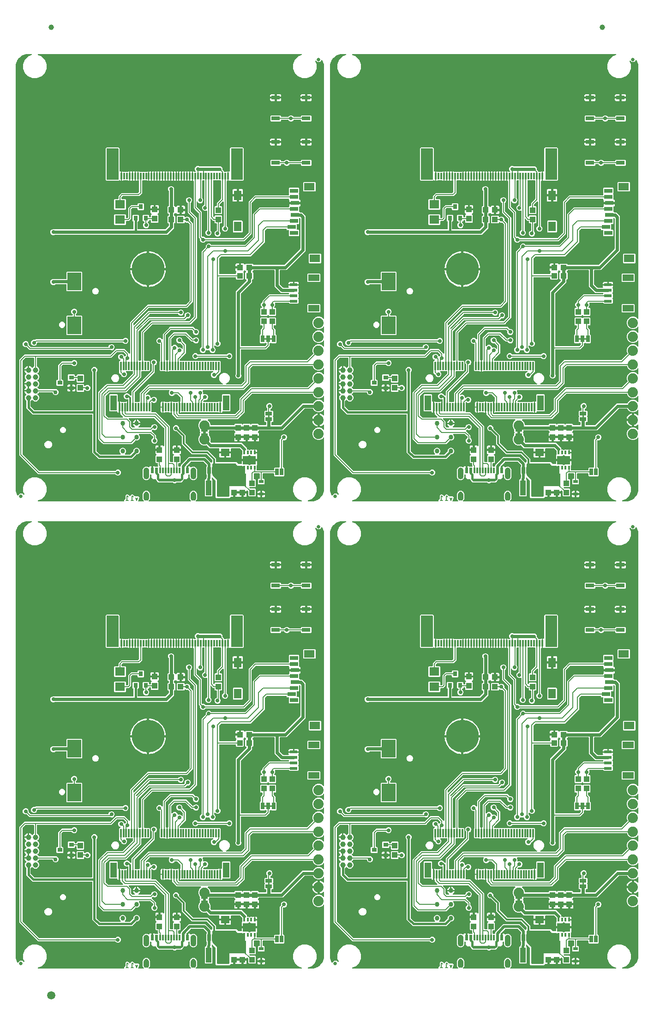
<source format=gbl>
G04 EAGLE Gerber RS-274X export*
G75*
%MOMM*%
%FSLAX34Y34*%
%LPD*%
%INBottom Copper*%
%IPPOS*%
%AMOC8*
5,1,8,0,0,1.08239X$1,22.5*%
G01*
%ADD10C,0.203200*%
%ADD11R,0.635000X1.270000*%
%ADD12R,1.000000X1.100000*%
%ADD13R,1.600000X1.400000*%
%ADD14R,0.830000X0.630000*%
%ADD15R,1.000000X2.800000*%
%ADD16C,6.000000*%
%ADD17R,0.300000X1.550000*%
%ADD18R,1.200000X2.750000*%
%ADD19R,1.400000X1.800000*%
%ADD20R,1.900000X1.400000*%
%ADD21R,1.500000X0.800000*%
%ADD22R,0.300000X1.000000*%
%ADD23R,0.600000X1.000000*%
%ADD24C,0.755600*%
%ADD25C,0.863600*%
%ADD26R,1.270000X0.660400*%
%ADD27R,1.270000X0.635000*%
%ADD28C,1.879600*%
%ADD29R,1.524000X0.762000*%
%ADD30R,0.300000X0.650000*%
%ADD31R,2.350000X1.600000*%
%ADD32R,1.100000X1.000000*%
%ADD33R,0.300000X1.200000*%
%ADD34R,0.800000X0.900000*%
%ADD35C,0.635000*%
%ADD36R,2.000000X1.200000*%
%ADD37R,1.350000X0.600000*%
%ADD38R,0.660400X1.270000*%
%ADD39C,1.000000*%
%ADD40R,2.500000X3.200000*%
%ADD41C,0.762000*%
%ADD42R,1.800000X1.600000*%
%ADD43R,0.900000X0.800000*%
%ADD44C,1.500000*%
%ADD45C,0.736600*%
%ADD46C,0.304800*%
%ADD47C,0.609600*%
%ADD48C,0.406400*%
%ADD49C,0.508000*%
%ADD50C,0.177800*%

G36*
X201429Y858783D02*
X201429Y858783D01*
X201488Y858781D01*
X201569Y858803D01*
X201653Y858815D01*
X201706Y858838D01*
X201763Y858853D01*
X201835Y858896D01*
X201912Y858931D01*
X201957Y858969D01*
X202007Y858998D01*
X202065Y859060D01*
X202129Y859114D01*
X202162Y859163D01*
X202202Y859206D01*
X202240Y859281D01*
X202287Y859351D01*
X202304Y859407D01*
X202331Y859459D01*
X202342Y859527D01*
X202373Y859622D01*
X202375Y859722D01*
X202387Y859790D01*
X202387Y861964D01*
X204222Y863799D01*
X204265Y863824D01*
X204323Y863886D01*
X204387Y863940D01*
X204419Y863989D01*
X204459Y864032D01*
X204498Y864107D01*
X204545Y864177D01*
X204562Y864233D01*
X204589Y864285D01*
X204600Y864353D01*
X204630Y864448D01*
X204633Y864548D01*
X204644Y864616D01*
X204644Y868723D01*
X204635Y868786D01*
X204638Y868835D01*
X204529Y869817D01*
X204567Y869881D01*
X204574Y869911D01*
X204589Y869939D01*
X204602Y870017D01*
X204613Y870060D01*
X205314Y870761D01*
X205352Y870812D01*
X205389Y870845D01*
X206006Y871616D01*
X206077Y871635D01*
X206105Y871651D01*
X206135Y871660D01*
X206199Y871706D01*
X206237Y871729D01*
X207228Y871729D01*
X207291Y871738D01*
X207340Y871735D01*
X208322Y871844D01*
X208386Y871806D01*
X208416Y871799D01*
X208444Y871784D01*
X208522Y871771D01*
X208565Y871760D01*
X209266Y871059D01*
X209317Y871021D01*
X209350Y870985D01*
X212038Y868833D01*
X212064Y868819D01*
X212085Y868798D01*
X212186Y868746D01*
X212283Y868689D01*
X212312Y868681D01*
X212338Y868668D01*
X212449Y868646D01*
X212558Y868617D01*
X212588Y868618D01*
X212616Y868612D01*
X212729Y868622D01*
X212842Y868625D01*
X212870Y868634D01*
X212900Y868637D01*
X213005Y868677D01*
X213113Y868712D01*
X213138Y868728D01*
X213165Y868738D01*
X213256Y868807D01*
X213350Y868870D01*
X213369Y868892D01*
X213392Y868910D01*
X213460Y869000D01*
X213533Y869087D01*
X213545Y869114D01*
X213562Y869137D01*
X213602Y869243D01*
X213649Y869347D01*
X213653Y869376D01*
X213663Y869403D01*
X213667Y869481D01*
X213688Y869628D01*
X213679Y869690D01*
X213682Y869738D01*
X213673Y869817D01*
X213711Y869881D01*
X213718Y869911D01*
X213733Y869939D01*
X213746Y870017D01*
X213757Y870060D01*
X214458Y870761D01*
X214496Y870812D01*
X214533Y870845D01*
X215150Y871616D01*
X215221Y871635D01*
X215248Y871651D01*
X215279Y871660D01*
X215343Y871706D01*
X215381Y871729D01*
X216372Y871729D01*
X216435Y871738D01*
X216484Y871735D01*
X217466Y871844D01*
X217530Y871806D01*
X217560Y871799D01*
X217588Y871784D01*
X217666Y871771D01*
X217709Y871760D01*
X218410Y871059D01*
X218461Y871021D01*
X218494Y870985D01*
X220990Y868987D01*
X221035Y868961D01*
X221074Y868927D01*
X221157Y868889D01*
X221235Y868843D01*
X221285Y868829D01*
X221333Y868808D01*
X221422Y868794D01*
X221510Y868771D01*
X221562Y868773D01*
X221614Y868765D01*
X221685Y868776D01*
X221794Y868779D01*
X221881Y868807D01*
X221945Y868817D01*
X223221Y869242D01*
X224359Y868673D01*
X224375Y868668D01*
X224389Y868659D01*
X224509Y868623D01*
X224628Y868583D01*
X224645Y868582D01*
X224661Y868577D01*
X224787Y868576D01*
X224912Y868571D01*
X224929Y868575D01*
X224946Y868575D01*
X225014Y868596D01*
X225188Y868638D01*
X225230Y868662D01*
X225267Y868673D01*
X226404Y869242D01*
X228601Y868510D01*
X229636Y866439D01*
X227865Y861127D01*
X227863Y861112D01*
X227856Y861098D01*
X227846Y861031D01*
X227828Y860973D01*
X227826Y860912D01*
X227814Y860847D01*
X227816Y860832D01*
X227813Y860817D01*
X227822Y860761D01*
X227820Y860689D01*
X227836Y860629D01*
X227838Y860608D01*
X227656Y860244D01*
X227653Y860236D01*
X227649Y860229D01*
X227608Y860101D01*
X227566Y859974D01*
X227566Y859966D01*
X227563Y859958D01*
X227559Y859823D01*
X227554Y859690D01*
X227556Y859682D01*
X227556Y859674D01*
X227589Y859545D01*
X227621Y859414D01*
X227625Y859407D01*
X227627Y859399D01*
X227695Y859284D01*
X227762Y859167D01*
X227768Y859161D01*
X227773Y859154D01*
X227870Y859063D01*
X227966Y858969D01*
X227974Y858965D01*
X227980Y858960D01*
X228099Y858899D01*
X228217Y858836D01*
X228226Y858834D01*
X228233Y858830D01*
X228285Y858822D01*
X228495Y858777D01*
X228534Y858780D01*
X228564Y858775D01*
X237021Y858775D01*
X237022Y858775D01*
X237167Y858795D01*
X237302Y858815D01*
X237303Y858815D01*
X237304Y858815D01*
X237436Y858874D01*
X237562Y858931D01*
X237563Y858931D01*
X237673Y859025D01*
X237779Y859114D01*
X237779Y859115D01*
X237780Y859115D01*
X237861Y859237D01*
X237936Y859351D01*
X237937Y859352D01*
X237979Y859486D01*
X238022Y859622D01*
X238022Y859623D01*
X238025Y859749D01*
X238029Y859906D01*
X238029Y859907D01*
X237991Y860055D01*
X237958Y860181D01*
X237957Y860182D01*
X237882Y860309D01*
X237812Y860426D01*
X237812Y860427D01*
X237807Y860431D01*
X237729Y860504D01*
X237684Y860570D01*
X237664Y860587D01*
X237648Y860609D01*
X237623Y860628D01*
X237283Y861168D01*
X237186Y861282D01*
X237141Y861346D01*
X236697Y861791D01*
X236687Y861803D01*
X236676Y861828D01*
X236656Y861852D01*
X236445Y862454D01*
X236376Y862587D01*
X236346Y862659D01*
X236012Y863192D01*
X236005Y863205D01*
X236000Y863232D01*
X235986Y863260D01*
X235914Y863894D01*
X235877Y864039D01*
X235863Y864116D01*
X235705Y864568D01*
X235727Y864637D01*
X235730Y864738D01*
X235741Y864806D01*
X235741Y865370D01*
X235732Y865434D01*
X235735Y865484D01*
X235662Y866133D01*
X235664Y866137D01*
X235672Y866167D01*
X235686Y866194D01*
X235699Y866271D01*
X235735Y866412D01*
X235733Y866476D01*
X235741Y866525D01*
X235741Y870535D01*
X235737Y870565D01*
X235739Y870596D01*
X235717Y870706D01*
X235701Y870816D01*
X235689Y870844D01*
X235683Y870875D01*
X235660Y870915D01*
X235735Y871576D01*
X235733Y871641D01*
X235741Y871690D01*
X235741Y872254D01*
X235733Y872313D01*
X235734Y872372D01*
X235715Y872438D01*
X235707Y872497D01*
X235863Y872944D01*
X235893Y873090D01*
X235914Y873166D01*
X235985Y873791D01*
X235988Y873806D01*
X236000Y873829D01*
X236007Y873861D01*
X236346Y874401D01*
X236407Y874537D01*
X236445Y874606D01*
X236653Y875200D01*
X236659Y875213D01*
X236677Y875233D01*
X236690Y875262D01*
X237141Y875714D01*
X237231Y875833D01*
X237283Y875892D01*
X237617Y876424D01*
X237627Y876436D01*
X237649Y876452D01*
X237668Y876477D01*
X238208Y876817D01*
X238322Y876913D01*
X238386Y876959D01*
X238831Y877404D01*
X238843Y877413D01*
X238868Y877424D01*
X238892Y877444D01*
X239494Y877655D01*
X239627Y877724D01*
X239699Y877754D01*
X240232Y878088D01*
X240245Y878095D01*
X240272Y878100D01*
X240300Y878114D01*
X240934Y878186D01*
X241079Y878223D01*
X241156Y878237D01*
X241750Y878444D01*
X241764Y878447D01*
X241791Y878447D01*
X241822Y878455D01*
X242456Y878383D01*
X242606Y878387D01*
X242684Y878383D01*
X243308Y878453D01*
X243324Y878453D01*
X243350Y878446D01*
X243382Y878447D01*
X243984Y878237D01*
X244130Y878207D01*
X244206Y878186D01*
X244831Y878115D01*
X244846Y878112D01*
X244869Y878100D01*
X244901Y878093D01*
X245441Y877754D01*
X245577Y877693D01*
X245646Y877655D01*
X246240Y877447D01*
X246253Y877441D01*
X246273Y877423D01*
X246302Y877410D01*
X246754Y876959D01*
X246873Y876869D01*
X246932Y876817D01*
X247464Y876483D01*
X247476Y876473D01*
X247492Y876451D01*
X247517Y876432D01*
X247857Y875892D01*
X247953Y875778D01*
X247999Y875714D01*
X248444Y875269D01*
X248453Y875257D01*
X248464Y875232D01*
X248484Y875208D01*
X248695Y874606D01*
X248764Y874473D01*
X248794Y874401D01*
X249128Y873868D01*
X249135Y873855D01*
X249140Y873828D01*
X249154Y873800D01*
X249226Y873166D01*
X249263Y873021D01*
X249277Y872944D01*
X249435Y872492D01*
X249413Y872423D01*
X249410Y872322D01*
X249399Y872254D01*
X249399Y871690D01*
X249408Y871626D01*
X249405Y871576D01*
X249478Y870927D01*
X249476Y870923D01*
X249468Y870893D01*
X249454Y870866D01*
X249441Y870789D01*
X249405Y870648D01*
X249407Y870584D01*
X249399Y870535D01*
X249399Y866525D01*
X249403Y866495D01*
X249401Y866464D01*
X249423Y866354D01*
X249439Y866244D01*
X249451Y866216D01*
X249457Y866185D01*
X249480Y866145D01*
X249405Y865484D01*
X249407Y865419D01*
X249399Y865370D01*
X249399Y864806D01*
X249406Y864758D01*
X249405Y864750D01*
X249407Y864744D01*
X249406Y864688D01*
X249425Y864622D01*
X249433Y864563D01*
X249277Y864116D01*
X249247Y863970D01*
X249226Y863894D01*
X249155Y863269D01*
X249152Y863254D01*
X249140Y863231D01*
X249133Y863199D01*
X248794Y862659D01*
X248733Y862523D01*
X248695Y862454D01*
X248487Y861860D01*
X248481Y861847D01*
X248463Y861827D01*
X248450Y861797D01*
X247999Y861346D01*
X247909Y861227D01*
X247857Y861168D01*
X247523Y860636D01*
X247513Y860624D01*
X247491Y860608D01*
X247425Y860519D01*
X247362Y860466D01*
X247361Y860465D01*
X247273Y860334D01*
X247204Y860230D01*
X247204Y860229D01*
X247159Y860088D01*
X247118Y859959D01*
X247118Y859958D01*
X247114Y859812D01*
X247110Y859675D01*
X247111Y859674D01*
X247145Y859543D01*
X247182Y859400D01*
X247182Y859399D01*
X247248Y859288D01*
X247327Y859155D01*
X247328Y859154D01*
X247433Y859055D01*
X247534Y858960D01*
X247535Y858960D01*
X247659Y858896D01*
X247787Y858831D01*
X247788Y858830D01*
X247794Y858829D01*
X248066Y858776D01*
X248095Y858779D01*
X248119Y858775D01*
X323381Y858775D01*
X323382Y858775D01*
X323527Y858795D01*
X323662Y858815D01*
X323663Y858815D01*
X323664Y858815D01*
X323796Y858874D01*
X323922Y858931D01*
X323923Y858931D01*
X324033Y859025D01*
X324139Y859114D01*
X324139Y859115D01*
X324140Y859115D01*
X324221Y859237D01*
X324296Y859351D01*
X324297Y859352D01*
X324339Y859486D01*
X324382Y859622D01*
X324382Y859623D01*
X324385Y859749D01*
X324389Y859906D01*
X324389Y859907D01*
X324351Y860055D01*
X324318Y860181D01*
X324317Y860182D01*
X324242Y860309D01*
X324172Y860426D01*
X324172Y860427D01*
X324167Y860431D01*
X324089Y860504D01*
X324044Y860570D01*
X324024Y860587D01*
X324008Y860609D01*
X323983Y860628D01*
X323643Y861168D01*
X323546Y861282D01*
X323501Y861346D01*
X323057Y861791D01*
X323047Y861803D01*
X323036Y861828D01*
X323016Y861852D01*
X322805Y862454D01*
X322736Y862587D01*
X322706Y862659D01*
X322372Y863192D01*
X322365Y863205D01*
X322360Y863232D01*
X322346Y863260D01*
X322274Y863894D01*
X322237Y864039D01*
X322223Y864116D01*
X322065Y864568D01*
X322087Y864637D01*
X322090Y864738D01*
X322101Y864806D01*
X322101Y865370D01*
X322092Y865434D01*
X322095Y865484D01*
X322022Y866133D01*
X322024Y866137D01*
X322032Y866167D01*
X322046Y866194D01*
X322059Y866271D01*
X322095Y866412D01*
X322093Y866476D01*
X322101Y866525D01*
X322101Y870535D01*
X322097Y870565D01*
X322099Y870596D01*
X322077Y870706D01*
X322061Y870816D01*
X322049Y870844D01*
X322043Y870875D01*
X322020Y870915D01*
X322095Y871576D01*
X322093Y871641D01*
X322101Y871690D01*
X322101Y872254D01*
X322093Y872313D01*
X322094Y872372D01*
X322075Y872438D01*
X322067Y872497D01*
X322223Y872944D01*
X322253Y873090D01*
X322274Y873166D01*
X322345Y873791D01*
X322348Y873806D01*
X322360Y873829D01*
X322367Y873861D01*
X322706Y874401D01*
X322767Y874537D01*
X322805Y874606D01*
X323013Y875200D01*
X323019Y875213D01*
X323037Y875233D01*
X323050Y875262D01*
X323501Y875714D01*
X323591Y875833D01*
X323643Y875892D01*
X323977Y876424D01*
X323987Y876436D01*
X324009Y876452D01*
X324028Y876477D01*
X324568Y876817D01*
X324682Y876913D01*
X324746Y876959D01*
X325191Y877404D01*
X325203Y877413D01*
X325228Y877424D01*
X325252Y877444D01*
X325854Y877655D01*
X325987Y877724D01*
X326059Y877754D01*
X326592Y878088D01*
X326605Y878095D01*
X326632Y878100D01*
X326660Y878114D01*
X327294Y878186D01*
X327439Y878223D01*
X327516Y878237D01*
X328110Y878444D01*
X328124Y878447D01*
X328151Y878447D01*
X328182Y878455D01*
X328816Y878383D01*
X328966Y878387D01*
X329044Y878383D01*
X329668Y878453D01*
X329684Y878453D01*
X329710Y878446D01*
X329742Y878447D01*
X330344Y878237D01*
X330490Y878207D01*
X330566Y878186D01*
X331191Y878115D01*
X331206Y878112D01*
X331229Y878100D01*
X331261Y878093D01*
X331801Y877754D01*
X331937Y877693D01*
X332006Y877655D01*
X332600Y877447D01*
X332613Y877441D01*
X332633Y877423D01*
X332663Y877410D01*
X333114Y876959D01*
X333233Y876869D01*
X333292Y876817D01*
X333824Y876483D01*
X333836Y876473D01*
X333852Y876451D01*
X333877Y876432D01*
X334217Y875892D01*
X334314Y875778D01*
X334359Y875714D01*
X334803Y875269D01*
X334813Y875257D01*
X334824Y875232D01*
X334844Y875208D01*
X335055Y874606D01*
X335124Y874473D01*
X335154Y874401D01*
X335488Y873868D01*
X335495Y873855D01*
X335500Y873828D01*
X335514Y873800D01*
X335586Y873166D01*
X335623Y873021D01*
X335637Y872944D01*
X335795Y872492D01*
X335773Y872423D01*
X335770Y872322D01*
X335759Y872254D01*
X335759Y871690D01*
X335768Y871626D01*
X335765Y871576D01*
X335838Y870927D01*
X335836Y870923D01*
X335828Y870893D01*
X335814Y870866D01*
X335801Y870789D01*
X335765Y870648D01*
X335767Y870584D01*
X335759Y870535D01*
X335759Y866525D01*
X335763Y866495D01*
X335761Y866464D01*
X335783Y866354D01*
X335799Y866244D01*
X335811Y866216D01*
X335817Y866185D01*
X335840Y866145D01*
X335765Y865484D01*
X335767Y865419D01*
X335759Y865370D01*
X335759Y864806D01*
X335766Y864758D01*
X335765Y864750D01*
X335767Y864744D01*
X335766Y864688D01*
X335785Y864622D01*
X335793Y864563D01*
X335637Y864116D01*
X335607Y863970D01*
X335586Y863894D01*
X335515Y863269D01*
X335512Y863254D01*
X335500Y863231D01*
X335493Y863199D01*
X335154Y862659D01*
X335093Y862523D01*
X335055Y862454D01*
X334847Y861860D01*
X334841Y861847D01*
X334823Y861827D01*
X334810Y861797D01*
X334359Y861346D01*
X334269Y861227D01*
X334217Y861168D01*
X333883Y860636D01*
X333873Y860624D01*
X333851Y860608D01*
X333785Y860519D01*
X333722Y860466D01*
X333721Y860465D01*
X333633Y860334D01*
X333564Y860230D01*
X333564Y860229D01*
X333519Y860088D01*
X333478Y859959D01*
X333478Y859958D01*
X333474Y859812D01*
X333470Y859675D01*
X333471Y859674D01*
X333505Y859543D01*
X333542Y859400D01*
X333542Y859399D01*
X333608Y859288D01*
X333687Y859155D01*
X333688Y859154D01*
X333793Y859055D01*
X333894Y858960D01*
X333895Y858960D01*
X334019Y858896D01*
X334147Y858831D01*
X334148Y858830D01*
X334154Y858829D01*
X334426Y858776D01*
X334455Y858779D01*
X334479Y858775D01*
X527114Y858775D01*
X527200Y858787D01*
X527285Y858789D01*
X527340Y858807D01*
X527396Y858815D01*
X527474Y858850D01*
X527556Y858876D01*
X527603Y858908D01*
X527655Y858931D01*
X527721Y858986D01*
X527792Y859034D01*
X527829Y859078D01*
X527872Y859114D01*
X527920Y859186D01*
X527975Y859252D01*
X527998Y859304D01*
X528030Y859351D01*
X528056Y859433D01*
X528091Y859512D01*
X528099Y859568D01*
X528116Y859622D01*
X528118Y859708D01*
X528130Y859793D01*
X528122Y859849D01*
X528123Y859906D01*
X528101Y859989D01*
X528089Y860074D01*
X528066Y860126D01*
X528051Y860181D01*
X528007Y860255D01*
X527972Y860334D01*
X527935Y860377D01*
X527906Y860426D01*
X527843Y860485D01*
X527788Y860550D01*
X527746Y860576D01*
X527699Y860620D01*
X527570Y860686D01*
X527503Y860728D01*
X521314Y863292D01*
X515312Y869294D01*
X512063Y877136D01*
X512063Y885624D01*
X515312Y893466D01*
X521314Y899468D01*
X529156Y902717D01*
X537644Y902717D01*
X545486Y899468D01*
X551488Y893466D01*
X554737Y885624D01*
X554737Y877136D01*
X551488Y869294D01*
X545486Y863292D01*
X539297Y860728D01*
X539223Y860684D01*
X539145Y860649D01*
X539101Y860612D01*
X539052Y860583D01*
X538993Y860521D01*
X538928Y860465D01*
X538896Y860418D01*
X538857Y860377D01*
X538818Y860300D01*
X538770Y860229D01*
X538753Y860175D01*
X538727Y860124D01*
X538710Y860040D01*
X538684Y859958D01*
X538683Y859901D01*
X538672Y859845D01*
X538679Y859760D01*
X538677Y859674D01*
X538691Y859619D01*
X538696Y859562D01*
X538727Y859482D01*
X538749Y859399D01*
X538778Y859350D01*
X538798Y859297D01*
X538850Y859228D01*
X538894Y859154D01*
X538936Y859115D01*
X538970Y859070D01*
X539039Y859018D01*
X539101Y858960D01*
X539152Y858934D01*
X539198Y858900D01*
X539278Y858869D01*
X539355Y858830D01*
X539403Y858822D01*
X539464Y858799D01*
X539608Y858788D01*
X539686Y858775D01*
X546100Y858775D01*
X546144Y858781D01*
X546180Y858778D01*
X549557Y859044D01*
X549716Y859079D01*
X549791Y859090D01*
X556215Y861178D01*
X556471Y861302D01*
X556485Y861315D01*
X556498Y861322D01*
X561963Y865292D01*
X562168Y865490D01*
X562177Y865506D01*
X562188Y865517D01*
X566158Y870982D01*
X566291Y871233D01*
X566295Y871251D01*
X566302Y871265D01*
X568390Y877689D01*
X568418Y877849D01*
X568428Y877888D01*
X568430Y877897D01*
X568430Y877899D01*
X568436Y877923D01*
X568702Y881300D01*
X568699Y881345D01*
X568705Y881380D01*
X568705Y974628D01*
X568701Y974657D01*
X568704Y974686D01*
X568681Y974797D01*
X568665Y974909D01*
X568653Y974936D01*
X568648Y974965D01*
X568595Y975066D01*
X568549Y975169D01*
X568530Y975191D01*
X568517Y975217D01*
X568439Y975299D01*
X568366Y975386D01*
X568341Y975402D01*
X568321Y975423D01*
X568223Y975481D01*
X568129Y975543D01*
X568101Y975552D01*
X568076Y975567D01*
X567966Y975595D01*
X567858Y975629D01*
X567828Y975630D01*
X567800Y975637D01*
X567687Y975634D01*
X567574Y975637D01*
X567545Y975629D01*
X567516Y975628D01*
X567408Y975593D01*
X567299Y975565D01*
X567273Y975550D01*
X567245Y975541D01*
X567182Y975495D01*
X567054Y975419D01*
X567011Y975374D01*
X566972Y975346D01*
X565131Y973505D01*
X561023Y971803D01*
X556577Y971803D01*
X552469Y973505D01*
X549325Y976649D01*
X547623Y980757D01*
X547623Y985203D01*
X549325Y989311D01*
X552469Y992455D01*
X556577Y994157D01*
X561023Y994157D01*
X565131Y992455D01*
X566972Y990614D01*
X566996Y990596D01*
X567015Y990574D01*
X567109Y990511D01*
X567199Y990443D01*
X567227Y990433D01*
X567251Y990417D01*
X567359Y990382D01*
X567465Y990342D01*
X567494Y990340D01*
X567522Y990331D01*
X567636Y990328D01*
X567748Y990318D01*
X567777Y990324D01*
X567806Y990323D01*
X567916Y990352D01*
X568027Y990374D01*
X568053Y990388D01*
X568081Y990395D01*
X568179Y990453D01*
X568279Y990505D01*
X568301Y990526D01*
X568326Y990541D01*
X568403Y990623D01*
X568485Y990701D01*
X568500Y990726D01*
X568520Y990748D01*
X568572Y990849D01*
X568629Y990946D01*
X568636Y990975D01*
X568650Y991001D01*
X568663Y991078D01*
X568699Y991222D01*
X568697Y991284D01*
X568705Y991332D01*
X568705Y998950D01*
X568701Y998979D01*
X568704Y999009D01*
X568681Y999120D01*
X568665Y999232D01*
X568653Y999259D01*
X568648Y999287D01*
X568596Y999388D01*
X568549Y999491D01*
X568530Y999514D01*
X568517Y999540D01*
X568439Y999622D01*
X568366Y999708D01*
X568341Y999725D01*
X568321Y999746D01*
X568223Y999803D01*
X568129Y999866D01*
X568101Y999875D01*
X568076Y999890D01*
X567966Y999917D01*
X567858Y999952D01*
X567829Y999952D01*
X567800Y999960D01*
X567687Y999956D01*
X567574Y999959D01*
X567545Y999952D01*
X567516Y999951D01*
X567408Y999916D01*
X567299Y999887D01*
X567273Y999872D01*
X567245Y999863D01*
X567181Y999817D01*
X567054Y999742D01*
X567011Y999696D01*
X566972Y999668D01*
X566578Y999274D01*
X565057Y998169D01*
X563383Y997316D01*
X561596Y996735D01*
X560831Y996614D01*
X560831Y1007364D01*
X560823Y1007422D01*
X560825Y1007480D01*
X560803Y1007562D01*
X560791Y1007645D01*
X560767Y1007699D01*
X560753Y1007755D01*
X560710Y1007828D01*
X560675Y1007905D01*
X560637Y1007949D01*
X560607Y1008000D01*
X560546Y1008057D01*
X560491Y1008122D01*
X560443Y1008154D01*
X560400Y1008194D01*
X560325Y1008233D01*
X560255Y1008279D01*
X560199Y1008297D01*
X560147Y1008324D01*
X560079Y1008335D01*
X559984Y1008365D01*
X559884Y1008368D01*
X559816Y1008379D01*
X558799Y1008379D01*
X558799Y1008381D01*
X559816Y1008381D01*
X559874Y1008389D01*
X559932Y1008388D01*
X560014Y1008409D01*
X560097Y1008421D01*
X560151Y1008445D01*
X560207Y1008459D01*
X560280Y1008502D01*
X560357Y1008537D01*
X560402Y1008575D01*
X560452Y1008605D01*
X560510Y1008666D01*
X560574Y1008721D01*
X560606Y1008769D01*
X560646Y1008812D01*
X560685Y1008887D01*
X560731Y1008957D01*
X560749Y1009013D01*
X560776Y1009065D01*
X560787Y1009133D01*
X560817Y1009228D01*
X560820Y1009328D01*
X560831Y1009396D01*
X560831Y1020146D01*
X561596Y1020025D01*
X563383Y1019444D01*
X565057Y1018591D01*
X566578Y1017486D01*
X566972Y1017092D01*
X566996Y1017074D01*
X567015Y1017052D01*
X567109Y1016989D01*
X567199Y1016921D01*
X567227Y1016910D01*
X567251Y1016894D01*
X567359Y1016860D01*
X567465Y1016820D01*
X567494Y1016817D01*
X567522Y1016808D01*
X567635Y1016805D01*
X567748Y1016796D01*
X567777Y1016802D01*
X567806Y1016801D01*
X567916Y1016830D01*
X568027Y1016852D01*
X568053Y1016865D01*
X568081Y1016873D01*
X568179Y1016931D01*
X568279Y1016983D01*
X568301Y1017003D01*
X568326Y1017018D01*
X568403Y1017101D01*
X568485Y1017179D01*
X568500Y1017204D01*
X568520Y1017225D01*
X568572Y1017326D01*
X568629Y1017424D01*
X568636Y1017452D01*
X568650Y1017479D01*
X568663Y1017556D01*
X568699Y1017700D01*
X568697Y1017762D01*
X568705Y1017810D01*
X568705Y1025428D01*
X568701Y1025457D01*
X568704Y1025486D01*
X568681Y1025597D01*
X568665Y1025709D01*
X568653Y1025736D01*
X568648Y1025765D01*
X568595Y1025866D01*
X568549Y1025969D01*
X568530Y1025991D01*
X568517Y1026017D01*
X568439Y1026099D01*
X568366Y1026186D01*
X568341Y1026202D01*
X568321Y1026223D01*
X568223Y1026281D01*
X568129Y1026343D01*
X568101Y1026352D01*
X568076Y1026367D01*
X567966Y1026395D01*
X567858Y1026429D01*
X567828Y1026430D01*
X567800Y1026437D01*
X567687Y1026434D01*
X567574Y1026437D01*
X567545Y1026429D01*
X567516Y1026428D01*
X567408Y1026393D01*
X567299Y1026365D01*
X567273Y1026350D01*
X567245Y1026341D01*
X567182Y1026295D01*
X567054Y1026219D01*
X567011Y1026174D01*
X566972Y1026146D01*
X565131Y1024305D01*
X561023Y1022603D01*
X556577Y1022603D01*
X552469Y1024305D01*
X549325Y1027449D01*
X548961Y1028327D01*
X548960Y1028328D01*
X548960Y1028329D01*
X548890Y1028448D01*
X548817Y1028571D01*
X548816Y1028572D01*
X548815Y1028574D01*
X548711Y1028671D01*
X548610Y1028767D01*
X548609Y1028767D01*
X548608Y1028768D01*
X548482Y1028833D01*
X548357Y1028897D01*
X548356Y1028897D01*
X548354Y1028898D01*
X548339Y1028900D01*
X548078Y1028952D01*
X548048Y1028949D01*
X548023Y1028953D01*
X533280Y1028953D01*
X533193Y1028941D01*
X533106Y1028938D01*
X533053Y1028921D01*
X532998Y1028913D01*
X532918Y1028878D01*
X532835Y1028851D01*
X532796Y1028823D01*
X532739Y1028797D01*
X532626Y1028701D01*
X532562Y1028656D01*
X493099Y989193D01*
X449754Y989193D01*
X449696Y989185D01*
X449638Y989187D01*
X449556Y989165D01*
X449472Y989153D01*
X449419Y989130D01*
X449363Y989115D01*
X449290Y989072D01*
X449213Y989037D01*
X449168Y988999D01*
X449118Y988970D01*
X449060Y988908D01*
X448996Y988854D01*
X448964Y988805D01*
X448924Y988762D01*
X448885Y988687D01*
X448838Y988617D01*
X448821Y988561D01*
X448794Y988509D01*
X448783Y988441D01*
X448753Y988346D01*
X448750Y988246D01*
X448739Y988178D01*
X448739Y987783D01*
X447530Y986574D01*
X447506Y986543D01*
X447477Y986517D01*
X447421Y986430D01*
X447359Y986347D01*
X447345Y986311D01*
X447324Y986278D01*
X447295Y986178D01*
X447258Y986081D01*
X447254Y986043D01*
X447243Y986005D01*
X447243Y985901D01*
X447234Y985798D01*
X447242Y985760D01*
X447242Y985721D01*
X447270Y985621D01*
X447290Y985519D01*
X447308Y985485D01*
X447319Y985447D01*
X447373Y985359D01*
X447421Y985267D01*
X447448Y985239D01*
X447468Y985206D01*
X447545Y985136D01*
X447617Y985061D01*
X447651Y985041D01*
X447679Y985015D01*
X447750Y984983D01*
X447862Y984917D01*
X447911Y984905D01*
X448520Y984553D01*
X448993Y984080D01*
X449328Y983501D01*
X449501Y982854D01*
X449501Y979051D01*
X442976Y979051D01*
X442918Y979043D01*
X442860Y979044D01*
X442778Y979023D01*
X442695Y979011D01*
X442641Y978987D01*
X442585Y978973D01*
X442512Y978930D01*
X442435Y978895D01*
X442391Y978857D01*
X442340Y978827D01*
X442283Y978766D01*
X442218Y978711D01*
X442186Y978663D01*
X442146Y978620D01*
X442107Y978545D01*
X442061Y978475D01*
X442043Y978419D01*
X442016Y978367D01*
X442005Y978299D01*
X441975Y978204D01*
X441972Y978104D01*
X441961Y978036D01*
X441961Y977019D01*
X441959Y977019D01*
X441959Y978036D01*
X441951Y978094D01*
X441952Y978152D01*
X441931Y978234D01*
X441919Y978317D01*
X441895Y978371D01*
X441881Y978427D01*
X441838Y978500D01*
X441803Y978577D01*
X441765Y978621D01*
X441735Y978672D01*
X441674Y978729D01*
X441619Y978794D01*
X441571Y978826D01*
X441528Y978866D01*
X441453Y978905D01*
X441383Y978951D01*
X441327Y978969D01*
X441275Y978996D01*
X441207Y979007D01*
X441112Y979037D01*
X441012Y979040D01*
X440944Y979051D01*
X427736Y979051D01*
X427678Y979043D01*
X427620Y979044D01*
X427538Y979023D01*
X427455Y979011D01*
X427401Y978987D01*
X427345Y978973D01*
X427272Y978930D01*
X427195Y978895D01*
X427151Y978857D01*
X427100Y978827D01*
X427043Y978766D01*
X426978Y978711D01*
X426946Y978663D01*
X426906Y978620D01*
X426867Y978545D01*
X426821Y978475D01*
X426803Y978419D01*
X426776Y978367D01*
X426765Y978299D01*
X426735Y978204D01*
X426732Y978104D01*
X426721Y978036D01*
X426721Y977019D01*
X426719Y977019D01*
X426719Y978036D01*
X426711Y978094D01*
X426712Y978152D01*
X426691Y978234D01*
X426679Y978317D01*
X426655Y978371D01*
X426641Y978427D01*
X426598Y978500D01*
X426563Y978577D01*
X426525Y978621D01*
X426495Y978672D01*
X426434Y978729D01*
X426379Y978794D01*
X426331Y978826D01*
X426288Y978866D01*
X426213Y978905D01*
X426143Y978951D01*
X426087Y978969D01*
X426035Y978996D01*
X425967Y979007D01*
X425872Y979037D01*
X425772Y979040D01*
X425704Y979051D01*
X412496Y979051D01*
X412438Y979043D01*
X412380Y979044D01*
X412298Y979023D01*
X412215Y979011D01*
X412161Y978987D01*
X412105Y978973D01*
X412032Y978930D01*
X411955Y978895D01*
X411911Y978857D01*
X411860Y978827D01*
X411803Y978766D01*
X411738Y978711D01*
X411706Y978663D01*
X411666Y978620D01*
X411627Y978545D01*
X411581Y978475D01*
X411563Y978419D01*
X411536Y978367D01*
X411525Y978299D01*
X411495Y978204D01*
X411492Y978104D01*
X411481Y978036D01*
X411481Y977019D01*
X411479Y977019D01*
X411479Y978036D01*
X411471Y978094D01*
X411472Y978152D01*
X411451Y978234D01*
X411439Y978317D01*
X411415Y978371D01*
X411401Y978427D01*
X411358Y978500D01*
X411323Y978577D01*
X411285Y978621D01*
X411255Y978672D01*
X411194Y978729D01*
X411139Y978794D01*
X411091Y978826D01*
X411048Y978866D01*
X410973Y978905D01*
X410903Y978951D01*
X410847Y978969D01*
X410795Y978996D01*
X410727Y979007D01*
X410632Y979037D01*
X410532Y979040D01*
X410464Y979051D01*
X403939Y979051D01*
X403939Y982854D01*
X404112Y983501D01*
X404447Y984080D01*
X404920Y984553D01*
X405513Y984895D01*
X405529Y984899D01*
X405622Y984947D01*
X405717Y984987D01*
X405747Y985012D01*
X405782Y985030D01*
X405857Y985101D01*
X405937Y985166D01*
X405959Y985199D01*
X405988Y985226D01*
X406040Y985315D01*
X406099Y985400D01*
X406112Y985437D01*
X406131Y985471D01*
X406157Y985571D01*
X406190Y985669D01*
X406192Y985708D01*
X406202Y985746D01*
X406198Y985850D01*
X406203Y985953D01*
X406194Y985991D01*
X406193Y986030D01*
X406161Y986129D01*
X406136Y986230D01*
X406117Y986264D01*
X406105Y986301D01*
X406060Y986364D01*
X405996Y986477D01*
X405943Y986529D01*
X405910Y986574D01*
X404701Y987783D01*
X404701Y988178D01*
X404693Y988236D01*
X404695Y988294D01*
X404673Y988376D01*
X404661Y988460D01*
X404638Y988513D01*
X404623Y988569D01*
X404580Y988642D01*
X404545Y988719D01*
X404507Y988764D01*
X404478Y988814D01*
X404416Y988872D01*
X404362Y988936D01*
X404313Y988968D01*
X404270Y989008D01*
X404195Y989047D01*
X404125Y989094D01*
X404069Y989111D01*
X404017Y989138D01*
X403949Y989149D01*
X403854Y989179D01*
X403754Y989182D01*
X403686Y989193D01*
X358394Y989193D01*
X358336Y989185D01*
X358278Y989187D01*
X358196Y989165D01*
X358112Y989153D01*
X358059Y989130D01*
X358003Y989115D01*
X357930Y989072D01*
X357853Y989037D01*
X357808Y988999D01*
X357758Y988970D01*
X357700Y988908D01*
X357636Y988854D01*
X357604Y988805D01*
X357564Y988762D01*
X357525Y988687D01*
X357478Y988617D01*
X357461Y988561D01*
X357434Y988509D01*
X357423Y988441D01*
X357393Y988346D01*
X357390Y988246D01*
X357379Y988178D01*
X357379Y986688D01*
X356928Y986238D01*
X356893Y986191D01*
X356851Y986151D01*
X356808Y986078D01*
X356758Y986011D01*
X356737Y985956D01*
X356707Y985906D01*
X356686Y985824D01*
X356656Y985745D01*
X356651Y985687D01*
X356637Y985630D01*
X356640Y985546D01*
X356633Y985462D01*
X356644Y985404D01*
X356646Y985346D01*
X356672Y985266D01*
X356689Y985183D01*
X356716Y985131D01*
X356734Y985075D01*
X356774Y985019D01*
X356820Y984931D01*
X356888Y984858D01*
X356928Y984802D01*
X357379Y984352D01*
X357379Y980918D01*
X357391Y980831D01*
X357394Y980744D01*
X357411Y980691D01*
X357419Y980637D01*
X357454Y980557D01*
X357481Y980474D01*
X357509Y980434D01*
X357535Y980377D01*
X357631Y980264D01*
X357676Y980200D01*
X358725Y979151D01*
X360427Y975043D01*
X360427Y970597D01*
X360063Y969719D01*
X360063Y969718D01*
X360062Y969716D01*
X360027Y969579D01*
X359992Y969444D01*
X359992Y969442D01*
X359992Y969441D01*
X359996Y969298D01*
X360000Y969160D01*
X360001Y969158D01*
X360001Y969157D01*
X360046Y969018D01*
X360087Y968889D01*
X360088Y968888D01*
X360088Y968886D01*
X360097Y968874D01*
X360245Y968653D01*
X360269Y968633D01*
X360283Y968613D01*
X362382Y966514D01*
X362452Y966462D01*
X362516Y966402D01*
X362565Y966376D01*
X362609Y966343D01*
X362691Y966312D01*
X362769Y966272D01*
X362816Y966264D01*
X362875Y966242D01*
X363022Y966230D01*
X363100Y966217D01*
X417699Y966217D01*
X426877Y957039D01*
X426877Y954514D01*
X426885Y954456D01*
X426883Y954398D01*
X426905Y954316D01*
X426917Y954232D01*
X426940Y954179D01*
X426955Y954123D01*
X426998Y954050D01*
X427033Y953973D01*
X427071Y953928D01*
X427100Y953878D01*
X427162Y953820D01*
X427216Y953756D01*
X427265Y953724D01*
X427308Y953684D01*
X427383Y953645D01*
X427453Y953598D01*
X427509Y953581D01*
X427561Y953554D01*
X427629Y953543D01*
X427724Y953513D01*
X427824Y953510D01*
X427892Y953499D01*
X430787Y953499D01*
X431082Y953203D01*
X431129Y953168D01*
X431169Y953126D01*
X431242Y953083D01*
X431309Y953033D01*
X431364Y953012D01*
X431414Y952982D01*
X431496Y952961D01*
X431575Y952931D01*
X431633Y952926D01*
X431690Y952912D01*
X431774Y952915D01*
X431858Y952908D01*
X431916Y952919D01*
X431974Y952921D01*
X432054Y952947D01*
X432137Y952964D01*
X432189Y952991D01*
X432245Y953009D01*
X432301Y953049D01*
X432389Y953095D01*
X432462Y953163D01*
X432518Y953203D01*
X432813Y953499D01*
X437461Y953499D01*
X437536Y953470D01*
X437595Y953465D01*
X437651Y953451D01*
X437735Y953454D01*
X437819Y953447D01*
X437877Y953458D01*
X437935Y953460D01*
X438015Y953486D01*
X438098Y953502D01*
X438150Y953529D01*
X438206Y953547D01*
X438262Y953587D01*
X438351Y953633D01*
X438423Y953702D01*
X438479Y953742D01*
X438490Y953753D01*
X439069Y954088D01*
X439716Y954261D01*
X440535Y954261D01*
X440535Y948470D01*
X440543Y948412D01*
X440541Y948354D01*
X440563Y948272D01*
X440574Y948189D01*
X440598Y948135D01*
X440613Y948079D01*
X440656Y948006D01*
X440691Y947929D01*
X440728Y947885D01*
X440758Y947835D01*
X440759Y947834D01*
X440820Y947777D01*
X440874Y947712D01*
X440875Y947712D01*
X440923Y947680D01*
X440966Y947639D01*
X441041Y947601D01*
X441111Y947554D01*
X441167Y947537D01*
X441219Y947510D01*
X441287Y947499D01*
X441382Y947469D01*
X441482Y947466D01*
X441550Y947455D01*
X445591Y947455D01*
X445591Y944886D01*
X445586Y944869D01*
X445576Y944782D01*
X445556Y944697D01*
X445559Y944642D01*
X445552Y944587D01*
X445566Y944501D01*
X445570Y944413D01*
X445587Y944368D01*
X445597Y944306D01*
X445660Y944172D01*
X445688Y944099D01*
X445918Y943701D01*
X446091Y943054D01*
X446091Y936751D01*
X433831Y936751D01*
X433831Y942426D01*
X433823Y942484D01*
X433824Y942542D01*
X433803Y942624D01*
X433791Y942708D01*
X433767Y942761D01*
X433753Y942817D01*
X433710Y942890D01*
X433675Y942967D01*
X433637Y943012D01*
X433607Y943062D01*
X433546Y943120D01*
X433491Y943184D01*
X433443Y943216D01*
X433400Y943256D01*
X433325Y943295D01*
X433255Y943342D01*
X433199Y943359D01*
X433147Y943386D01*
X433079Y943397D01*
X432984Y943427D01*
X432884Y943430D01*
X432816Y943441D01*
X432813Y943441D01*
X432518Y943737D01*
X432471Y943772D01*
X432431Y943814D01*
X432358Y943857D01*
X432291Y943907D01*
X432236Y943928D01*
X432186Y943958D01*
X432104Y943979D01*
X432025Y944009D01*
X431967Y944014D01*
X431910Y944028D01*
X431826Y944025D01*
X431742Y944032D01*
X431684Y944021D01*
X431626Y944019D01*
X431546Y943993D01*
X431463Y943976D01*
X431411Y943949D01*
X431355Y943931D01*
X431299Y943891D01*
X431211Y943845D01*
X431138Y943777D01*
X431082Y943737D01*
X430787Y943441D01*
X430784Y943441D01*
X430726Y943433D01*
X430668Y943435D01*
X430586Y943413D01*
X430503Y943401D01*
X430449Y943378D01*
X430393Y943363D01*
X430320Y943320D01*
X430243Y943285D01*
X430198Y943247D01*
X430148Y943218D01*
X430090Y943156D01*
X430026Y943102D01*
X429994Y943053D01*
X429954Y943010D01*
X429915Y942935D01*
X429869Y942865D01*
X429851Y942809D01*
X429824Y942757D01*
X429813Y942689D01*
X429783Y942594D01*
X429780Y942494D01*
X429769Y942426D01*
X429769Y936751D01*
X417509Y936751D01*
X417509Y943054D01*
X417682Y943701D01*
X418017Y944280D01*
X418474Y944737D01*
X418526Y944807D01*
X418586Y944871D01*
X418612Y944920D01*
X418645Y944964D01*
X418676Y945046D01*
X418716Y945124D01*
X418724Y945171D01*
X418746Y945230D01*
X418758Y945378D01*
X418771Y945455D01*
X418771Y951072D01*
X418759Y951159D01*
X418756Y951246D01*
X418739Y951299D01*
X418731Y951354D01*
X418696Y951433D01*
X418669Y951517D01*
X418641Y951556D01*
X418615Y951613D01*
X418519Y951726D01*
X418474Y951790D01*
X413998Y956266D01*
X413928Y956318D01*
X413864Y956378D01*
X413815Y956404D01*
X413771Y956437D01*
X413689Y956468D01*
X413611Y956508D01*
X413564Y956516D01*
X413505Y956538D01*
X413358Y956550D01*
X413280Y956563D01*
X398906Y956563D01*
X398848Y956555D01*
X398790Y956557D01*
X398708Y956535D01*
X398624Y956523D01*
X398571Y956500D01*
X398515Y956485D01*
X398442Y956442D01*
X398365Y956407D01*
X398320Y956369D01*
X398270Y956340D01*
X398212Y956278D01*
X398148Y956224D01*
X398116Y956175D01*
X398076Y956132D01*
X398037Y956057D01*
X397990Y955987D01*
X397973Y955931D01*
X397946Y955879D01*
X397935Y955811D01*
X397905Y955716D01*
X397902Y955616D01*
X397891Y955548D01*
X397891Y950751D01*
X388366Y950751D01*
X388308Y950743D01*
X388250Y950744D01*
X388168Y950723D01*
X388085Y950711D01*
X388031Y950687D01*
X387975Y950673D01*
X387902Y950630D01*
X387825Y950595D01*
X387781Y950557D01*
X387730Y950527D01*
X387673Y950466D01*
X387608Y950411D01*
X387576Y950363D01*
X387536Y950320D01*
X387497Y950245D01*
X387451Y950175D01*
X387433Y950119D01*
X387406Y950067D01*
X387395Y949999D01*
X387365Y949904D01*
X387362Y949804D01*
X387351Y949736D01*
X387351Y948719D01*
X387349Y948719D01*
X387349Y949736D01*
X387341Y949794D01*
X387342Y949852D01*
X387321Y949934D01*
X387309Y950017D01*
X387285Y950071D01*
X387271Y950127D01*
X387228Y950200D01*
X387193Y950277D01*
X387155Y950321D01*
X387125Y950372D01*
X387064Y950429D01*
X387009Y950494D01*
X386961Y950526D01*
X386918Y950566D01*
X386843Y950605D01*
X386773Y950651D01*
X386717Y950669D01*
X386665Y950696D01*
X386597Y950707D01*
X386502Y950737D01*
X386402Y950740D01*
X386334Y950751D01*
X376809Y950751D01*
X376809Y955548D01*
X376801Y955606D01*
X376803Y955664D01*
X376781Y955746D01*
X376769Y955830D01*
X376746Y955883D01*
X376731Y955939D01*
X376688Y956012D01*
X376653Y956089D01*
X376615Y956134D01*
X376586Y956184D01*
X376524Y956242D01*
X376470Y956306D01*
X376421Y956338D01*
X376378Y956378D01*
X376303Y956417D01*
X376233Y956464D01*
X376177Y956481D01*
X376125Y956508D01*
X376057Y956519D01*
X375962Y956549D01*
X375862Y956552D01*
X375794Y956563D01*
X358681Y956563D01*
X355556Y959688D01*
X353457Y961787D01*
X353456Y961788D01*
X353455Y961789D01*
X353342Y961874D01*
X353230Y961958D01*
X353229Y961958D01*
X353227Y961959D01*
X353097Y962008D01*
X352964Y962059D01*
X352963Y962059D01*
X352961Y962060D01*
X352823Y962071D01*
X352681Y962082D01*
X352680Y962082D01*
X352678Y962082D01*
X352663Y962079D01*
X352402Y962027D01*
X352375Y962012D01*
X352351Y962007D01*
X351473Y961643D01*
X347027Y961643D01*
X342919Y963345D01*
X339775Y966489D01*
X338073Y970597D01*
X338073Y975043D01*
X339775Y979151D01*
X340824Y980200D01*
X340876Y980270D01*
X340936Y980334D01*
X340962Y980383D01*
X340995Y980427D01*
X341026Y980509D01*
X341066Y980587D01*
X341074Y980635D01*
X341096Y980693D01*
X341108Y980841D01*
X341121Y980918D01*
X341121Y984352D01*
X341572Y984802D01*
X341607Y984849D01*
X341649Y984889D01*
X341692Y984962D01*
X341742Y985029D01*
X341763Y985084D01*
X341793Y985134D01*
X341814Y985216D01*
X341844Y985295D01*
X341849Y985353D01*
X341863Y985410D01*
X341860Y985494D01*
X341867Y985578D01*
X341856Y985636D01*
X341854Y985694D01*
X341828Y985774D01*
X341811Y985857D01*
X341784Y985909D01*
X341766Y985965D01*
X341726Y986021D01*
X341680Y986109D01*
X341612Y986182D01*
X341572Y986238D01*
X341121Y986688D01*
X341121Y990122D01*
X341109Y990209D01*
X341106Y990296D01*
X341089Y990349D01*
X341081Y990403D01*
X341046Y990483D01*
X341019Y990566D01*
X340991Y990606D01*
X340965Y990663D01*
X340869Y990776D01*
X340824Y990840D01*
X339775Y991889D01*
X338073Y995997D01*
X338073Y1000443D01*
X339775Y1004551D01*
X342886Y1007662D01*
X342904Y1007686D01*
X342926Y1007705D01*
X342989Y1007799D01*
X343057Y1007889D01*
X343067Y1007917D01*
X343083Y1007941D01*
X343118Y1008049D01*
X343158Y1008155D01*
X343160Y1008184D01*
X343169Y1008212D01*
X343172Y1008326D01*
X343182Y1008438D01*
X343176Y1008467D01*
X343177Y1008496D01*
X343148Y1008606D01*
X343126Y1008717D01*
X343112Y1008743D01*
X343105Y1008771D01*
X343047Y1008869D01*
X342995Y1008969D01*
X342974Y1008991D01*
X342959Y1009016D01*
X342877Y1009093D01*
X342799Y1009175D01*
X342774Y1009190D01*
X342752Y1009210D01*
X342651Y1009262D01*
X342554Y1009319D01*
X342525Y1009326D01*
X342499Y1009340D01*
X342422Y1009353D01*
X342278Y1009389D01*
X342216Y1009387D01*
X342168Y1009395D01*
X298562Y1009395D01*
X290455Y1017502D01*
X290455Y1020524D01*
X290447Y1020582D01*
X290449Y1020640D01*
X290427Y1020722D01*
X290415Y1020806D01*
X290392Y1020859D01*
X290377Y1020915D01*
X290334Y1020988D01*
X290299Y1021065D01*
X290261Y1021110D01*
X290232Y1021160D01*
X290170Y1021218D01*
X290116Y1021282D01*
X290067Y1021314D01*
X290024Y1021354D01*
X289949Y1021393D01*
X289879Y1021440D01*
X289823Y1021457D01*
X289771Y1021484D01*
X289703Y1021495D01*
X289608Y1021525D01*
X289508Y1021528D01*
X289440Y1021539D01*
X289265Y1021539D01*
X289265Y1031830D01*
X289265Y1042121D01*
X290084Y1042121D01*
X290731Y1041948D01*
X291353Y1041588D01*
X291401Y1041544D01*
X291450Y1041518D01*
X291494Y1041485D01*
X291576Y1041454D01*
X291654Y1041414D01*
X291701Y1041406D01*
X291760Y1041384D01*
X291908Y1041372D01*
X291985Y1041359D01*
X299515Y1041359D01*
X299602Y1041371D01*
X299689Y1041374D01*
X299742Y1041391D01*
X299797Y1041399D01*
X299876Y1041434D01*
X299960Y1041461D01*
X299999Y1041489D01*
X300056Y1041515D01*
X300134Y1041581D01*
X300769Y1041948D01*
X301416Y1042121D01*
X302235Y1042121D01*
X302235Y1031830D01*
X302235Y1021002D01*
X302209Y1020963D01*
X302200Y1020935D01*
X302185Y1020910D01*
X302157Y1020800D01*
X302123Y1020692D01*
X302122Y1020662D01*
X302115Y1020634D01*
X302118Y1020521D01*
X302116Y1020408D01*
X302123Y1020379D01*
X302124Y1020350D01*
X302159Y1020242D01*
X302187Y1020133D01*
X302202Y1020107D01*
X302211Y1020079D01*
X302257Y1020015D01*
X302333Y1019888D01*
X302378Y1019845D01*
X302406Y1019806D01*
X303120Y1019092D01*
X303190Y1019039D01*
X303254Y1018980D01*
X303303Y1018954D01*
X303347Y1018921D01*
X303429Y1018890D01*
X303507Y1018850D01*
X303555Y1018842D01*
X303613Y1018820D01*
X303761Y1018808D01*
X303838Y1018795D01*
X404822Y1018795D01*
X404908Y1018807D01*
X404996Y1018810D01*
X405049Y1018827D01*
X405103Y1018835D01*
X405183Y1018870D01*
X405266Y1018897D01*
X405306Y1018925D01*
X405363Y1018951D01*
X405476Y1019047D01*
X405540Y1019092D01*
X413468Y1027020D01*
X413520Y1027090D01*
X413580Y1027154D01*
X413606Y1027203D01*
X413639Y1027247D01*
X413670Y1027329D01*
X413710Y1027407D01*
X413718Y1027455D01*
X413740Y1027513D01*
X413752Y1027661D01*
X413765Y1027738D01*
X413765Y1047638D01*
X434452Y1068325D01*
X538172Y1068325D01*
X538258Y1068337D01*
X538346Y1068340D01*
X538399Y1068357D01*
X538453Y1068365D01*
X538533Y1068400D01*
X538616Y1068427D01*
X538656Y1068455D01*
X538713Y1068481D01*
X538826Y1068577D01*
X538890Y1068622D01*
X548608Y1078341D01*
X548609Y1078342D01*
X548611Y1078343D01*
X548698Y1078460D01*
X548779Y1078568D01*
X548780Y1078569D01*
X548781Y1078571D01*
X548831Y1078704D01*
X548881Y1078834D01*
X548881Y1078835D01*
X548881Y1078837D01*
X548893Y1078981D01*
X548904Y1079117D01*
X548904Y1079118D01*
X548904Y1079120D01*
X548900Y1079136D01*
X548888Y1079195D01*
X548889Y1079200D01*
X548883Y1079220D01*
X548848Y1079396D01*
X548834Y1079423D01*
X548828Y1079447D01*
X547623Y1082357D01*
X547623Y1086803D01*
X549325Y1090911D01*
X552469Y1094055D01*
X556577Y1095757D01*
X561023Y1095757D01*
X565131Y1094055D01*
X566972Y1092214D01*
X566996Y1092196D01*
X567015Y1092174D01*
X567109Y1092111D01*
X567199Y1092043D01*
X567227Y1092033D01*
X567251Y1092017D01*
X567359Y1091982D01*
X567465Y1091942D01*
X567494Y1091940D01*
X567522Y1091931D01*
X567636Y1091928D01*
X567748Y1091918D01*
X567777Y1091924D01*
X567806Y1091923D01*
X567916Y1091952D01*
X568027Y1091974D01*
X568053Y1091988D01*
X568081Y1091995D01*
X568179Y1092053D01*
X568279Y1092105D01*
X568301Y1092126D01*
X568326Y1092141D01*
X568403Y1092223D01*
X568485Y1092301D01*
X568500Y1092326D01*
X568520Y1092348D01*
X568572Y1092449D01*
X568629Y1092546D01*
X568636Y1092575D01*
X568650Y1092601D01*
X568663Y1092678D01*
X568699Y1092822D01*
X568697Y1092884D01*
X568705Y1092932D01*
X568705Y1101628D01*
X568701Y1101657D01*
X568704Y1101686D01*
X568681Y1101797D01*
X568665Y1101909D01*
X568653Y1101936D01*
X568648Y1101965D01*
X568595Y1102066D01*
X568549Y1102169D01*
X568530Y1102191D01*
X568517Y1102217D01*
X568439Y1102299D01*
X568366Y1102386D01*
X568341Y1102402D01*
X568321Y1102423D01*
X568223Y1102481D01*
X568129Y1102543D01*
X568101Y1102552D01*
X568076Y1102567D01*
X567966Y1102595D01*
X567858Y1102629D01*
X567828Y1102630D01*
X567800Y1102637D01*
X567687Y1102634D01*
X567574Y1102637D01*
X567545Y1102629D01*
X567516Y1102628D01*
X567408Y1102593D01*
X567299Y1102565D01*
X567273Y1102550D01*
X567245Y1102541D01*
X567182Y1102495D01*
X567054Y1102419D01*
X567011Y1102374D01*
X566972Y1102346D01*
X565131Y1100505D01*
X561023Y1098803D01*
X556577Y1098803D01*
X552469Y1100505D01*
X549325Y1103649D01*
X548120Y1106559D01*
X548119Y1106560D01*
X548118Y1106561D01*
X548049Y1106678D01*
X547975Y1106803D01*
X547974Y1106804D01*
X547973Y1106806D01*
X547870Y1106902D01*
X547768Y1106999D01*
X547767Y1106999D01*
X547766Y1107000D01*
X547640Y1107065D01*
X547516Y1107129D01*
X547514Y1107129D01*
X547513Y1107130D01*
X547498Y1107132D01*
X547237Y1107184D01*
X547206Y1107181D01*
X547182Y1107185D01*
X438458Y1107185D01*
X438372Y1107173D01*
X438284Y1107170D01*
X438231Y1107153D01*
X438177Y1107145D01*
X438097Y1107110D01*
X438014Y1107083D01*
X437974Y1107055D01*
X437917Y1107029D01*
X437804Y1106933D01*
X437740Y1106888D01*
X433622Y1102770D01*
X433570Y1102700D01*
X433510Y1102636D01*
X433484Y1102587D01*
X433451Y1102543D01*
X433420Y1102461D01*
X433380Y1102383D01*
X433372Y1102335D01*
X433350Y1102277D01*
X433338Y1102129D01*
X433325Y1102052D01*
X433325Y1074532D01*
X421528Y1062735D01*
X346980Y1062735D01*
X346951Y1062731D01*
X346921Y1062734D01*
X346810Y1062711D01*
X346698Y1062695D01*
X346672Y1062683D01*
X346643Y1062678D01*
X346542Y1062625D01*
X346439Y1062579D01*
X346416Y1062560D01*
X346390Y1062547D01*
X346308Y1062469D01*
X346222Y1062396D01*
X346206Y1062371D01*
X346184Y1062351D01*
X346127Y1062253D01*
X346064Y1062159D01*
X346055Y1062131D01*
X346041Y1062106D01*
X346013Y1061996D01*
X345979Y1061888D01*
X345978Y1061859D01*
X345971Y1061830D01*
X345974Y1061717D01*
X345971Y1061604D01*
X345979Y1061575D01*
X345980Y1061546D01*
X346014Y1061438D01*
X346043Y1061329D01*
X346058Y1061303D01*
X346067Y1061275D01*
X346113Y1061211D01*
X346188Y1061084D01*
X346234Y1061041D01*
X346260Y1061005D01*
X347092Y1058996D01*
X347092Y1056824D01*
X347009Y1056623D01*
X347001Y1056595D01*
X346988Y1056569D01*
X346966Y1056458D01*
X346938Y1056348D01*
X346939Y1056319D01*
X346933Y1056290D01*
X346943Y1056177D01*
X346946Y1056064D01*
X346955Y1056036D01*
X346957Y1056007D01*
X346998Y1055901D01*
X347033Y1055793D01*
X347049Y1055769D01*
X347059Y1055741D01*
X347128Y1055651D01*
X347191Y1055557D01*
X347213Y1055538D01*
X347231Y1055515D01*
X347322Y1055447D01*
X347408Y1055374D01*
X347435Y1055362D01*
X347459Y1055344D01*
X347565Y1055304D01*
X347668Y1055258D01*
X347697Y1055254D01*
X347725Y1055244D01*
X347838Y1055235D01*
X347950Y1055219D01*
X347979Y1055224D01*
X348008Y1055221D01*
X348085Y1055239D01*
X348231Y1055260D01*
X348288Y1055286D01*
X348335Y1055297D01*
X349434Y1055752D01*
X351606Y1055752D01*
X353614Y1054920D01*
X355150Y1053384D01*
X355982Y1051376D01*
X355982Y1049204D01*
X355150Y1047196D01*
X353614Y1045660D01*
X351606Y1044828D01*
X349431Y1044828D01*
X349345Y1044816D01*
X349257Y1044813D01*
X349204Y1044796D01*
X349150Y1044788D01*
X349070Y1044753D01*
X348987Y1044726D01*
X348947Y1044698D01*
X348890Y1044672D01*
X348777Y1044576D01*
X348713Y1044531D01*
X347274Y1043092D01*
X347257Y1043068D01*
X347234Y1043049D01*
X347171Y1042955D01*
X347103Y1042865D01*
X347093Y1042837D01*
X347077Y1042813D01*
X347042Y1042705D01*
X347002Y1042599D01*
X347000Y1042570D01*
X346991Y1042542D01*
X346988Y1042428D01*
X346979Y1042316D01*
X346984Y1042287D01*
X346984Y1042258D01*
X347012Y1042148D01*
X347034Y1042037D01*
X347048Y1042011D01*
X347055Y1041983D01*
X347113Y1041885D01*
X347165Y1041785D01*
X347186Y1041763D01*
X347201Y1041738D01*
X347283Y1041661D01*
X347361Y1041579D01*
X347387Y1041564D01*
X347408Y1041544D01*
X347509Y1041492D01*
X347606Y1041435D01*
X347635Y1041428D01*
X347661Y1041414D01*
X347738Y1041401D01*
X347882Y1041365D01*
X347944Y1041367D01*
X347992Y1041359D01*
X374515Y1041359D01*
X374602Y1041371D01*
X374689Y1041374D01*
X374742Y1041391D01*
X374797Y1041399D01*
X374876Y1041434D01*
X374960Y1041461D01*
X374999Y1041489D01*
X375056Y1041515D01*
X375134Y1041581D01*
X375769Y1041948D01*
X376416Y1042121D01*
X377235Y1042121D01*
X377235Y1031830D01*
X377235Y1021539D01*
X376416Y1021539D01*
X375769Y1021712D01*
X375147Y1022072D01*
X375099Y1022116D01*
X375050Y1022142D01*
X375006Y1022175D01*
X374924Y1022206D01*
X374846Y1022246D01*
X374799Y1022254D01*
X374740Y1022276D01*
X374592Y1022288D01*
X374515Y1022301D01*
X306985Y1022301D01*
X306898Y1022289D01*
X306811Y1022286D01*
X306758Y1022269D01*
X306703Y1022261D01*
X306624Y1022226D01*
X306540Y1022199D01*
X306501Y1022171D01*
X306444Y1022145D01*
X306366Y1022079D01*
X305731Y1021712D01*
X305084Y1021539D01*
X304265Y1021539D01*
X304265Y1031830D01*
X304265Y1042121D01*
X304440Y1042121D01*
X304498Y1042129D01*
X304556Y1042127D01*
X304638Y1042149D01*
X304722Y1042161D01*
X304775Y1042184D01*
X304831Y1042199D01*
X304904Y1042242D01*
X304981Y1042277D01*
X305026Y1042315D01*
X305076Y1042344D01*
X305134Y1042406D01*
X305198Y1042460D01*
X305230Y1042509D01*
X305270Y1042552D01*
X305309Y1042627D01*
X305356Y1042697D01*
X305373Y1042753D01*
X305400Y1042805D01*
X305411Y1042873D01*
X305441Y1042968D01*
X305444Y1043068D01*
X305455Y1043136D01*
X305455Y1049072D01*
X305443Y1049158D01*
X305440Y1049246D01*
X305423Y1049299D01*
X305415Y1049353D01*
X305380Y1049433D01*
X305353Y1049516D01*
X305325Y1049556D01*
X305299Y1049613D01*
X305203Y1049726D01*
X305158Y1049790D01*
X300130Y1054818D01*
X300060Y1054870D01*
X299996Y1054930D01*
X299947Y1054956D01*
X299903Y1054989D01*
X299821Y1055020D01*
X299743Y1055060D01*
X299695Y1055068D01*
X299637Y1055090D01*
X299489Y1055102D01*
X299412Y1055115D01*
X294910Y1055115D01*
X294823Y1055103D01*
X294736Y1055100D01*
X294683Y1055083D01*
X294628Y1055075D01*
X294549Y1055040D01*
X294465Y1055013D01*
X294426Y1054985D01*
X294369Y1054959D01*
X294256Y1054863D01*
X294192Y1054818D01*
X292654Y1053280D01*
X290646Y1052448D01*
X288474Y1052448D01*
X286466Y1053280D01*
X284930Y1054816D01*
X284098Y1056824D01*
X284098Y1058996D01*
X284930Y1061005D01*
X284946Y1061026D01*
X284968Y1061045D01*
X285031Y1061139D01*
X285099Y1061229D01*
X285109Y1061257D01*
X285126Y1061281D01*
X285160Y1061389D01*
X285200Y1061495D01*
X285203Y1061524D01*
X285211Y1061552D01*
X285214Y1061665D01*
X285224Y1061778D01*
X285218Y1061807D01*
X285219Y1061836D01*
X285190Y1061946D01*
X285168Y1062057D01*
X285154Y1062083D01*
X285147Y1062111D01*
X285089Y1062209D01*
X285037Y1062309D01*
X285017Y1062331D01*
X285002Y1062356D01*
X284919Y1062433D01*
X284841Y1062515D01*
X284816Y1062530D01*
X284794Y1062550D01*
X284694Y1062602D01*
X284596Y1062659D01*
X284567Y1062666D01*
X284541Y1062680D01*
X284464Y1062693D01*
X284320Y1062729D01*
X284258Y1062727D01*
X284210Y1062735D01*
X249228Y1062735D01*
X249142Y1062723D01*
X249054Y1062720D01*
X249001Y1062703D01*
X248947Y1062695D01*
X248867Y1062660D01*
X248784Y1062633D01*
X248744Y1062605D01*
X248687Y1062579D01*
X248574Y1062483D01*
X248510Y1062438D01*
X241710Y1055637D01*
X241658Y1055569D01*
X241599Y1055506D01*
X241573Y1055456D01*
X241539Y1055410D01*
X241508Y1055330D01*
X241469Y1055254D01*
X241458Y1055198D01*
X241438Y1055145D01*
X241431Y1055059D01*
X241414Y1054975D01*
X241419Y1054918D01*
X241414Y1054861D01*
X241431Y1054777D01*
X241438Y1054691D01*
X241459Y1054638D01*
X241470Y1054583D01*
X241510Y1054506D01*
X241540Y1054426D01*
X241575Y1054381D01*
X241601Y1054330D01*
X241660Y1054268D01*
X241712Y1054199D01*
X241758Y1054165D01*
X241797Y1054124D01*
X241871Y1054081D01*
X241940Y1054029D01*
X241993Y1054009D01*
X242042Y1053980D01*
X242125Y1053959D01*
X242206Y1053929D01*
X242263Y1053924D01*
X242318Y1053910D01*
X242403Y1053913D01*
X242489Y1053906D01*
X242537Y1053917D01*
X242602Y1053919D01*
X242740Y1053964D01*
X242816Y1053982D01*
X244024Y1054482D01*
X246196Y1054482D01*
X248204Y1053650D01*
X249740Y1052114D01*
X250572Y1050106D01*
X250572Y1049417D01*
X250576Y1049388D01*
X250573Y1049359D01*
X250596Y1049247D01*
X250612Y1049135D01*
X250624Y1049109D01*
X250629Y1049080D01*
X250682Y1048979D01*
X250728Y1048876D01*
X250747Y1048854D01*
X250760Y1048827D01*
X250838Y1048745D01*
X250911Y1048659D01*
X250936Y1048643D01*
X250956Y1048621D01*
X251054Y1048564D01*
X251148Y1048501D01*
X251176Y1048492D01*
X251201Y1048478D01*
X251311Y1048450D01*
X251419Y1048416D01*
X251449Y1048415D01*
X251477Y1048408D01*
X251590Y1048411D01*
X251703Y1048408D01*
X251732Y1048416D01*
X251761Y1048417D01*
X251869Y1048451D01*
X251978Y1048480D01*
X252004Y1048495D01*
X252032Y1048504D01*
X252096Y1048550D01*
X252223Y1048625D01*
X252266Y1048671D01*
X252305Y1048699D01*
X253446Y1049840D01*
X255454Y1050672D01*
X257626Y1050672D01*
X259634Y1049840D01*
X261170Y1048304D01*
X262002Y1046296D01*
X262002Y1044124D01*
X261170Y1042116D01*
X259634Y1040580D01*
X257626Y1039748D01*
X255454Y1039748D01*
X253431Y1040586D01*
X253420Y1040594D01*
X253380Y1040636D01*
X253307Y1040679D01*
X253240Y1040730D01*
X253185Y1040751D01*
X253135Y1040780D01*
X253053Y1040801D01*
X252974Y1040831D01*
X252916Y1040836D01*
X252859Y1040850D01*
X252775Y1040848D01*
X252691Y1040855D01*
X252634Y1040843D01*
X252575Y1040841D01*
X252495Y1040815D01*
X252412Y1040799D01*
X252360Y1040772D01*
X252305Y1040754D01*
X252248Y1040714D01*
X252160Y1040668D01*
X252087Y1040599D01*
X252031Y1040559D01*
X251826Y1040354D01*
X251774Y1040284D01*
X251714Y1040220D01*
X251688Y1040171D01*
X251655Y1040127D01*
X251624Y1040045D01*
X251584Y1039967D01*
X251576Y1039919D01*
X251554Y1039861D01*
X251542Y1039713D01*
X251529Y1039636D01*
X251529Y1023112D01*
X251537Y1023054D01*
X251535Y1022996D01*
X251557Y1022914D01*
X251569Y1022830D01*
X251592Y1022777D01*
X251607Y1022721D01*
X251650Y1022648D01*
X251685Y1022571D01*
X251723Y1022526D01*
X251752Y1022476D01*
X251814Y1022418D01*
X251868Y1022354D01*
X251917Y1022322D01*
X251960Y1022282D01*
X252035Y1022243D01*
X252105Y1022196D01*
X252161Y1022179D01*
X252213Y1022152D01*
X252281Y1022141D01*
X252376Y1022111D01*
X252476Y1022108D01*
X252544Y1022097D01*
X260746Y1022097D01*
X286045Y996798D01*
X286045Y932180D01*
X286053Y932122D01*
X286051Y932064D01*
X286073Y931982D01*
X286085Y931898D01*
X286108Y931845D01*
X286123Y931789D01*
X286166Y931716D01*
X286201Y931639D01*
X286239Y931594D01*
X286268Y931544D01*
X286330Y931486D01*
X286384Y931422D01*
X286433Y931390D01*
X286476Y931350D01*
X286551Y931311D01*
X286621Y931264D01*
X286677Y931247D01*
X286729Y931220D01*
X286797Y931209D01*
X286892Y931179D01*
X286992Y931176D01*
X287060Y931165D01*
X290656Y931165D01*
X290714Y931173D01*
X290772Y931171D01*
X290854Y931193D01*
X290938Y931205D01*
X290991Y931228D01*
X291047Y931243D01*
X291120Y931286D01*
X291197Y931321D01*
X291242Y931359D01*
X291292Y931388D01*
X291350Y931450D01*
X291414Y931504D01*
X291446Y931553D01*
X291486Y931596D01*
X291525Y931671D01*
X291572Y931741D01*
X291589Y931797D01*
X291616Y931849D01*
X291627Y931917D01*
X291657Y932012D01*
X291660Y932112D01*
X291671Y932180D01*
X291671Y942617D01*
X292880Y943826D01*
X292904Y943857D01*
X292933Y943883D01*
X292989Y943970D01*
X293051Y944053D01*
X293065Y944089D01*
X293086Y944122D01*
X293115Y944222D01*
X293152Y944319D01*
X293156Y944357D01*
X293167Y944395D01*
X293167Y944499D01*
X293176Y944602D01*
X293168Y944640D01*
X293168Y944679D01*
X293140Y944779D01*
X293120Y944881D01*
X293102Y944915D01*
X293091Y944953D01*
X293037Y945041D01*
X292989Y945133D01*
X292962Y945161D01*
X292942Y945194D01*
X292865Y945264D01*
X292793Y945339D01*
X292759Y945359D01*
X292731Y945385D01*
X292660Y945417D01*
X292548Y945483D01*
X292499Y945495D01*
X291890Y945847D01*
X291417Y946320D01*
X291082Y946899D01*
X290909Y947546D01*
X290909Y951349D01*
X297434Y951349D01*
X297492Y951357D01*
X297550Y951355D01*
X297632Y951377D01*
X297715Y951389D01*
X297769Y951413D01*
X297825Y951427D01*
X297898Y951470D01*
X297975Y951505D01*
X298019Y951543D01*
X298070Y951573D01*
X298127Y951634D01*
X298192Y951689D01*
X298224Y951737D01*
X298264Y951780D01*
X298303Y951855D01*
X298349Y951925D01*
X298367Y951981D01*
X298394Y952033D01*
X298405Y952101D01*
X298435Y952196D01*
X298438Y952296D01*
X298449Y952364D01*
X298449Y953381D01*
X298451Y953381D01*
X298451Y952364D01*
X298459Y952306D01*
X298458Y952248D01*
X298479Y952166D01*
X298491Y952083D01*
X298515Y952029D01*
X298529Y951973D01*
X298572Y951900D01*
X298607Y951823D01*
X298645Y951778D01*
X298675Y951728D01*
X298736Y951670D01*
X298791Y951606D01*
X298839Y951574D01*
X298882Y951534D01*
X298957Y951495D01*
X299027Y951449D01*
X299083Y951431D01*
X299135Y951404D01*
X299203Y951393D01*
X299298Y951363D01*
X299398Y951360D01*
X299466Y951349D01*
X305991Y951349D01*
X305991Y947546D01*
X305818Y946899D01*
X305483Y946320D01*
X305010Y945847D01*
X304417Y945505D01*
X304401Y945501D01*
X304308Y945453D01*
X304213Y945413D01*
X304183Y945388D01*
X304148Y945370D01*
X304073Y945299D01*
X303993Y945234D01*
X303971Y945201D01*
X303942Y945174D01*
X303890Y945085D01*
X303831Y945000D01*
X303818Y944963D01*
X303799Y944929D01*
X303773Y944829D01*
X303740Y944731D01*
X303738Y944692D01*
X303728Y944654D01*
X303732Y944550D01*
X303727Y944447D01*
X303736Y944409D01*
X303737Y944370D01*
X303769Y944271D01*
X303794Y944170D01*
X303813Y944136D01*
X303825Y944099D01*
X303870Y944036D01*
X303934Y943923D01*
X303987Y943871D01*
X304020Y943826D01*
X305229Y942617D01*
X305229Y930143D01*
X304187Y929101D01*
X302260Y929101D01*
X302202Y929093D01*
X302144Y929095D01*
X302062Y929073D01*
X301978Y929061D01*
X301925Y929038D01*
X301869Y929023D01*
X301796Y928980D01*
X301719Y928945D01*
X301674Y928907D01*
X301624Y928878D01*
X301566Y928816D01*
X301502Y928762D01*
X301470Y928713D01*
X301430Y928670D01*
X301391Y928595D01*
X301344Y928525D01*
X301327Y928469D01*
X301300Y928417D01*
X301289Y928349D01*
X301259Y928254D01*
X301256Y928154D01*
X301245Y928086D01*
X301245Y923874D01*
X301253Y923816D01*
X301251Y923758D01*
X301273Y923676D01*
X301285Y923592D01*
X301308Y923539D01*
X301323Y923483D01*
X301366Y923410D01*
X301401Y923333D01*
X301439Y923288D01*
X301468Y923238D01*
X301530Y923180D01*
X301584Y923116D01*
X301633Y923084D01*
X301676Y923044D01*
X301751Y923005D01*
X301821Y922958D01*
X301877Y922941D01*
X301929Y922914D01*
X301997Y922903D01*
X302092Y922873D01*
X302192Y922870D01*
X302260Y922859D01*
X304916Y922859D01*
X304974Y922867D01*
X305032Y922865D01*
X305114Y922887D01*
X305198Y922899D01*
X305251Y922922D01*
X305307Y922937D01*
X305380Y922980D01*
X305457Y923015D01*
X305502Y923053D01*
X305552Y923082D01*
X305610Y923144D01*
X305674Y923198D01*
X305706Y923247D01*
X305746Y923290D01*
X305785Y923365D01*
X305832Y923435D01*
X305849Y923491D01*
X305876Y923543D01*
X305887Y923611D01*
X305917Y923706D01*
X305920Y923806D01*
X305931Y923874D01*
X305931Y925449D01*
X320791Y940309D01*
X351039Y940309D01*
X359377Y931970D01*
X359378Y931970D01*
X360777Y930571D01*
X360823Y930536D01*
X360864Y930493D01*
X360936Y930451D01*
X361004Y930400D01*
X361059Y930379D01*
X361109Y930350D01*
X361191Y930329D01*
X361270Y930299D01*
X361328Y930294D01*
X361385Y930280D01*
X361469Y930282D01*
X361553Y930275D01*
X361610Y930287D01*
X361669Y930289D01*
X361749Y930315D01*
X361832Y930331D01*
X361884Y930358D01*
X361939Y930376D01*
X361995Y930416D01*
X362084Y930462D01*
X362156Y930531D01*
X362213Y930571D01*
X362813Y931172D01*
X362828Y931171D01*
X362910Y931193D01*
X362994Y931205D01*
X363047Y931228D01*
X363103Y931243D01*
X363176Y931286D01*
X363253Y931321D01*
X363298Y931359D01*
X363348Y931388D01*
X363406Y931450D01*
X363470Y931504D01*
X363502Y931553D01*
X363542Y931596D01*
X363581Y931671D01*
X363628Y931741D01*
X363645Y931797D01*
X363672Y931849D01*
X363683Y931917D01*
X363713Y932012D01*
X363716Y932112D01*
X363727Y932180D01*
X363727Y934201D01*
X363715Y934288D01*
X363712Y934375D01*
X363695Y934428D01*
X363687Y934483D01*
X363652Y934563D01*
X363625Y934646D01*
X363597Y934685D01*
X363571Y934742D01*
X363475Y934856D01*
X363430Y934919D01*
X353259Y945090D01*
X353190Y945142D01*
X353126Y945202D01*
X353076Y945228D01*
X353032Y945261D01*
X352950Y945292D01*
X352872Y945332D01*
X352825Y945340D01*
X352766Y945362D01*
X352619Y945374D01*
X352541Y945387D01*
X326292Y945387D01*
X307847Y963832D01*
X307847Y977381D01*
X307835Y977468D01*
X307832Y977555D01*
X307815Y977608D01*
X307807Y977663D01*
X307772Y977743D01*
X307745Y977826D01*
X307717Y977865D01*
X307691Y977922D01*
X307595Y978036D01*
X307550Y978099D01*
X298268Y987381D01*
X298199Y987433D01*
X298135Y987493D01*
X298085Y987519D01*
X298041Y987552D01*
X297959Y987583D01*
X297881Y987623D01*
X297834Y987631D01*
X297775Y987653D01*
X297628Y987665D01*
X297550Y987678D01*
X296094Y987678D01*
X294086Y988510D01*
X292550Y990046D01*
X291718Y992054D01*
X291718Y994226D01*
X292550Y996234D01*
X294086Y997770D01*
X296094Y998602D01*
X298266Y998602D01*
X300274Y997770D01*
X301810Y996234D01*
X302642Y994226D01*
X302642Y992770D01*
X302650Y992714D01*
X302648Y992671D01*
X302655Y992646D01*
X302657Y992596D01*
X302674Y992543D01*
X302682Y992488D01*
X302717Y992409D01*
X302720Y992396D01*
X302722Y992393D01*
X302744Y992325D01*
X302772Y992286D01*
X302798Y992229D01*
X302894Y992115D01*
X302939Y992052D01*
X314453Y980538D01*
X314453Y966989D01*
X314465Y966902D01*
X314468Y966815D01*
X314485Y966762D01*
X314493Y966707D01*
X314528Y966627D01*
X314555Y966544D01*
X314583Y966505D01*
X314609Y966448D01*
X314705Y966334D01*
X314750Y966271D01*
X328731Y952290D01*
X328800Y952238D01*
X328864Y952178D01*
X328914Y952152D01*
X328958Y952119D01*
X329040Y952088D01*
X329118Y952048D01*
X329165Y952040D01*
X329224Y952018D01*
X329371Y952006D01*
X329449Y951993D01*
X355698Y951993D01*
X370333Y937358D01*
X370333Y932180D01*
X370341Y932122D01*
X370339Y932064D01*
X370361Y931982D01*
X370373Y931898D01*
X370396Y931845D01*
X370411Y931789D01*
X370454Y931716D01*
X370489Y931639D01*
X370527Y931594D01*
X370556Y931544D01*
X370618Y931486D01*
X370672Y931422D01*
X370721Y931390D01*
X370764Y931350D01*
X370839Y931311D01*
X370909Y931264D01*
X370965Y931247D01*
X371017Y931220D01*
X371085Y931209D01*
X371180Y931179D01*
X371280Y931176D01*
X371348Y931165D01*
X408084Y931165D01*
X411596Y927652D01*
X411666Y927600D01*
X411730Y927540D01*
X411779Y927514D01*
X411824Y927481D01*
X411905Y927450D01*
X411983Y927410D01*
X412031Y927402D01*
X412089Y927380D01*
X412237Y927368D01*
X412314Y927355D01*
X416494Y927355D01*
X416552Y927363D01*
X416610Y927361D01*
X416692Y927383D01*
X416776Y927395D01*
X416829Y927418D01*
X416885Y927433D01*
X416958Y927476D01*
X417035Y927511D01*
X417080Y927549D01*
X417130Y927578D01*
X417188Y927640D01*
X417252Y927694D01*
X417284Y927743D01*
X417324Y927786D01*
X417363Y927861D01*
X417410Y927931D01*
X417427Y927987D01*
X417454Y928039D01*
X417465Y928107D01*
X417495Y928202D01*
X417498Y928302D01*
X417509Y928370D01*
X417509Y932689D01*
X429769Y932689D01*
X429769Y927014D01*
X429777Y926956D01*
X429775Y926898D01*
X429797Y926816D01*
X429809Y926732D01*
X429833Y926679D01*
X429847Y926623D01*
X429890Y926550D01*
X429925Y926473D01*
X429963Y926428D01*
X429993Y926378D01*
X430054Y926320D01*
X430109Y926256D01*
X430157Y926224D01*
X430200Y926184D01*
X430275Y926145D01*
X430345Y926098D01*
X430401Y926081D01*
X430453Y926054D01*
X430521Y926043D01*
X430616Y926013D01*
X430716Y926010D01*
X430784Y925999D01*
X430787Y925999D01*
X431082Y925703D01*
X431129Y925668D01*
X431169Y925626D01*
X431242Y925583D01*
X431309Y925533D01*
X431364Y925512D01*
X431414Y925482D01*
X431496Y925461D01*
X431575Y925431D01*
X431633Y925426D01*
X431690Y925412D01*
X431774Y925415D01*
X431858Y925408D01*
X431916Y925419D01*
X431974Y925421D01*
X432054Y925447D01*
X432137Y925464D01*
X432189Y925491D01*
X432245Y925509D01*
X432301Y925549D01*
X432389Y925595D01*
X432462Y925663D01*
X432518Y925703D01*
X432813Y925999D01*
X432816Y925999D01*
X432874Y926007D01*
X432932Y926005D01*
X433014Y926027D01*
X433097Y926039D01*
X433151Y926062D01*
X433207Y926077D01*
X433280Y926120D01*
X433357Y926155D01*
X433401Y926193D01*
X433452Y926222D01*
X433509Y926284D01*
X433574Y926338D01*
X433606Y926387D01*
X433646Y926430D01*
X433685Y926505D01*
X433731Y926575D01*
X433749Y926631D01*
X433776Y926683D01*
X433787Y926751D01*
X433817Y926846D01*
X433820Y926946D01*
X433831Y927014D01*
X433831Y932689D01*
X446091Y932689D01*
X446091Y926386D01*
X445918Y925739D01*
X445583Y925160D01*
X445126Y924703D01*
X445074Y924633D01*
X445014Y924569D01*
X444988Y924520D01*
X444955Y924476D01*
X444924Y924394D01*
X444884Y924316D01*
X444876Y924269D01*
X444854Y924210D01*
X444842Y924062D01*
X444829Y923985D01*
X444829Y916940D01*
X444837Y916882D01*
X444835Y916824D01*
X444857Y916742D01*
X444869Y916658D01*
X444892Y916605D01*
X444907Y916549D01*
X444950Y916476D01*
X444985Y916399D01*
X445023Y916354D01*
X445052Y916304D01*
X445114Y916246D01*
X445168Y916182D01*
X445217Y916150D01*
X445260Y916110D01*
X445335Y916071D01*
X445405Y916024D01*
X445461Y916007D01*
X445513Y915980D01*
X445581Y915969D01*
X445676Y915939D01*
X445776Y915936D01*
X445844Y915925D01*
X476377Y915925D01*
X476435Y915933D01*
X476493Y915931D01*
X476575Y915953D01*
X476659Y915965D01*
X476712Y915988D01*
X476768Y916003D01*
X476841Y916046D01*
X476918Y916081D01*
X476963Y916119D01*
X477013Y916148D01*
X477071Y916210D01*
X477135Y916264D01*
X477167Y916313D01*
X477207Y916356D01*
X477246Y916431D01*
X477293Y916501D01*
X477310Y916557D01*
X477337Y916609D01*
X477348Y916677D01*
X477378Y916772D01*
X477381Y916872D01*
X477392Y916940D01*
X477392Y920217D01*
X478434Y921259D01*
X486664Y921259D01*
X486722Y921267D01*
X486780Y921265D01*
X486862Y921287D01*
X486946Y921299D01*
X486999Y921322D01*
X487055Y921337D01*
X487128Y921380D01*
X487205Y921415D01*
X487250Y921453D01*
X487300Y921482D01*
X487358Y921544D01*
X487422Y921598D01*
X487454Y921647D01*
X487494Y921690D01*
X487533Y921765D01*
X487580Y921835D01*
X487597Y921891D01*
X487624Y921943D01*
X487635Y922011D01*
X487665Y922106D01*
X487668Y922206D01*
X487679Y922274D01*
X487679Y972708D01*
X489557Y974585D01*
X489558Y974587D01*
X489559Y974588D01*
X489642Y974698D01*
X489728Y974812D01*
X489728Y974814D01*
X489729Y974815D01*
X489779Y974947D01*
X489829Y975078D01*
X489829Y975080D01*
X489830Y975081D01*
X489841Y975217D01*
X489853Y975361D01*
X489852Y975363D01*
X489852Y975365D01*
X489849Y975381D01*
X489838Y975433D01*
X489838Y977716D01*
X490670Y979724D01*
X492206Y981260D01*
X494214Y982092D01*
X496386Y982092D01*
X498394Y981260D01*
X499930Y979724D01*
X500762Y977716D01*
X500762Y975544D01*
X499930Y973536D01*
X498394Y972000D01*
X496386Y971168D01*
X494465Y971168D01*
X494379Y971156D01*
X494291Y971153D01*
X494238Y971136D01*
X494184Y971128D01*
X494104Y971093D01*
X494021Y971066D01*
X493981Y971038D01*
X493924Y971012D01*
X493811Y970916D01*
X493747Y970871D01*
X493566Y970690D01*
X493514Y970620D01*
X493454Y970556D01*
X493428Y970507D01*
X493395Y970463D01*
X493364Y970381D01*
X493324Y970303D01*
X493316Y970255D01*
X493294Y970197D01*
X493282Y970049D01*
X493269Y969972D01*
X493269Y922274D01*
X493277Y922216D01*
X493275Y922158D01*
X493297Y922076D01*
X493309Y921992D01*
X493332Y921939D01*
X493347Y921883D01*
X493390Y921810D01*
X493425Y921733D01*
X493463Y921688D01*
X493492Y921638D01*
X493554Y921580D01*
X493608Y921516D01*
X493657Y921484D01*
X493700Y921444D01*
X493775Y921405D01*
X493845Y921358D01*
X493901Y921341D01*
X493953Y921314D01*
X494021Y921303D01*
X494116Y921273D01*
X494216Y921270D01*
X494284Y921259D01*
X494386Y921259D01*
X495428Y920217D01*
X495428Y906043D01*
X494386Y905001D01*
X478434Y905001D01*
X477392Y906043D01*
X477392Y909320D01*
X477384Y909378D01*
X477386Y909436D01*
X477364Y909518D01*
X477352Y909602D01*
X477329Y909655D01*
X477314Y909711D01*
X477271Y909784D01*
X477236Y909861D01*
X477198Y909906D01*
X477169Y909956D01*
X477107Y910014D01*
X477053Y910078D01*
X477004Y910110D01*
X476961Y910150D01*
X476886Y910189D01*
X476816Y910236D01*
X476760Y910253D01*
X476708Y910280D01*
X476640Y910291D01*
X476545Y910321D01*
X476445Y910324D01*
X476377Y910335D01*
X457200Y910335D01*
X457142Y910327D01*
X457084Y910329D01*
X457002Y910307D01*
X456918Y910295D01*
X456865Y910272D01*
X456809Y910257D01*
X456736Y910214D01*
X456659Y910179D01*
X456614Y910141D01*
X456564Y910112D01*
X456506Y910050D01*
X456442Y909996D01*
X456410Y909947D01*
X456370Y909904D01*
X456331Y909829D01*
X456284Y909759D01*
X456267Y909703D01*
X456240Y909651D01*
X456229Y909583D01*
X456199Y909488D01*
X456196Y909388D01*
X456185Y909320D01*
X456185Y901364D01*
X456192Y901314D01*
X456191Y901299D01*
X456193Y901294D01*
X456191Y901248D01*
X456213Y901166D01*
X456225Y901082D01*
X456248Y901029D01*
X456263Y900973D01*
X456306Y900900D01*
X456341Y900823D01*
X456379Y900778D01*
X456408Y900728D01*
X456470Y900670D01*
X456524Y900606D01*
X456573Y900574D01*
X456616Y900534D01*
X456691Y900495D01*
X456761Y900448D01*
X456817Y900431D01*
X456869Y900404D01*
X456937Y900393D01*
X457032Y900363D01*
X457132Y900360D01*
X457200Y900349D01*
X458277Y900349D01*
X459319Y899307D01*
X459319Y891533D01*
X458277Y890491D01*
X448503Y890491D01*
X447461Y891533D01*
X447461Y899307D01*
X448503Y900349D01*
X449580Y900349D01*
X449638Y900357D01*
X449696Y900355D01*
X449778Y900377D01*
X449862Y900389D01*
X449915Y900412D01*
X449971Y900427D01*
X450044Y900470D01*
X450121Y900505D01*
X450166Y900543D01*
X450216Y900572D01*
X450274Y900634D01*
X450338Y900688D01*
X450370Y900737D01*
X450410Y900780D01*
X450449Y900855D01*
X450496Y900925D01*
X450513Y900981D01*
X450540Y901033D01*
X450551Y901101D01*
X450581Y901196D01*
X450584Y901296D01*
X450595Y901364D01*
X450595Y909320D01*
X450587Y909378D01*
X450589Y909436D01*
X450567Y909518D01*
X450555Y909602D01*
X450532Y909655D01*
X450517Y909711D01*
X450474Y909784D01*
X450439Y909861D01*
X450401Y909906D01*
X450372Y909956D01*
X450310Y910014D01*
X450256Y910078D01*
X450207Y910110D01*
X450164Y910150D01*
X450089Y910189D01*
X450019Y910236D01*
X449963Y910253D01*
X449911Y910280D01*
X449843Y910291D01*
X449748Y910321D01*
X449648Y910324D01*
X449580Y910335D01*
X440998Y910335D01*
X440912Y910323D01*
X440824Y910320D01*
X440771Y910303D01*
X440717Y910295D01*
X440637Y910260D01*
X440554Y910233D01*
X440514Y910205D01*
X440457Y910179D01*
X440344Y910083D01*
X440280Y910038D01*
X439972Y909730D01*
X439920Y909660D01*
X439860Y909596D01*
X439834Y909547D01*
X439801Y909503D01*
X439770Y909421D01*
X439730Y909343D01*
X439722Y909295D01*
X439700Y909237D01*
X439688Y909089D01*
X439675Y909012D01*
X439675Y900714D01*
X439683Y900656D01*
X439681Y900598D01*
X439703Y900516D01*
X439715Y900432D01*
X439738Y900379D01*
X439753Y900323D01*
X439796Y900250D01*
X439831Y900173D01*
X439869Y900128D01*
X439898Y900078D01*
X439960Y900020D01*
X440014Y899956D01*
X440063Y899924D01*
X440106Y899884D01*
X440181Y899845D01*
X440251Y899798D01*
X440307Y899781D01*
X440359Y899754D01*
X440427Y899743D01*
X440522Y899713D01*
X440622Y899710D01*
X440690Y899699D01*
X442617Y899699D01*
X443659Y898657D01*
X443659Y886183D01*
X442617Y885141D01*
X432782Y885141D01*
X432753Y885137D01*
X432724Y885140D01*
X432613Y885117D01*
X432501Y885101D01*
X432474Y885089D01*
X432445Y885084D01*
X432345Y885032D01*
X432241Y884985D01*
X432219Y884966D01*
X432193Y884953D01*
X432110Y884875D01*
X432024Y884802D01*
X432008Y884777D01*
X431987Y884757D01*
X431929Y884659D01*
X431867Y884565D01*
X431858Y884537D01*
X431843Y884512D01*
X431815Y884402D01*
X431781Y884294D01*
X431780Y884265D01*
X431773Y884236D01*
X431776Y884123D01*
X431774Y884010D01*
X431781Y883981D01*
X431782Y883952D01*
X431817Y883844D01*
X431845Y883735D01*
X431860Y883709D01*
X431869Y883681D01*
X431915Y883617D01*
X431991Y883490D01*
X432036Y883447D01*
X432064Y883408D01*
X432476Y882996D01*
X432546Y882944D01*
X432610Y882884D01*
X432659Y882858D01*
X432704Y882825D01*
X432785Y882794D01*
X432863Y882754D01*
X432911Y882746D01*
X432969Y882724D01*
X433117Y882712D01*
X433194Y882699D01*
X442617Y882699D01*
X443659Y881657D01*
X443659Y869183D01*
X442617Y868141D01*
X431143Y868141D01*
X430101Y869183D01*
X430101Y877046D01*
X430090Y877125D01*
X430091Y877166D01*
X430088Y877180D01*
X430086Y877220D01*
X430069Y877273D01*
X430061Y877327D01*
X430031Y877394D01*
X430019Y877441D01*
X430009Y877457D01*
X429999Y877490D01*
X429971Y877530D01*
X429945Y877587D01*
X429903Y877637D01*
X429874Y877685D01*
X429831Y877725D01*
X429804Y877764D01*
X428374Y879194D01*
X428350Y879211D01*
X428331Y879234D01*
X428237Y879297D01*
X428147Y879365D01*
X428119Y879375D01*
X428095Y879391D01*
X427987Y879426D01*
X427881Y879466D01*
X427852Y879468D01*
X427824Y879477D01*
X427710Y879480D01*
X427598Y879489D01*
X427569Y879484D01*
X427540Y879484D01*
X427430Y879456D01*
X427319Y879434D01*
X427293Y879420D01*
X427265Y879413D01*
X427167Y879355D01*
X427067Y879303D01*
X427045Y879282D01*
X427020Y879267D01*
X426943Y879185D01*
X426861Y879107D01*
X426846Y879081D01*
X426826Y879060D01*
X426774Y878959D01*
X426717Y878862D01*
X426710Y878833D01*
X426696Y878807D01*
X426683Y878730D01*
X426647Y878586D01*
X426649Y878524D01*
X426641Y878476D01*
X426641Y877451D01*
X420116Y877451D01*
X420058Y877443D01*
X420000Y877444D01*
X419918Y877423D01*
X419835Y877411D01*
X419781Y877387D01*
X419725Y877373D01*
X419652Y877330D01*
X419575Y877295D01*
X419531Y877257D01*
X419480Y877227D01*
X419423Y877166D01*
X419358Y877111D01*
X419326Y877063D01*
X419286Y877020D01*
X419247Y876945D01*
X419201Y876875D01*
X419183Y876819D01*
X419156Y876767D01*
X419145Y876699D01*
X419115Y876604D01*
X419112Y876504D01*
X419101Y876436D01*
X419101Y875419D01*
X419099Y875419D01*
X419099Y876436D01*
X419091Y876494D01*
X419092Y876552D01*
X419071Y876634D01*
X419059Y876717D01*
X419035Y876771D01*
X419021Y876827D01*
X418978Y876900D01*
X418943Y876977D01*
X418905Y877021D01*
X418875Y877072D01*
X418814Y877129D01*
X418759Y877194D01*
X418711Y877226D01*
X418668Y877266D01*
X418593Y877305D01*
X418523Y877351D01*
X418467Y877369D01*
X418415Y877396D01*
X418347Y877407D01*
X418252Y877437D01*
X418152Y877440D01*
X418084Y877451D01*
X404876Y877451D01*
X404818Y877443D01*
X404760Y877444D01*
X404678Y877423D01*
X404595Y877411D01*
X404541Y877387D01*
X404485Y877373D01*
X404412Y877330D01*
X404335Y877295D01*
X404291Y877257D01*
X404240Y877227D01*
X404183Y877166D01*
X404118Y877111D01*
X404086Y877063D01*
X404046Y877020D01*
X404007Y876945D01*
X403961Y876875D01*
X403943Y876819D01*
X403916Y876767D01*
X403905Y876699D01*
X403875Y876604D01*
X403872Y876504D01*
X403861Y876436D01*
X403861Y875419D01*
X402844Y875419D01*
X402786Y875411D01*
X402728Y875412D01*
X402646Y875391D01*
X402563Y875379D01*
X402509Y875355D01*
X402453Y875341D01*
X402380Y875298D01*
X402303Y875263D01*
X402258Y875225D01*
X402208Y875195D01*
X402150Y875134D01*
X402086Y875079D01*
X402054Y875031D01*
X402014Y874988D01*
X401975Y874913D01*
X401929Y874843D01*
X401911Y874787D01*
X401884Y874735D01*
X401873Y874667D01*
X401843Y874572D01*
X401840Y874472D01*
X401829Y874404D01*
X401829Y867379D01*
X398568Y867379D01*
X398482Y867367D01*
X398394Y867364D01*
X398342Y867347D01*
X398287Y867339D01*
X398207Y867304D01*
X398124Y867277D01*
X398084Y867249D01*
X398027Y867223D01*
X397914Y867127D01*
X397850Y867082D01*
X395384Y864615D01*
X371696Y864615D01*
X369315Y866996D01*
X369315Y897056D01*
X369303Y897142D01*
X369300Y897230D01*
X369283Y897283D01*
X369275Y897337D01*
X369240Y897417D01*
X369213Y897500D01*
X369185Y897540D01*
X369159Y897597D01*
X369063Y897710D01*
X369018Y897774D01*
X364192Y902600D01*
X364168Y902617D01*
X364149Y902640D01*
X364055Y902703D01*
X363965Y902771D01*
X363937Y902781D01*
X363913Y902797D01*
X363805Y902832D01*
X363699Y902872D01*
X363670Y902874D01*
X363642Y902883D01*
X363528Y902886D01*
X363416Y902895D01*
X363387Y902890D01*
X363358Y902890D01*
X363248Y902862D01*
X363137Y902840D01*
X363111Y902826D01*
X363083Y902819D01*
X362985Y902761D01*
X362885Y902709D01*
X362863Y902688D01*
X362838Y902673D01*
X362761Y902591D01*
X362679Y902513D01*
X362664Y902487D01*
X362644Y902466D01*
X362592Y902365D01*
X362535Y902267D01*
X362528Y902239D01*
X362514Y902213D01*
X362501Y902136D01*
X362465Y901992D01*
X362467Y901929D01*
X362459Y901882D01*
X362459Y900507D01*
X362471Y900421D01*
X362474Y900333D01*
X362491Y900281D01*
X362499Y900226D01*
X362534Y900146D01*
X362561Y900063D01*
X362589Y900024D01*
X362615Y899966D01*
X362711Y899853D01*
X362756Y899789D01*
X363889Y898657D01*
X363889Y869183D01*
X362847Y868141D01*
X351373Y868141D01*
X350331Y869183D01*
X350331Y898657D01*
X351373Y899699D01*
X351776Y899699D01*
X351834Y899707D01*
X351892Y899705D01*
X351974Y899727D01*
X352058Y899739D01*
X352111Y899762D01*
X352167Y899777D01*
X352240Y899820D01*
X352317Y899855D01*
X352362Y899893D01*
X352412Y899922D01*
X352470Y899984D01*
X352534Y900038D01*
X352566Y900087D01*
X352606Y900130D01*
X352645Y900205D01*
X352692Y900275D01*
X352709Y900331D01*
X352736Y900383D01*
X352747Y900451D01*
X352777Y900546D01*
X352780Y900646D01*
X352791Y900714D01*
X352791Y902459D01*
X353524Y903192D01*
X353576Y903261D01*
X353636Y903325D01*
X353662Y903375D01*
X353695Y903419D01*
X353726Y903500D01*
X353766Y903578D01*
X353774Y903626D01*
X353796Y903684D01*
X353808Y903832D01*
X353821Y903909D01*
X353821Y907274D01*
X353809Y907360D01*
X353806Y907448D01*
X353789Y907500D01*
X353781Y907555D01*
X353746Y907635D01*
X353719Y907718D01*
X353691Y907758D01*
X353665Y907815D01*
X353569Y907928D01*
X353524Y907992D01*
X352932Y908583D01*
X352932Y922757D01*
X353270Y923094D01*
X353322Y923164D01*
X353382Y923228D01*
X353408Y923277D01*
X353441Y923322D01*
X353472Y923403D01*
X353512Y923481D01*
X353520Y923529D01*
X353542Y923587D01*
X353554Y923735D01*
X353567Y923812D01*
X353567Y925145D01*
X353555Y925231D01*
X353552Y925319D01*
X353535Y925371D01*
X353527Y925426D01*
X353492Y925506D01*
X353465Y925589D01*
X353437Y925628D01*
X353411Y925685D01*
X353315Y925799D01*
X353270Y925862D01*
X347758Y931374D01*
X347689Y931426D01*
X347625Y931486D01*
X347575Y931512D01*
X347531Y931545D01*
X347450Y931576D01*
X347372Y931616D01*
X347324Y931624D01*
X347266Y931646D01*
X347118Y931658D01*
X347041Y931671D01*
X324789Y931671D01*
X324703Y931659D01*
X324615Y931656D01*
X324563Y931639D01*
X324508Y931631D01*
X324428Y931596D01*
X324345Y931569D01*
X324306Y931541D01*
X324249Y931515D01*
X324135Y931419D01*
X324072Y931374D01*
X318051Y925354D01*
X318034Y925330D01*
X318011Y925311D01*
X317949Y925217D01*
X317928Y925189D01*
X317848Y925142D01*
X317805Y925097D01*
X317766Y925069D01*
X316798Y924100D01*
X316746Y924031D01*
X316686Y923967D01*
X316660Y923917D01*
X316627Y923873D01*
X316596Y923792D01*
X316556Y923714D01*
X316548Y923666D01*
X316526Y923608D01*
X316514Y923460D01*
X316501Y923383D01*
X316501Y916564D01*
X316509Y916506D01*
X316507Y916448D01*
X316529Y916366D01*
X316541Y916283D01*
X316564Y916229D01*
X316579Y916173D01*
X316622Y916100D01*
X316657Y916023D01*
X316695Y915979D01*
X316724Y915928D01*
X316786Y915871D01*
X316840Y915806D01*
X316889Y915774D01*
X316932Y915734D01*
X317007Y915695D01*
X317077Y915649D01*
X317133Y915631D01*
X317185Y915604D01*
X317253Y915593D01*
X317348Y915563D01*
X317448Y915560D01*
X317516Y915549D01*
X318484Y915549D01*
X318542Y915557D01*
X318600Y915556D01*
X318682Y915577D01*
X318766Y915589D01*
X318819Y915613D01*
X318875Y915627D01*
X318948Y915671D01*
X319025Y915705D01*
X319070Y915743D01*
X319120Y915773D01*
X319178Y915834D01*
X319242Y915889D01*
X319274Y915937D01*
X319314Y915980D01*
X319353Y916055D01*
X319400Y916125D01*
X319417Y916181D01*
X319444Y916233D01*
X319455Y916301D01*
X319485Y916396D01*
X319488Y916496D01*
X319499Y916564D01*
X319499Y923621D01*
X321334Y923621D01*
X321981Y923448D01*
X322560Y923113D01*
X323033Y922640D01*
X323368Y922061D01*
X323373Y922040D01*
X323389Y922004D01*
X323396Y921965D01*
X323444Y921874D01*
X323484Y921778D01*
X323509Y921748D01*
X323527Y921713D01*
X323598Y921638D01*
X323664Y921558D01*
X323696Y921535D01*
X323723Y921507D01*
X323812Y921455D01*
X323897Y921396D01*
X323935Y921383D01*
X323968Y921363D01*
X324069Y921338D01*
X324167Y921305D01*
X324206Y921303D01*
X324244Y921293D01*
X324347Y921296D01*
X324451Y921292D01*
X324489Y921301D01*
X324528Y921302D01*
X324626Y921334D01*
X324727Y921358D01*
X324761Y921378D01*
X324798Y921390D01*
X324862Y921435D01*
X324974Y921499D01*
X325026Y921552D01*
X325072Y921585D01*
X325191Y921704D01*
X325203Y921713D01*
X325228Y921724D01*
X325252Y921744D01*
X325854Y921955D01*
X325987Y922024D01*
X326059Y922054D01*
X326592Y922388D01*
X326605Y922395D01*
X326632Y922400D01*
X326660Y922414D01*
X327294Y922486D01*
X327439Y922523D01*
X327516Y922537D01*
X328110Y922745D01*
X328124Y922747D01*
X328151Y922747D01*
X328182Y922755D01*
X328816Y922683D01*
X328966Y922687D01*
X329044Y922683D01*
X329669Y922754D01*
X329684Y922753D01*
X329710Y922746D01*
X329742Y922747D01*
X330344Y922537D01*
X330490Y922507D01*
X330566Y922486D01*
X331191Y922415D01*
X331206Y922412D01*
X331229Y922400D01*
X331261Y922393D01*
X331801Y922054D01*
X331937Y921993D01*
X332006Y921955D01*
X332600Y921747D01*
X332613Y921741D01*
X332633Y921723D01*
X332663Y921710D01*
X333114Y921259D01*
X333233Y921169D01*
X333292Y921117D01*
X333824Y920783D01*
X333836Y920773D01*
X333852Y920751D01*
X333877Y920732D01*
X334217Y920192D01*
X334292Y920103D01*
X334312Y920069D01*
X334334Y920048D01*
X334359Y920014D01*
X334803Y919569D01*
X334813Y919557D01*
X334824Y919532D01*
X334844Y919508D01*
X335055Y918906D01*
X335124Y918773D01*
X335154Y918701D01*
X335488Y918168D01*
X335495Y918155D01*
X335500Y918128D01*
X335514Y918100D01*
X335586Y917466D01*
X335623Y917321D01*
X335637Y917244D01*
X335795Y916792D01*
X335773Y916723D01*
X335770Y916622D01*
X335759Y916554D01*
X335759Y915990D01*
X335768Y915926D01*
X335765Y915876D01*
X335838Y915227D01*
X335836Y915223D01*
X335828Y915193D01*
X335814Y915166D01*
X335801Y915089D01*
X335765Y914948D01*
X335767Y914884D01*
X335759Y914835D01*
X335759Y905825D01*
X335763Y905795D01*
X335761Y905764D01*
X335783Y905654D01*
X335799Y905544D01*
X335811Y905516D01*
X335817Y905485D01*
X335840Y905445D01*
X335765Y904784D01*
X335767Y904719D01*
X335759Y904670D01*
X335759Y904106D01*
X335767Y904047D01*
X335766Y903988D01*
X335785Y903922D01*
X335793Y903863D01*
X335637Y903416D01*
X335607Y903270D01*
X335586Y903194D01*
X335515Y902569D01*
X335512Y902554D01*
X335500Y902531D01*
X335493Y902499D01*
X335154Y901959D01*
X335128Y901901D01*
X335097Y901854D01*
X335078Y901796D01*
X335055Y901754D01*
X334847Y901160D01*
X334841Y901147D01*
X334823Y901127D01*
X334810Y901098D01*
X334359Y900646D01*
X334269Y900527D01*
X334217Y900468D01*
X333883Y899936D01*
X333873Y899924D01*
X333851Y899908D01*
X333832Y899883D01*
X333292Y899543D01*
X333178Y899446D01*
X333114Y899401D01*
X332669Y898957D01*
X332657Y898947D01*
X332632Y898936D01*
X332608Y898916D01*
X332006Y898705D01*
X331873Y898636D01*
X331801Y898606D01*
X331268Y898272D01*
X331255Y898265D01*
X331228Y898260D01*
X331200Y898246D01*
X330566Y898174D01*
X330421Y898137D01*
X330344Y898123D01*
X329750Y897916D01*
X329736Y897913D01*
X329709Y897913D01*
X329678Y897905D01*
X329044Y897977D01*
X328894Y897973D01*
X328816Y897977D01*
X328192Y897907D01*
X328176Y897907D01*
X328150Y897914D01*
X328118Y897913D01*
X327516Y898123D01*
X327370Y898153D01*
X327294Y898174D01*
X326669Y898245D01*
X326654Y898248D01*
X326631Y898260D01*
X326599Y898267D01*
X326059Y898606D01*
X325923Y898667D01*
X325854Y898705D01*
X325260Y898913D01*
X325247Y898919D01*
X325227Y898937D01*
X325198Y898950D01*
X324746Y899401D01*
X324627Y899491D01*
X324568Y899543D01*
X324036Y899877D01*
X324024Y899887D01*
X324008Y899909D01*
X323983Y899928D01*
X323643Y900468D01*
X323546Y900582D01*
X323501Y900646D01*
X323057Y901091D01*
X323047Y901103D01*
X323036Y901128D01*
X323016Y901152D01*
X322805Y901754D01*
X322792Y901780D01*
X322785Y901807D01*
X322735Y901890D01*
X322706Y901959D01*
X322372Y902492D01*
X322365Y902505D01*
X322360Y902532D01*
X322346Y902560D01*
X322274Y903194D01*
X322237Y903339D01*
X322223Y903416D01*
X322065Y903868D01*
X322087Y903937D01*
X322090Y904038D01*
X322101Y904106D01*
X322101Y904670D01*
X322092Y904734D01*
X322095Y904784D01*
X322022Y905433D01*
X322024Y905437D01*
X322032Y905467D01*
X322046Y905494D01*
X322059Y905571D01*
X322095Y905712D01*
X322093Y905776D01*
X322101Y905825D01*
X322101Y907524D01*
X322093Y907579D01*
X322095Y907623D01*
X322094Y907625D01*
X322095Y907640D01*
X322073Y907722D01*
X322061Y907806D01*
X322038Y907859D01*
X322023Y907915D01*
X321980Y907988D01*
X321945Y908065D01*
X321907Y908110D01*
X321878Y908160D01*
X321816Y908218D01*
X321762Y908282D01*
X321713Y908314D01*
X321670Y908354D01*
X321595Y908393D01*
X321525Y908440D01*
X321469Y908457D01*
X321417Y908484D01*
X321349Y908495D01*
X321254Y908525D01*
X321154Y908528D01*
X321086Y908539D01*
X320694Y908539D01*
X320636Y908531D01*
X320578Y908533D01*
X320496Y908511D01*
X320412Y908499D01*
X320359Y908476D01*
X320303Y908461D01*
X320230Y908418D01*
X320153Y908383D01*
X320108Y908345D01*
X320058Y908316D01*
X320000Y908254D01*
X319936Y908200D01*
X319904Y908151D01*
X319864Y908108D01*
X319825Y908033D01*
X319778Y907963D01*
X319761Y907907D01*
X319734Y907855D01*
X319723Y907787D01*
X319693Y907692D01*
X319690Y907592D01*
X319679Y907524D01*
X319679Y902947D01*
X316733Y900001D01*
X312416Y900001D01*
X312358Y899993D01*
X312300Y899995D01*
X312218Y899973D01*
X312134Y899961D01*
X312081Y899938D01*
X312025Y899923D01*
X311952Y899880D01*
X311875Y899845D01*
X311830Y899807D01*
X311780Y899778D01*
X311722Y899716D01*
X311658Y899662D01*
X311626Y899613D01*
X311586Y899570D01*
X311547Y899495D01*
X311500Y899425D01*
X311483Y899369D01*
X311456Y899317D01*
X311445Y899249D01*
X311415Y899154D01*
X311414Y899114D01*
X309416Y897117D01*
X309364Y897047D01*
X309304Y896983D01*
X309278Y896934D01*
X309245Y896890D01*
X309214Y896808D01*
X309174Y896730D01*
X309166Y896683D01*
X309144Y896624D01*
X309135Y896513D01*
X309133Y896507D01*
X309132Y896480D01*
X309132Y896476D01*
X309119Y896399D01*
X309119Y896101D01*
X306589Y893571D01*
X298466Y893571D01*
X298379Y893559D01*
X298292Y893556D01*
X298239Y893539D01*
X298184Y893531D01*
X298105Y893496D01*
X298021Y893469D01*
X297982Y893441D01*
X297925Y893415D01*
X297812Y893319D01*
X297748Y893274D01*
X297734Y893260D01*
X295726Y892428D01*
X293554Y892428D01*
X291546Y893260D01*
X291532Y893274D01*
X291462Y893326D01*
X291398Y893386D01*
X291349Y893412D01*
X291305Y893445D01*
X291223Y893476D01*
X291145Y893516D01*
X291098Y893524D01*
X291039Y893546D01*
X290891Y893558D01*
X290814Y893571D01*
X264911Y893571D01*
X262381Y896101D01*
X262381Y896399D01*
X262374Y896448D01*
X262375Y896455D01*
X262372Y896466D01*
X262369Y896486D01*
X262366Y896573D01*
X262349Y896626D01*
X262341Y896681D01*
X262306Y896760D01*
X262279Y896844D01*
X262251Y896883D01*
X262225Y896940D01*
X262129Y897053D01*
X262084Y897117D01*
X260091Y899110D01*
X260071Y899184D01*
X260059Y899268D01*
X260036Y899321D01*
X260021Y899377D01*
X259978Y899450D01*
X259943Y899527D01*
X259905Y899572D01*
X259876Y899622D01*
X259814Y899680D01*
X259760Y899744D01*
X259711Y899776D01*
X259668Y899816D01*
X259593Y899855D01*
X259523Y899902D01*
X259467Y899919D01*
X259415Y899946D01*
X259347Y899957D01*
X259252Y899987D01*
X259152Y899990D01*
X259084Y900001D01*
X254767Y900001D01*
X251821Y902947D01*
X251821Y907524D01*
X251813Y907579D01*
X251815Y907623D01*
X251814Y907625D01*
X251815Y907640D01*
X251793Y907722D01*
X251781Y907806D01*
X251758Y907859D01*
X251743Y907915D01*
X251700Y907988D01*
X251665Y908065D01*
X251627Y908110D01*
X251598Y908160D01*
X251536Y908218D01*
X251482Y908282D01*
X251433Y908314D01*
X251390Y908354D01*
X251315Y908393D01*
X251245Y908440D01*
X251189Y908457D01*
X251137Y908484D01*
X251069Y908495D01*
X250974Y908525D01*
X250874Y908528D01*
X250806Y908539D01*
X250414Y908539D01*
X250356Y908531D01*
X250298Y908533D01*
X250216Y908511D01*
X250132Y908499D01*
X250079Y908476D01*
X250023Y908461D01*
X249950Y908418D01*
X249873Y908383D01*
X249828Y908345D01*
X249778Y908316D01*
X249720Y908254D01*
X249656Y908200D01*
X249624Y908151D01*
X249584Y908108D01*
X249545Y908033D01*
X249498Y907963D01*
X249481Y907907D01*
X249454Y907855D01*
X249443Y907787D01*
X249413Y907692D01*
X249410Y907592D01*
X249399Y907524D01*
X249399Y905825D01*
X249403Y905795D01*
X249401Y905764D01*
X249423Y905654D01*
X249439Y905544D01*
X249451Y905516D01*
X249457Y905485D01*
X249480Y905445D01*
X249405Y904784D01*
X249407Y904719D01*
X249399Y904670D01*
X249399Y904106D01*
X249407Y904047D01*
X249406Y903988D01*
X249425Y903922D01*
X249433Y903863D01*
X249277Y903416D01*
X249247Y903270D01*
X249226Y903194D01*
X249155Y902569D01*
X249152Y902554D01*
X249140Y902531D01*
X249133Y902499D01*
X248794Y901959D01*
X248768Y901901D01*
X248737Y901854D01*
X248718Y901796D01*
X248695Y901754D01*
X248487Y901160D01*
X248481Y901147D01*
X248463Y901127D01*
X248450Y901097D01*
X247999Y900646D01*
X247909Y900527D01*
X247857Y900468D01*
X247523Y899936D01*
X247513Y899924D01*
X247491Y899908D01*
X247472Y899883D01*
X246932Y899543D01*
X246818Y899446D01*
X246754Y899401D01*
X246309Y898957D01*
X246297Y898947D01*
X246272Y898936D01*
X246248Y898916D01*
X245646Y898705D01*
X245513Y898636D01*
X245441Y898606D01*
X244908Y898272D01*
X244895Y898265D01*
X244868Y898260D01*
X244840Y898246D01*
X244206Y898174D01*
X244061Y898137D01*
X243984Y898123D01*
X243390Y897916D01*
X243376Y897913D01*
X243349Y897913D01*
X243318Y897905D01*
X242684Y897977D01*
X242534Y897973D01*
X242456Y897977D01*
X241832Y897907D01*
X241816Y897907D01*
X241790Y897914D01*
X241758Y897913D01*
X241156Y898123D01*
X241010Y898153D01*
X240934Y898174D01*
X240309Y898245D01*
X240294Y898248D01*
X240271Y898260D01*
X240239Y898267D01*
X239699Y898606D01*
X239563Y898667D01*
X239494Y898705D01*
X238900Y898913D01*
X238887Y898919D01*
X238867Y898937D01*
X238838Y898950D01*
X238386Y899401D01*
X238267Y899491D01*
X238208Y899543D01*
X237676Y899877D01*
X237664Y899887D01*
X237648Y899909D01*
X237623Y899928D01*
X237283Y900468D01*
X237186Y900582D01*
X237141Y900646D01*
X236697Y901091D01*
X236687Y901103D01*
X236676Y901128D01*
X236656Y901152D01*
X236445Y901754D01*
X236432Y901780D01*
X236425Y901807D01*
X236375Y901890D01*
X236346Y901959D01*
X236012Y902492D01*
X236005Y902505D01*
X236000Y902532D01*
X235986Y902560D01*
X235914Y903194D01*
X235877Y903339D01*
X235863Y903416D01*
X235705Y903868D01*
X235727Y903937D01*
X235730Y904038D01*
X235741Y904106D01*
X235741Y904670D01*
X235732Y904734D01*
X235735Y904784D01*
X235662Y905433D01*
X235664Y905437D01*
X235672Y905467D01*
X235686Y905494D01*
X235699Y905571D01*
X235735Y905712D01*
X235733Y905776D01*
X235741Y905825D01*
X235741Y914835D01*
X235737Y914865D01*
X235739Y914896D01*
X235717Y915006D01*
X235701Y915116D01*
X235689Y915144D01*
X235683Y915175D01*
X235660Y915215D01*
X235735Y915876D01*
X235733Y915941D01*
X235741Y915990D01*
X235741Y916554D01*
X235733Y916613D01*
X235734Y916672D01*
X235715Y916738D01*
X235707Y916797D01*
X235863Y917244D01*
X235893Y917390D01*
X235914Y917466D01*
X235985Y918091D01*
X235988Y918106D01*
X236000Y918129D01*
X236007Y918161D01*
X236346Y918701D01*
X236407Y918837D01*
X236445Y918906D01*
X236653Y919500D01*
X236659Y919513D01*
X236677Y919533D01*
X236690Y919562D01*
X237141Y920014D01*
X237150Y920026D01*
X237154Y920029D01*
X237166Y920047D01*
X237231Y920133D01*
X237283Y920192D01*
X237617Y920724D01*
X237627Y920736D01*
X237649Y920752D01*
X237668Y920777D01*
X238208Y921117D01*
X238322Y921213D01*
X238386Y921259D01*
X238831Y921704D01*
X238843Y921713D01*
X238868Y921724D01*
X238892Y921744D01*
X239494Y921955D01*
X239627Y922024D01*
X239699Y922054D01*
X240232Y922388D01*
X240245Y922395D01*
X240272Y922400D01*
X240300Y922414D01*
X240934Y922486D01*
X241079Y922523D01*
X241156Y922537D01*
X241750Y922744D01*
X241764Y922747D01*
X241791Y922747D01*
X241822Y922755D01*
X242456Y922683D01*
X242606Y922687D01*
X242684Y922683D01*
X243309Y922754D01*
X243324Y922753D01*
X243349Y922747D01*
X243381Y922747D01*
X243984Y922537D01*
X244130Y922507D01*
X244206Y922486D01*
X244831Y922415D01*
X244846Y922412D01*
X244869Y922400D01*
X244901Y922393D01*
X245441Y922054D01*
X245577Y921993D01*
X245646Y921955D01*
X246240Y921747D01*
X246253Y921740D01*
X246274Y921723D01*
X246303Y921710D01*
X246428Y921585D01*
X246459Y921561D01*
X246485Y921532D01*
X246573Y921476D01*
X246655Y921414D01*
X246692Y921400D01*
X246725Y921379D01*
X246824Y921349D01*
X246921Y921312D01*
X246960Y921309D01*
X246998Y921298D01*
X247101Y921297D01*
X247204Y921289D01*
X247243Y921297D01*
X247282Y921296D01*
X247381Y921324D01*
X247483Y921345D01*
X247518Y921363D01*
X247556Y921373D01*
X247644Y921428D01*
X247735Y921476D01*
X247764Y921503D01*
X247797Y921523D01*
X247866Y921600D01*
X247942Y921671D01*
X247961Y921705D01*
X247988Y921734D01*
X248020Y921805D01*
X248085Y921917D01*
X248104Y921989D01*
X248127Y922040D01*
X248132Y922061D01*
X248467Y922640D01*
X248940Y923113D01*
X249519Y923448D01*
X250166Y923621D01*
X252001Y923621D01*
X252001Y916564D01*
X252009Y916506D01*
X252007Y916448D01*
X252029Y916366D01*
X252041Y916283D01*
X252064Y916229D01*
X252079Y916173D01*
X252122Y916100D01*
X252157Y916023D01*
X252195Y915979D01*
X252224Y915928D01*
X252286Y915871D01*
X252340Y915806D01*
X252389Y915774D01*
X252432Y915734D01*
X252507Y915695D01*
X252577Y915649D01*
X252633Y915631D01*
X252685Y915604D01*
X252753Y915593D01*
X252848Y915563D01*
X252948Y915560D01*
X253016Y915549D01*
X253984Y915549D01*
X254042Y915557D01*
X254100Y915556D01*
X254182Y915577D01*
X254266Y915589D01*
X254319Y915613D01*
X254375Y915627D01*
X254448Y915671D01*
X254525Y915705D01*
X254570Y915743D01*
X254620Y915773D01*
X254678Y915834D01*
X254742Y915889D01*
X254774Y915937D01*
X254814Y915980D01*
X254853Y916055D01*
X254900Y916125D01*
X254917Y916181D01*
X254944Y916233D01*
X254955Y916301D01*
X254985Y916396D01*
X254988Y916496D01*
X254999Y916564D01*
X254999Y923621D01*
X256834Y923621D01*
X257481Y923448D01*
X258103Y923088D01*
X258151Y923044D01*
X258200Y923018D01*
X258244Y922985D01*
X258326Y922954D01*
X258404Y922914D01*
X258451Y922906D01*
X258510Y922884D01*
X258658Y922872D01*
X258735Y922859D01*
X263268Y922859D01*
X263297Y922863D01*
X263326Y922860D01*
X263437Y922883D01*
X263549Y922899D01*
X263576Y922911D01*
X263605Y922916D01*
X263705Y922969D01*
X263809Y923015D01*
X263831Y923034D01*
X263857Y923047D01*
X263939Y923125D01*
X264026Y923198D01*
X264042Y923223D01*
X264063Y923243D01*
X264121Y923341D01*
X264183Y923435D01*
X264192Y923463D01*
X264207Y923488D01*
X264235Y923598D01*
X264269Y923706D01*
X264270Y923735D01*
X264277Y923764D01*
X264274Y923877D01*
X264276Y923990D01*
X264269Y924019D01*
X264268Y924048D01*
X264233Y924156D01*
X264205Y924265D01*
X264190Y924291D01*
X264181Y924319D01*
X264135Y924383D01*
X264059Y924510D01*
X264014Y924553D01*
X263986Y924592D01*
X263905Y924672D01*
X263905Y928086D01*
X263897Y928144D01*
X263899Y928202D01*
X263877Y928284D01*
X263865Y928368D01*
X263842Y928421D01*
X263827Y928477D01*
X263784Y928550D01*
X263749Y928627D01*
X263711Y928672D01*
X263682Y928722D01*
X263620Y928780D01*
X263566Y928844D01*
X263517Y928876D01*
X263474Y928916D01*
X263399Y928955D01*
X263329Y929002D01*
X263273Y929019D01*
X263221Y929046D01*
X263153Y929057D01*
X263058Y929087D01*
X262958Y929090D01*
X262890Y929101D01*
X260963Y929101D01*
X259921Y930143D01*
X259921Y942617D01*
X261130Y943826D01*
X261154Y943857D01*
X261183Y943883D01*
X261239Y943970D01*
X261301Y944053D01*
X261315Y944089D01*
X261336Y944122D01*
X261365Y944222D01*
X261402Y944319D01*
X261406Y944357D01*
X261417Y944395D01*
X261417Y944499D01*
X261426Y944602D01*
X261418Y944640D01*
X261418Y944679D01*
X261390Y944779D01*
X261370Y944881D01*
X261352Y944915D01*
X261341Y944953D01*
X261287Y945041D01*
X261239Y945133D01*
X261212Y945161D01*
X261192Y945194D01*
X261115Y945264D01*
X261043Y945339D01*
X261009Y945359D01*
X260981Y945385D01*
X260910Y945417D01*
X260798Y945483D01*
X260749Y945495D01*
X260140Y945847D01*
X259667Y946320D01*
X259332Y946899D01*
X259159Y947546D01*
X259159Y951349D01*
X265684Y951349D01*
X265742Y951357D01*
X265800Y951355D01*
X265882Y951377D01*
X265965Y951389D01*
X266019Y951413D01*
X266075Y951427D01*
X266148Y951470D01*
X266225Y951505D01*
X266269Y951543D01*
X266320Y951573D01*
X266377Y951634D01*
X266442Y951689D01*
X266474Y951737D01*
X266514Y951780D01*
X266553Y951855D01*
X266599Y951925D01*
X266617Y951981D01*
X266644Y952033D01*
X266655Y952101D01*
X266685Y952196D01*
X266688Y952296D01*
X266699Y952364D01*
X266699Y953381D01*
X267716Y953381D01*
X267774Y953389D01*
X267832Y953388D01*
X267914Y953409D01*
X267997Y953421D01*
X268051Y953445D01*
X268107Y953459D01*
X268180Y953502D01*
X268257Y953537D01*
X268301Y953575D01*
X268352Y953605D01*
X268409Y953666D01*
X268474Y953721D01*
X268506Y953769D01*
X268546Y953812D01*
X268585Y953887D01*
X268631Y953957D01*
X268649Y954013D01*
X268676Y954065D01*
X268687Y954133D01*
X268717Y954228D01*
X268720Y954328D01*
X268731Y954396D01*
X268731Y961421D01*
X272034Y961421D01*
X272681Y961248D01*
X273260Y960913D01*
X273722Y960451D01*
X273746Y960433D01*
X273765Y960411D01*
X273859Y960348D01*
X273949Y960280D01*
X273977Y960270D01*
X274001Y960253D01*
X274109Y960219D01*
X274215Y960179D01*
X274244Y960176D01*
X274272Y960168D01*
X274386Y960165D01*
X274498Y960155D01*
X274527Y960161D01*
X274556Y960160D01*
X274666Y960189D01*
X274777Y960211D01*
X274803Y960225D01*
X274831Y960232D01*
X274929Y960290D01*
X275029Y960342D01*
X275051Y960362D01*
X275076Y960377D01*
X275153Y960460D01*
X275235Y960538D01*
X275250Y960563D01*
X275270Y960585D01*
X275322Y960686D01*
X275379Y960783D01*
X275386Y960812D01*
X275400Y960838D01*
X275413Y960915D01*
X275449Y961059D01*
X275447Y961121D01*
X275455Y961169D01*
X275455Y992712D01*
X275443Y992798D01*
X275440Y992886D01*
X275423Y992939D01*
X275415Y992993D01*
X275380Y993073D01*
X275353Y993156D01*
X275325Y993196D01*
X275299Y993253D01*
X275203Y993366D01*
X275158Y993430D01*
X257204Y1011384D01*
X257134Y1011436D01*
X257070Y1011496D01*
X257021Y1011522D01*
X256977Y1011555D01*
X256895Y1011586D01*
X256817Y1011626D01*
X256769Y1011634D01*
X256711Y1011656D01*
X256563Y1011668D01*
X256486Y1011681D01*
X211382Y1011681D01*
X211353Y1011677D01*
X211324Y1011680D01*
X211213Y1011657D01*
X211101Y1011641D01*
X211074Y1011629D01*
X211045Y1011624D01*
X210945Y1011572D01*
X210841Y1011525D01*
X210819Y1011506D01*
X210793Y1011493D01*
X210711Y1011415D01*
X210624Y1011342D01*
X210608Y1011317D01*
X210587Y1011297D01*
X210529Y1011199D01*
X210467Y1011105D01*
X210458Y1011077D01*
X210443Y1011052D01*
X210415Y1010942D01*
X210381Y1010834D01*
X210380Y1010804D01*
X210373Y1010776D01*
X210376Y1010663D01*
X210374Y1010550D01*
X210381Y1010521D01*
X210382Y1010492D01*
X210417Y1010384D01*
X210445Y1010275D01*
X210460Y1010249D01*
X210469Y1010221D01*
X210515Y1010157D01*
X210591Y1010030D01*
X210636Y1009987D01*
X210664Y1009948D01*
X214885Y1005728D01*
X214885Y997258D01*
X214897Y997172D01*
X214900Y997084D01*
X214917Y997031D01*
X214925Y996977D01*
X214960Y996897D01*
X214987Y996814D01*
X215015Y996774D01*
X215041Y996717D01*
X215137Y996604D01*
X215182Y996540D01*
X217160Y994562D01*
X217230Y994510D01*
X217294Y994450D01*
X217343Y994424D01*
X217387Y994391D01*
X217469Y994360D01*
X217547Y994320D01*
X217595Y994312D01*
X217653Y994290D01*
X217801Y994278D01*
X217878Y994265D01*
X220719Y994265D01*
X220847Y994283D01*
X220974Y994297D01*
X220987Y994303D01*
X221001Y994305D01*
X221118Y994357D01*
X221237Y994406D01*
X221248Y994415D01*
X221260Y994421D01*
X221358Y994504D01*
X221459Y994584D01*
X221467Y994596D01*
X221477Y994604D01*
X221548Y994711D01*
X221623Y994816D01*
X221627Y994830D01*
X221635Y994841D01*
X221674Y994964D01*
X221716Y995085D01*
X221716Y995099D01*
X221721Y995112D01*
X221724Y995241D01*
X221731Y995369D01*
X221728Y995382D01*
X221728Y995396D01*
X221695Y995521D01*
X221666Y995646D01*
X221660Y995658D01*
X221656Y995671D01*
X221591Y995781D01*
X221528Y995894D01*
X221519Y995903D01*
X221511Y995916D01*
X221304Y996110D01*
X221292Y996116D01*
X221283Y996124D01*
X220418Y996703D01*
X219463Y997658D01*
X218712Y998781D01*
X218195Y1000029D01*
X218049Y1000761D01*
X224536Y1000761D01*
X224594Y1000769D01*
X224652Y1000767D01*
X224734Y1000789D01*
X224802Y1000798D01*
X224876Y1000775D01*
X224976Y1000772D01*
X225044Y1000761D01*
X231531Y1000761D01*
X231385Y1000029D01*
X230868Y998781D01*
X230117Y997658D01*
X229162Y996703D01*
X228297Y996124D01*
X228201Y996039D01*
X228103Y995955D01*
X228095Y995944D01*
X228085Y995935D01*
X228016Y995826D01*
X227945Y995719D01*
X227941Y995706D01*
X227934Y995694D01*
X227898Y995570D01*
X227859Y995448D01*
X227859Y995434D01*
X227855Y995421D01*
X227855Y995292D01*
X227852Y995164D01*
X227856Y995150D01*
X227856Y995136D01*
X227892Y995013D01*
X227924Y994889D01*
X227931Y994877D01*
X227935Y994863D01*
X228004Y994754D01*
X228069Y994644D01*
X228079Y994635D01*
X228087Y994623D01*
X228183Y994538D01*
X228276Y994450D01*
X228289Y994443D01*
X228299Y994434D01*
X228416Y994379D01*
X228530Y994320D01*
X228542Y994318D01*
X228556Y994312D01*
X228836Y994265D01*
X228850Y994267D01*
X228861Y994265D01*
X249755Y994265D01*
X249841Y994277D01*
X249929Y994280D01*
X249982Y994297D01*
X250036Y994305D01*
X250116Y994340D01*
X250199Y994367D01*
X250239Y994395D01*
X250296Y994421D01*
X250409Y994517D01*
X250473Y994562D01*
X252039Y996128D01*
X252058Y996153D01*
X252081Y996173D01*
X252098Y996201D01*
X252137Y996258D01*
X252210Y996356D01*
X252221Y996385D01*
X252238Y996410D01*
X252246Y996437D01*
X252259Y996458D01*
X253053Y998374D01*
X254589Y999910D01*
X256597Y1000742D01*
X258769Y1000742D01*
X260777Y999910D01*
X262313Y998374D01*
X263145Y996366D01*
X263145Y994194D01*
X262313Y992186D01*
X260777Y990650D01*
X258769Y989818D01*
X256597Y989818D01*
X255128Y990427D01*
X255127Y990427D01*
X255125Y990428D01*
X254989Y990462D01*
X254853Y990497D01*
X254851Y990497D01*
X254850Y990498D01*
X254709Y990493D01*
X254569Y990489D01*
X254567Y990489D01*
X254566Y990489D01*
X254430Y990445D01*
X254298Y990403D01*
X254297Y990402D01*
X254295Y990401D01*
X254283Y990392D01*
X254062Y990244D01*
X254042Y990221D01*
X254022Y990206D01*
X253092Y989276D01*
X253057Y989230D01*
X253014Y989189D01*
X252972Y989117D01*
X252921Y989049D01*
X252900Y988995D01*
X252870Y988944D01*
X252850Y988862D01*
X252820Y988784D01*
X252815Y988725D01*
X252800Y988669D01*
X252803Y988584D01*
X252796Y988500D01*
X252808Y988443D01*
X252809Y988384D01*
X252835Y988304D01*
X252852Y988221D01*
X252879Y988170D01*
X252897Y988114D01*
X252937Y988058D01*
X252983Y987969D01*
X253052Y987897D01*
X253092Y987841D01*
X254552Y986380D01*
X260605Y980328D01*
X260605Y975630D01*
X260617Y975543D01*
X260620Y975456D01*
X260637Y975403D01*
X260645Y975348D01*
X260680Y975269D01*
X260707Y975185D01*
X260735Y975146D01*
X260761Y975089D01*
X260857Y974976D01*
X260902Y974912D01*
X262440Y973374D01*
X263272Y971366D01*
X263272Y969194D01*
X262440Y967186D01*
X260904Y965650D01*
X258896Y964818D01*
X256724Y964818D01*
X254716Y965650D01*
X253180Y967186D01*
X252348Y969194D01*
X252348Y971366D01*
X253180Y973374D01*
X254718Y974912D01*
X254770Y974982D01*
X254830Y975046D01*
X254856Y975095D01*
X254889Y975139D01*
X254920Y975221D01*
X254960Y975299D01*
X254968Y975346D01*
X254990Y975405D01*
X255002Y975553D01*
X255015Y975630D01*
X255015Y977592D01*
X255008Y977645D01*
X255009Y977675D01*
X255002Y977699D01*
X255000Y977766D01*
X254983Y977819D01*
X254975Y977873D01*
X254940Y977953D01*
X254913Y978036D01*
X254885Y978076D01*
X254859Y978133D01*
X254763Y978246D01*
X254718Y978310D01*
X250600Y982428D01*
X250530Y982480D01*
X250466Y982540D01*
X250417Y982566D01*
X250373Y982599D01*
X250291Y982630D01*
X250213Y982670D01*
X250165Y982678D01*
X250107Y982700D01*
X249959Y982712D01*
X249882Y982725D01*
X229768Y982725D01*
X229739Y982721D01*
X229710Y982724D01*
X229598Y982701D01*
X229486Y982685D01*
X229460Y982673D01*
X229431Y982668D01*
X229330Y982615D01*
X229227Y982569D01*
X229205Y982550D01*
X229178Y982537D01*
X229096Y982459D01*
X229010Y982386D01*
X228994Y982361D01*
X228972Y982341D01*
X228915Y982243D01*
X228852Y982149D01*
X228843Y982121D01*
X228829Y982096D01*
X228801Y981986D01*
X228767Y981878D01*
X228766Y981848D01*
X228759Y981820D01*
X228762Y981707D01*
X228759Y981594D01*
X228767Y981565D01*
X228768Y981536D01*
X228803Y981428D01*
X228831Y981319D01*
X228846Y981293D01*
X228855Y981265D01*
X228901Y981201D01*
X228976Y981074D01*
X229022Y981031D01*
X229050Y980992D01*
X229959Y980084D01*
X230887Y977843D01*
X230887Y975417D01*
X229959Y973176D01*
X228244Y971461D01*
X226003Y970533D01*
X223577Y970533D01*
X223545Y970547D01*
X223544Y970547D01*
X223542Y970548D01*
X223409Y970582D01*
X223270Y970617D01*
X223268Y970617D01*
X223267Y970618D01*
X223126Y970613D01*
X222986Y970609D01*
X222984Y970609D01*
X222983Y970609D01*
X222848Y970565D01*
X222715Y970523D01*
X222714Y970522D01*
X222712Y970521D01*
X222700Y970512D01*
X222479Y970364D01*
X222459Y970341D01*
X222439Y970326D01*
X217976Y965864D01*
X216042Y963929D01*
X163688Y963929D01*
X161754Y965864D01*
X156620Y970998D01*
X154685Y972932D01*
X154685Y1059068D01*
X156620Y1061002D01*
X168192Y1072574D01*
X170126Y1074509D01*
X198916Y1074509D01*
X199002Y1074521D01*
X199090Y1074524D01*
X199143Y1074541D01*
X199197Y1074549D01*
X199277Y1074584D01*
X199360Y1074611D01*
X199400Y1074639D01*
X199457Y1074665D01*
X199570Y1074761D01*
X199634Y1074806D01*
X217658Y1092830D01*
X217710Y1092900D01*
X217770Y1092964D01*
X217796Y1093013D01*
X217829Y1093057D01*
X217860Y1093139D01*
X217900Y1093217D01*
X217908Y1093265D01*
X217930Y1093323D01*
X217942Y1093471D01*
X217955Y1093548D01*
X217955Y1096786D01*
X217947Y1096844D01*
X217949Y1096902D01*
X217927Y1096984D01*
X217915Y1097068D01*
X217892Y1097121D01*
X217877Y1097177D01*
X217834Y1097250D01*
X217799Y1097327D01*
X217761Y1097372D01*
X217732Y1097422D01*
X217670Y1097480D01*
X217616Y1097544D01*
X217567Y1097576D01*
X217524Y1097616D01*
X217449Y1097655D01*
X217379Y1097702D01*
X217323Y1097719D01*
X217271Y1097746D01*
X217203Y1097757D01*
X217108Y1097787D01*
X217008Y1097790D01*
X216940Y1097801D01*
X206504Y1097801D01*
X206475Y1097797D01*
X206446Y1097800D01*
X206334Y1097777D01*
X206222Y1097761D01*
X206196Y1097749D01*
X206167Y1097744D01*
X206066Y1097691D01*
X205963Y1097645D01*
X205941Y1097626D01*
X205914Y1097613D01*
X205832Y1097535D01*
X205746Y1097462D01*
X205730Y1097437D01*
X205708Y1097417D01*
X205651Y1097319D01*
X205588Y1097225D01*
X205579Y1097197D01*
X205565Y1097172D01*
X205537Y1097062D01*
X205503Y1096954D01*
X205502Y1096924D01*
X205495Y1096896D01*
X205498Y1096783D01*
X205495Y1096670D01*
X205503Y1096641D01*
X205504Y1096612D01*
X205538Y1096504D01*
X205567Y1096395D01*
X205582Y1096369D01*
X205591Y1096341D01*
X205637Y1096277D01*
X205712Y1096150D01*
X205758Y1096107D01*
X205786Y1096068D01*
X206560Y1095294D01*
X207392Y1093286D01*
X207392Y1091114D01*
X206560Y1089106D01*
X205024Y1087570D01*
X203016Y1086738D01*
X200844Y1086738D01*
X198836Y1087570D01*
X197300Y1089106D01*
X196506Y1091022D01*
X196490Y1091049D01*
X196481Y1091078D01*
X196435Y1091142D01*
X196362Y1091267D01*
X196315Y1091311D01*
X196286Y1091352D01*
X192955Y1094682D01*
X192955Y1097939D01*
X192943Y1098025D01*
X192940Y1098113D01*
X192923Y1098165D01*
X192915Y1098220D01*
X192880Y1098300D01*
X192853Y1098383D01*
X192825Y1098422D01*
X192799Y1098480D01*
X192703Y1098593D01*
X192658Y1098657D01*
X192471Y1098843D01*
X192471Y1115817D01*
X193513Y1116859D01*
X194594Y1116859D01*
X194679Y1116871D01*
X194765Y1116873D01*
X194819Y1116891D01*
X194875Y1116899D01*
X194953Y1116934D01*
X195035Y1116960D01*
X195083Y1116992D01*
X195135Y1117015D01*
X195200Y1117070D01*
X195271Y1117118D01*
X195308Y1117162D01*
X195352Y1117198D01*
X195399Y1117270D01*
X195454Y1117336D01*
X195478Y1117388D01*
X195509Y1117435D01*
X195535Y1117517D01*
X195570Y1117596D01*
X195578Y1117652D01*
X195595Y1117706D01*
X195597Y1117792D01*
X195609Y1117877D01*
X195601Y1117933D01*
X195602Y1117990D01*
X195580Y1118073D01*
X195568Y1118158D01*
X195545Y1118210D01*
X195530Y1118265D01*
X195487Y1118339D01*
X195451Y1118418D01*
X195414Y1118461D01*
X195385Y1118510D01*
X195322Y1118569D01*
X195267Y1118634D01*
X195225Y1118660D01*
X195178Y1118704D01*
X195049Y1118770D01*
X194982Y1118812D01*
X193756Y1119320D01*
X192220Y1120856D01*
X191388Y1122864D01*
X191388Y1125036D01*
X192220Y1127044D01*
X193756Y1128580D01*
X195764Y1129412D01*
X197936Y1129412D01*
X199944Y1128580D01*
X201480Y1127044D01*
X202278Y1125117D01*
X202336Y1125019D01*
X202389Y1124917D01*
X202409Y1124896D01*
X202423Y1124873D01*
X202506Y1124794D01*
X202585Y1124711D01*
X202609Y1124697D01*
X202629Y1124677D01*
X202732Y1124625D01*
X202831Y1124567D01*
X202857Y1124560D01*
X202882Y1124547D01*
X202995Y1124525D01*
X203106Y1124497D01*
X203134Y1124498D01*
X203161Y1124492D01*
X203275Y1124502D01*
X203390Y1124506D01*
X203417Y1124514D01*
X203444Y1124517D01*
X203551Y1124558D01*
X203661Y1124593D01*
X203681Y1124608D01*
X203710Y1124619D01*
X203921Y1124779D01*
X203934Y1124788D01*
X205188Y1126042D01*
X205240Y1126112D01*
X205300Y1126176D01*
X205326Y1126225D01*
X205359Y1126269D01*
X205390Y1126351D01*
X205430Y1126429D01*
X205438Y1126476D01*
X205460Y1126535D01*
X205467Y1126619D01*
X205471Y1126633D01*
X205473Y1126684D01*
X205485Y1126760D01*
X205485Y1127452D01*
X205473Y1127538D01*
X205470Y1127626D01*
X205453Y1127679D01*
X205445Y1127733D01*
X205410Y1127813D01*
X205383Y1127896D01*
X205355Y1127936D01*
X205329Y1127993D01*
X205233Y1128106D01*
X205188Y1128170D01*
X201070Y1132288D01*
X201000Y1132340D01*
X200936Y1132400D01*
X200887Y1132426D01*
X200843Y1132459D01*
X200761Y1132490D01*
X200683Y1132530D01*
X200635Y1132538D01*
X200577Y1132560D01*
X200429Y1132572D01*
X200352Y1132585D01*
X189538Y1132585D01*
X189452Y1132573D01*
X189364Y1132570D01*
X189311Y1132553D01*
X189257Y1132545D01*
X189177Y1132510D01*
X189094Y1132483D01*
X189054Y1132455D01*
X188997Y1132429D01*
X188884Y1132333D01*
X188820Y1132288D01*
X178958Y1122425D01*
X43180Y1122425D01*
X43122Y1122417D01*
X43064Y1122419D01*
X42982Y1122397D01*
X42898Y1122385D01*
X42845Y1122362D01*
X42789Y1122347D01*
X42716Y1122304D01*
X42639Y1122269D01*
X42594Y1122231D01*
X42544Y1122202D01*
X42486Y1122140D01*
X42422Y1122086D01*
X42390Y1122037D01*
X42350Y1121994D01*
X42311Y1121919D01*
X42264Y1121849D01*
X42247Y1121793D01*
X42220Y1121741D01*
X42209Y1121673D01*
X42179Y1121578D01*
X42176Y1121478D01*
X42165Y1121410D01*
X42165Y1106678D01*
X42165Y1106676D01*
X42165Y1106675D01*
X42185Y1106533D01*
X42205Y1106396D01*
X42205Y1106395D01*
X42205Y1106393D01*
X42264Y1106264D01*
X42321Y1106137D01*
X42322Y1106136D01*
X42323Y1106134D01*
X42416Y1106025D01*
X42504Y1105920D01*
X42506Y1105919D01*
X42507Y1105918D01*
X42520Y1105910D01*
X42741Y1105762D01*
X42770Y1105753D01*
X42791Y1105740D01*
X43210Y1105567D01*
X45117Y1103660D01*
X46149Y1101168D01*
X46149Y1098472D01*
X45117Y1095980D01*
X43324Y1094188D01*
X43289Y1094141D01*
X43247Y1094101D01*
X43204Y1094028D01*
X43154Y1093961D01*
X43133Y1093906D01*
X43103Y1093856D01*
X43082Y1093774D01*
X43052Y1093695D01*
X43048Y1093637D01*
X43033Y1093580D01*
X43036Y1093496D01*
X43029Y1093412D01*
X43040Y1093354D01*
X43042Y1093296D01*
X43068Y1093216D01*
X43085Y1093133D01*
X43112Y1093081D01*
X43130Y1093025D01*
X43170Y1092969D01*
X43216Y1092881D01*
X43284Y1092808D01*
X43324Y1092752D01*
X45117Y1090960D01*
X46149Y1088468D01*
X46149Y1085772D01*
X45117Y1083280D01*
X43324Y1081488D01*
X43289Y1081441D01*
X43247Y1081401D01*
X43204Y1081328D01*
X43154Y1081261D01*
X43133Y1081206D01*
X43103Y1081156D01*
X43082Y1081074D01*
X43052Y1080995D01*
X43048Y1080937D01*
X43033Y1080880D01*
X43036Y1080796D01*
X43029Y1080712D01*
X43040Y1080654D01*
X43042Y1080596D01*
X43068Y1080516D01*
X43085Y1080433D01*
X43112Y1080381D01*
X43130Y1080325D01*
X43170Y1080269D01*
X43216Y1080181D01*
X43284Y1080108D01*
X43324Y1080052D01*
X45117Y1078260D01*
X46149Y1075768D01*
X46149Y1073072D01*
X45117Y1070580D01*
X43324Y1068788D01*
X43289Y1068741D01*
X43247Y1068701D01*
X43204Y1068628D01*
X43154Y1068561D01*
X43133Y1068506D01*
X43103Y1068456D01*
X43082Y1068374D01*
X43052Y1068295D01*
X43048Y1068237D01*
X43033Y1068180D01*
X43036Y1068096D01*
X43029Y1068012D01*
X43040Y1067954D01*
X43042Y1067896D01*
X43068Y1067816D01*
X43085Y1067733D01*
X43112Y1067681D01*
X43130Y1067625D01*
X43170Y1067569D01*
X43216Y1067481D01*
X43284Y1067408D01*
X43324Y1067352D01*
X45117Y1065560D01*
X45290Y1065141D01*
X45291Y1065140D01*
X45291Y1065139D01*
X45362Y1065020D01*
X45434Y1064897D01*
X45436Y1064896D01*
X45436Y1064894D01*
X45541Y1064796D01*
X45641Y1064701D01*
X45643Y1064701D01*
X45644Y1064700D01*
X45769Y1064635D01*
X45894Y1064571D01*
X45896Y1064571D01*
X45897Y1064570D01*
X45912Y1064568D01*
X46173Y1064516D01*
X46203Y1064519D01*
X46228Y1064515D01*
X74273Y1064515D01*
X74304Y1064519D01*
X74335Y1064517D01*
X74411Y1064534D01*
X74555Y1064555D01*
X74613Y1064581D01*
X74662Y1064592D01*
X75088Y1064769D01*
X77312Y1064769D01*
X79366Y1063918D01*
X80938Y1062346D01*
X81789Y1060292D01*
X81789Y1058068D01*
X80938Y1056014D01*
X79366Y1054442D01*
X77312Y1053591D01*
X75088Y1053591D01*
X73034Y1054442D01*
X71462Y1056014D01*
X70577Y1058150D01*
X70571Y1058192D01*
X70548Y1058245D01*
X70533Y1058301D01*
X70490Y1058374D01*
X70455Y1058451D01*
X70417Y1058496D01*
X70388Y1058546D01*
X70326Y1058604D01*
X70272Y1058668D01*
X70223Y1058700D01*
X70180Y1058740D01*
X70105Y1058779D01*
X70035Y1058826D01*
X69979Y1058843D01*
X69927Y1058870D01*
X69859Y1058881D01*
X69764Y1058911D01*
X69664Y1058914D01*
X69596Y1058925D01*
X46228Y1058925D01*
X46226Y1058925D01*
X46225Y1058925D01*
X46083Y1058905D01*
X45946Y1058885D01*
X45945Y1058885D01*
X45943Y1058885D01*
X45813Y1058826D01*
X45687Y1058769D01*
X45686Y1058768D01*
X45684Y1058767D01*
X45573Y1058673D01*
X45470Y1058586D01*
X45469Y1058584D01*
X45468Y1058583D01*
X45460Y1058570D01*
X45312Y1058349D01*
X45303Y1058320D01*
X45290Y1058299D01*
X45117Y1057880D01*
X43324Y1056088D01*
X43289Y1056041D01*
X43247Y1056001D01*
X43204Y1055928D01*
X43154Y1055861D01*
X43133Y1055806D01*
X43103Y1055756D01*
X43082Y1055674D01*
X43052Y1055595D01*
X43048Y1055537D01*
X43033Y1055480D01*
X43036Y1055396D01*
X43029Y1055312D01*
X43040Y1055254D01*
X43042Y1055196D01*
X43068Y1055116D01*
X43085Y1055033D01*
X43112Y1054981D01*
X43130Y1054925D01*
X43170Y1054869D01*
X43216Y1054781D01*
X43284Y1054708D01*
X43324Y1054652D01*
X45117Y1052860D01*
X46149Y1050368D01*
X46149Y1047672D01*
X45117Y1045180D01*
X43210Y1043273D01*
X40718Y1042241D01*
X38022Y1042241D01*
X35530Y1043273D01*
X33738Y1045066D01*
X33691Y1045101D01*
X33651Y1045143D01*
X33578Y1045186D01*
X33511Y1045236D01*
X33456Y1045257D01*
X33406Y1045287D01*
X33324Y1045308D01*
X33245Y1045338D01*
X33187Y1045342D01*
X33130Y1045357D01*
X33046Y1045354D01*
X32962Y1045361D01*
X32904Y1045350D01*
X32846Y1045348D01*
X32766Y1045322D01*
X32683Y1045305D01*
X32631Y1045278D01*
X32575Y1045260D01*
X32519Y1045220D01*
X32431Y1045174D01*
X32358Y1045106D01*
X32302Y1045066D01*
X30778Y1043541D01*
X30726Y1043472D01*
X30666Y1043408D01*
X30640Y1043358D01*
X30607Y1043314D01*
X30576Y1043233D01*
X30536Y1043155D01*
X30528Y1043107D01*
X30506Y1043049D01*
X30494Y1042901D01*
X30481Y1042824D01*
X30481Y1033239D01*
X30493Y1033152D01*
X30496Y1033065D01*
X30513Y1033012D01*
X30521Y1032957D01*
X30556Y1032878D01*
X30583Y1032794D01*
X30611Y1032755D01*
X30637Y1032698D01*
X30733Y1032585D01*
X30778Y1032521D01*
X36841Y1026458D01*
X36911Y1026406D01*
X36975Y1026346D01*
X37024Y1026320D01*
X37068Y1026287D01*
X37150Y1026256D01*
X37228Y1026216D01*
X37275Y1026208D01*
X37334Y1026186D01*
X37482Y1026174D01*
X37559Y1026161D01*
X142494Y1026161D01*
X142552Y1026169D01*
X142610Y1026167D01*
X142692Y1026189D01*
X142776Y1026201D01*
X142829Y1026224D01*
X142885Y1026239D01*
X142958Y1026282D01*
X143035Y1026317D01*
X143080Y1026355D01*
X143130Y1026384D01*
X143188Y1026446D01*
X143252Y1026500D01*
X143284Y1026549D01*
X143324Y1026592D01*
X143363Y1026667D01*
X143410Y1026737D01*
X143427Y1026793D01*
X143454Y1026845D01*
X143465Y1026913D01*
X143495Y1027008D01*
X143498Y1027108D01*
X143509Y1027176D01*
X143509Y1095486D01*
X143497Y1095573D01*
X143494Y1095660D01*
X143477Y1095713D01*
X143469Y1095768D01*
X143434Y1095847D01*
X143407Y1095931D01*
X143379Y1095970D01*
X143353Y1096027D01*
X143257Y1096140D01*
X143212Y1096204D01*
X142690Y1096726D01*
X141858Y1098734D01*
X141858Y1100906D01*
X142690Y1102914D01*
X144226Y1104450D01*
X146234Y1105282D01*
X148406Y1105282D01*
X150414Y1104450D01*
X151950Y1102914D01*
X152782Y1100906D01*
X152782Y1098734D01*
X151950Y1096726D01*
X151428Y1096204D01*
X151376Y1096134D01*
X151316Y1096070D01*
X151290Y1096021D01*
X151257Y1095977D01*
X151226Y1095895D01*
X151186Y1095817D01*
X151178Y1095770D01*
X151156Y1095711D01*
X151144Y1095563D01*
X151131Y1095486D01*
X151131Y951959D01*
X151143Y951872D01*
X151146Y951785D01*
X151163Y951732D01*
X151171Y951677D01*
X151206Y951598D01*
X151233Y951514D01*
X151261Y951475D01*
X151287Y951418D01*
X151383Y951305D01*
X151428Y951241D01*
X157491Y945178D01*
X157561Y945126D01*
X157625Y945066D01*
X157674Y945040D01*
X157718Y945007D01*
X157800Y944976D01*
X157878Y944936D01*
X157925Y944928D01*
X157984Y944906D01*
X158132Y944894D01*
X158209Y944881D01*
X194666Y944881D01*
X194695Y944885D01*
X194724Y944882D01*
X194836Y944905D01*
X194948Y944921D01*
X194974Y944933D01*
X195003Y944938D01*
X195104Y944991D01*
X195207Y945037D01*
X195229Y945056D01*
X195256Y945069D01*
X195338Y945147D01*
X195424Y945220D01*
X195440Y945245D01*
X195462Y945265D01*
X195519Y945363D01*
X195582Y945457D01*
X195591Y945485D01*
X195605Y945510D01*
X195633Y945620D01*
X195667Y945728D01*
X195668Y945758D01*
X195675Y945786D01*
X195672Y945899D01*
X195675Y946012D01*
X195667Y946041D01*
X195666Y946070D01*
X195631Y946178D01*
X195603Y946287D01*
X195588Y946313D01*
X195579Y946341D01*
X195533Y946405D01*
X195458Y946532D01*
X195412Y946575D01*
X195384Y946614D01*
X194221Y947776D01*
X193293Y950017D01*
X193293Y952443D01*
X194221Y954684D01*
X195936Y956399D01*
X198177Y957327D01*
X200603Y957327D01*
X202844Y956399D01*
X204559Y954684D01*
X205487Y952443D01*
X205487Y950017D01*
X204559Y947776D01*
X203396Y946614D01*
X203378Y946590D01*
X203356Y946571D01*
X203293Y946477D01*
X203225Y946387D01*
X203215Y946359D01*
X203198Y946335D01*
X203164Y946227D01*
X203124Y946121D01*
X203121Y946092D01*
X203113Y946064D01*
X203110Y945950D01*
X203100Y945838D01*
X203106Y945809D01*
X203105Y945780D01*
X203134Y945670D01*
X203156Y945559D01*
X203170Y945533D01*
X203177Y945505D01*
X203235Y945407D01*
X203287Y945307D01*
X203307Y945285D01*
X203322Y945260D01*
X203405Y945183D01*
X203483Y945101D01*
X203508Y945086D01*
X203530Y945066D01*
X203630Y945014D01*
X203728Y944957D01*
X203757Y944950D01*
X203783Y944936D01*
X203860Y944923D01*
X204004Y944887D01*
X204066Y944889D01*
X204114Y944881D01*
X212631Y944881D01*
X212718Y944893D01*
X212805Y944896D01*
X212858Y944913D01*
X212913Y944921D01*
X212992Y944956D01*
X213076Y944983D01*
X213115Y945011D01*
X213172Y945037D01*
X213285Y945133D01*
X213349Y945178D01*
X218396Y950225D01*
X218448Y950295D01*
X218508Y950359D01*
X218534Y950408D01*
X218567Y950452D01*
X218598Y950534D01*
X218638Y950612D01*
X218646Y950659D01*
X218668Y950718D01*
X218680Y950866D01*
X218693Y950943D01*
X218693Y952443D01*
X219621Y954684D01*
X221336Y956399D01*
X223577Y957327D01*
X226003Y957327D01*
X228244Y956399D01*
X229959Y954684D01*
X230887Y952443D01*
X230887Y950017D01*
X229959Y947776D01*
X228244Y946061D01*
X226003Y945133D01*
X224503Y945133D01*
X224416Y945121D01*
X224329Y945118D01*
X224276Y945101D01*
X224221Y945093D01*
X224142Y945058D01*
X224058Y945031D01*
X224019Y945003D01*
X223962Y944977D01*
X223849Y944881D01*
X223785Y944836D01*
X216208Y937259D01*
X154632Y937259D01*
X143509Y948382D01*
X143509Y1017524D01*
X143501Y1017582D01*
X143503Y1017640D01*
X143481Y1017722D01*
X143469Y1017806D01*
X143446Y1017859D01*
X143431Y1017915D01*
X143388Y1017988D01*
X143353Y1018065D01*
X143315Y1018110D01*
X143286Y1018160D01*
X143224Y1018218D01*
X143170Y1018282D01*
X143121Y1018314D01*
X143078Y1018354D01*
X143003Y1018393D01*
X142933Y1018440D01*
X142877Y1018457D01*
X142825Y1018484D01*
X142757Y1018495D01*
X142662Y1018525D01*
X142562Y1018528D01*
X142494Y1018539D01*
X33982Y1018539D01*
X22859Y1029662D01*
X22859Y1042824D01*
X22847Y1042910D01*
X22844Y1042998D01*
X22827Y1043050D01*
X22819Y1043105D01*
X22784Y1043185D01*
X22757Y1043268D01*
X22729Y1043307D01*
X22703Y1043365D01*
X22607Y1043478D01*
X22562Y1043541D01*
X20923Y1045180D01*
X19891Y1047672D01*
X19891Y1050368D01*
X20923Y1052860D01*
X22225Y1054162D01*
X22234Y1054174D01*
X22246Y1054184D01*
X22320Y1054287D01*
X22396Y1054389D01*
X22401Y1054403D01*
X22410Y1054416D01*
X22452Y1054536D01*
X22497Y1054654D01*
X22498Y1054670D01*
X22504Y1054685D01*
X22510Y1054812D01*
X22521Y1054938D01*
X22518Y1054953D01*
X22519Y1054968D01*
X22490Y1055092D01*
X22465Y1055217D01*
X22458Y1055230D01*
X22454Y1055245D01*
X22392Y1055356D01*
X22334Y1055469D01*
X22323Y1055480D01*
X22316Y1055494D01*
X22265Y1055541D01*
X22138Y1055675D01*
X22098Y1055698D01*
X22071Y1055724D01*
X21863Y1055863D01*
X20813Y1056913D01*
X19988Y1058148D01*
X19419Y1059520D01*
X19234Y1060451D01*
X26416Y1060451D01*
X26474Y1060459D01*
X26532Y1060457D01*
X26614Y1060479D01*
X26697Y1060491D01*
X26751Y1060514D01*
X26807Y1060529D01*
X26880Y1060572D01*
X26957Y1060607D01*
X27001Y1060645D01*
X27052Y1060674D01*
X27109Y1060736D01*
X27174Y1060790D01*
X27206Y1060839D01*
X27246Y1060882D01*
X27285Y1060957D01*
X27331Y1061027D01*
X27339Y1061051D01*
X27388Y1061081D01*
X27465Y1061115D01*
X27510Y1061153D01*
X27560Y1061183D01*
X27618Y1061244D01*
X27682Y1061299D01*
X27714Y1061347D01*
X27754Y1061390D01*
X27793Y1061465D01*
X27840Y1061535D01*
X27857Y1061591D01*
X27884Y1061643D01*
X27895Y1061711D01*
X27925Y1061806D01*
X27928Y1061906D01*
X27939Y1061974D01*
X27939Y1074166D01*
X27931Y1074224D01*
X27933Y1074282D01*
X27911Y1074364D01*
X27899Y1074447D01*
X27876Y1074501D01*
X27861Y1074557D01*
X27818Y1074630D01*
X27783Y1074707D01*
X27745Y1074751D01*
X27716Y1074802D01*
X27654Y1074859D01*
X27600Y1074924D01*
X27551Y1074956D01*
X27508Y1074996D01*
X27433Y1075035D01*
X27363Y1075081D01*
X27339Y1075089D01*
X27309Y1075138D01*
X27275Y1075215D01*
X27237Y1075260D01*
X27207Y1075310D01*
X27146Y1075368D01*
X27091Y1075432D01*
X27043Y1075464D01*
X27000Y1075504D01*
X26925Y1075543D01*
X26855Y1075590D01*
X26799Y1075607D01*
X26747Y1075634D01*
X26679Y1075645D01*
X26584Y1075675D01*
X26484Y1075678D01*
X26416Y1075689D01*
X19234Y1075689D01*
X19419Y1076620D01*
X19988Y1077992D01*
X20813Y1079227D01*
X21863Y1080277D01*
X22071Y1080416D01*
X22083Y1080427D01*
X22097Y1080434D01*
X22188Y1080521D01*
X22283Y1080606D01*
X22291Y1080619D01*
X22303Y1080630D01*
X22367Y1080739D01*
X22434Y1080847D01*
X22438Y1080862D01*
X22446Y1080875D01*
X22477Y1080997D01*
X22513Y1081120D01*
X22513Y1081135D01*
X22516Y1081150D01*
X22512Y1081277D01*
X22512Y1081404D01*
X22508Y1081419D01*
X22507Y1081435D01*
X22468Y1081555D01*
X22433Y1081677D01*
X22425Y1081690D01*
X22420Y1081705D01*
X22380Y1081761D01*
X22281Y1081918D01*
X22246Y1081948D01*
X22225Y1081978D01*
X20923Y1083280D01*
X19891Y1085772D01*
X19891Y1088468D01*
X20923Y1090960D01*
X22225Y1092262D01*
X22234Y1092274D01*
X22246Y1092284D01*
X22320Y1092387D01*
X22396Y1092489D01*
X22401Y1092503D01*
X22410Y1092516D01*
X22452Y1092636D01*
X22497Y1092754D01*
X22498Y1092770D01*
X22504Y1092785D01*
X22510Y1092912D01*
X22521Y1093038D01*
X22518Y1093053D01*
X22519Y1093068D01*
X22490Y1093192D01*
X22465Y1093317D01*
X22458Y1093330D01*
X22454Y1093345D01*
X22392Y1093456D01*
X22334Y1093569D01*
X22323Y1093580D01*
X22316Y1093594D01*
X22265Y1093641D01*
X22138Y1093775D01*
X22098Y1093798D01*
X22071Y1093824D01*
X21863Y1093963D01*
X20813Y1095013D01*
X19988Y1096248D01*
X19419Y1097620D01*
X19234Y1098551D01*
X26416Y1098551D01*
X26474Y1098559D01*
X26532Y1098557D01*
X26614Y1098579D01*
X26697Y1098591D01*
X26751Y1098614D01*
X26807Y1098629D01*
X26880Y1098672D01*
X26957Y1098707D01*
X27001Y1098745D01*
X27052Y1098774D01*
X27109Y1098836D01*
X27174Y1098890D01*
X27206Y1098939D01*
X27246Y1098982D01*
X27285Y1099057D01*
X27331Y1099127D01*
X27339Y1099151D01*
X27388Y1099181D01*
X27465Y1099215D01*
X27510Y1099253D01*
X27560Y1099283D01*
X27618Y1099344D01*
X27682Y1099399D01*
X27714Y1099447D01*
X27754Y1099490D01*
X27793Y1099565D01*
X27840Y1099635D01*
X27857Y1099691D01*
X27884Y1099743D01*
X27895Y1099811D01*
X27925Y1099906D01*
X27928Y1100006D01*
X27939Y1100074D01*
X27939Y1107256D01*
X28870Y1107071D01*
X30242Y1106502D01*
X31477Y1105677D01*
X32527Y1104627D01*
X32666Y1104419D01*
X32677Y1104407D01*
X32684Y1104393D01*
X32771Y1104302D01*
X32856Y1104207D01*
X32869Y1104199D01*
X32880Y1104187D01*
X32989Y1104123D01*
X33097Y1104056D01*
X33112Y1104052D01*
X33125Y1104044D01*
X33247Y1104013D01*
X33370Y1103977D01*
X33385Y1103977D01*
X33400Y1103974D01*
X33527Y1103978D01*
X33654Y1103978D01*
X33669Y1103982D01*
X33685Y1103983D01*
X33805Y1104022D01*
X33927Y1104057D01*
X33940Y1104065D01*
X33955Y1104070D01*
X34011Y1104110D01*
X34168Y1104209D01*
X34198Y1104244D01*
X34228Y1104265D01*
X35530Y1105567D01*
X35949Y1105740D01*
X35950Y1105741D01*
X35951Y1105741D01*
X36070Y1105812D01*
X36193Y1105884D01*
X36194Y1105886D01*
X36196Y1105886D01*
X36294Y1105991D01*
X36389Y1106091D01*
X36389Y1106093D01*
X36390Y1106094D01*
X36455Y1106219D01*
X36519Y1106344D01*
X36519Y1106346D01*
X36520Y1106347D01*
X36522Y1106362D01*
X36574Y1106623D01*
X36571Y1106653D01*
X36575Y1106678D01*
X36575Y1121410D01*
X36567Y1121468D01*
X36569Y1121526D01*
X36547Y1121608D01*
X36535Y1121692D01*
X36512Y1121745D01*
X36497Y1121801D01*
X36454Y1121874D01*
X36419Y1121951D01*
X36381Y1121996D01*
X36352Y1122046D01*
X36290Y1122104D01*
X36236Y1122168D01*
X36187Y1122200D01*
X36144Y1122240D01*
X36069Y1122279D01*
X35999Y1122326D01*
X35943Y1122343D01*
X35891Y1122370D01*
X35823Y1122381D01*
X35728Y1122411D01*
X35628Y1122414D01*
X35560Y1122425D01*
X21898Y1122425D01*
X21812Y1122413D01*
X21724Y1122410D01*
X21671Y1122393D01*
X21617Y1122385D01*
X21537Y1122350D01*
X21454Y1122323D01*
X21414Y1122295D01*
X21357Y1122269D01*
X21244Y1122173D01*
X21180Y1122128D01*
X15792Y1116740D01*
X15740Y1116670D01*
X15680Y1116606D01*
X15654Y1116557D01*
X15621Y1116513D01*
X15590Y1116431D01*
X15550Y1116353D01*
X15542Y1116305D01*
X15520Y1116247D01*
X15508Y1116099D01*
X15495Y1116022D01*
X15495Y946458D01*
X15507Y946372D01*
X15510Y946284D01*
X15527Y946231D01*
X15535Y946177D01*
X15570Y946097D01*
X15597Y946014D01*
X15625Y945974D01*
X15651Y945917D01*
X15747Y945804D01*
X15792Y945740D01*
X46580Y914952D01*
X46650Y914900D01*
X46714Y914840D01*
X46763Y914814D01*
X46807Y914781D01*
X46889Y914750D01*
X46967Y914710D01*
X47015Y914702D01*
X47073Y914680D01*
X47221Y914668D01*
X47298Y914655D01*
X185150Y914655D01*
X185237Y914667D01*
X185324Y914670D01*
X185377Y914687D01*
X185432Y914695D01*
X185511Y914730D01*
X185595Y914757D01*
X185634Y914785D01*
X185691Y914811D01*
X185804Y914907D01*
X185868Y914952D01*
X187406Y916490D01*
X189414Y917322D01*
X191586Y917322D01*
X193594Y916490D01*
X195130Y914954D01*
X195962Y912946D01*
X195962Y910774D01*
X195130Y908766D01*
X193594Y907230D01*
X191586Y906398D01*
X189414Y906398D01*
X187406Y907230D01*
X185868Y908768D01*
X185798Y908820D01*
X185734Y908880D01*
X185685Y908906D01*
X185641Y908939D01*
X185559Y908970D01*
X185481Y909010D01*
X185434Y909018D01*
X185375Y909040D01*
X185227Y909052D01*
X185150Y909065D01*
X44562Y909065D01*
X9905Y943722D01*
X9905Y1118758D01*
X19162Y1128015D01*
X176222Y1128015D01*
X176308Y1128027D01*
X176396Y1128030D01*
X176449Y1128047D01*
X176503Y1128055D01*
X176583Y1128090D01*
X176666Y1128117D01*
X176706Y1128145D01*
X176763Y1128171D01*
X176876Y1128267D01*
X176940Y1128312D01*
X186802Y1138175D01*
X203088Y1138175D01*
X209140Y1132122D01*
X211222Y1130040D01*
X211246Y1130023D01*
X211265Y1130000D01*
X211359Y1129937D01*
X211449Y1129869D01*
X211477Y1129859D01*
X211501Y1129843D01*
X211609Y1129808D01*
X211715Y1129768D01*
X211744Y1129766D01*
X211772Y1129757D01*
X211886Y1129754D01*
X211998Y1129745D01*
X212027Y1129750D01*
X212056Y1129750D01*
X212166Y1129778D01*
X212277Y1129800D01*
X212303Y1129814D01*
X212331Y1129821D01*
X212429Y1129879D01*
X212529Y1129931D01*
X212551Y1129952D01*
X212576Y1129967D01*
X212653Y1130049D01*
X212735Y1130127D01*
X212750Y1130153D01*
X212770Y1130174D01*
X212822Y1130275D01*
X212879Y1130372D01*
X212886Y1130401D01*
X212900Y1130427D01*
X212913Y1130504D01*
X212949Y1130648D01*
X212947Y1130710D01*
X212955Y1130758D01*
X212955Y1187188D01*
X214890Y1189122D01*
X243288Y1217520D01*
X245222Y1219455D01*
X314652Y1219455D01*
X314738Y1219467D01*
X314826Y1219470D01*
X314879Y1219487D01*
X314933Y1219495D01*
X315013Y1219530D01*
X315096Y1219557D01*
X315136Y1219585D01*
X315193Y1219611D01*
X315306Y1219707D01*
X315370Y1219752D01*
X322028Y1226410D01*
X322080Y1226480D01*
X322140Y1226544D01*
X322166Y1226593D01*
X322199Y1226637D01*
X322230Y1226719D01*
X322270Y1226797D01*
X322278Y1226845D01*
X322300Y1226903D01*
X322312Y1227051D01*
X322325Y1227128D01*
X322325Y1366212D01*
X322313Y1366298D01*
X322310Y1366386D01*
X322293Y1366439D01*
X322285Y1366493D01*
X322250Y1366573D01*
X322223Y1366656D01*
X322195Y1366696D01*
X322169Y1366753D01*
X322073Y1366866D01*
X322028Y1366930D01*
X319307Y1369651D01*
X319237Y1369703D01*
X319173Y1369763D01*
X319124Y1369789D01*
X319080Y1369822D01*
X318998Y1369853D01*
X318920Y1369893D01*
X318872Y1369901D01*
X318814Y1369923D01*
X318666Y1369935D01*
X318589Y1369948D01*
X316414Y1369948D01*
X314363Y1370798D01*
X314251Y1370827D01*
X314142Y1370861D01*
X314114Y1370862D01*
X314087Y1370869D01*
X313973Y1370866D01*
X313858Y1370868D01*
X313831Y1370861D01*
X313803Y1370861D01*
X313694Y1370826D01*
X313583Y1370797D01*
X313559Y1370783D01*
X313532Y1370774D01*
X313437Y1370710D01*
X313338Y1370651D01*
X313319Y1370631D01*
X313296Y1370616D01*
X313222Y1370528D01*
X313144Y1370444D01*
X313131Y1370419D01*
X313113Y1370398D01*
X313067Y1370293D01*
X313014Y1370191D01*
X313010Y1370166D01*
X312998Y1370138D01*
X312961Y1369875D01*
X312959Y1369860D01*
X312959Y1369673D01*
X311917Y1368631D01*
X299443Y1368631D01*
X298401Y1369673D01*
X298401Y1381147D01*
X299443Y1382189D01*
X311917Y1382189D01*
X312959Y1381147D01*
X312959Y1380960D01*
X312975Y1380846D01*
X312985Y1380732D01*
X312995Y1380706D01*
X312999Y1380679D01*
X313046Y1380573D01*
X313087Y1380467D01*
X313103Y1380444D01*
X313115Y1380419D01*
X313189Y1380332D01*
X313258Y1380240D01*
X313281Y1380223D01*
X313298Y1380202D01*
X313394Y1380139D01*
X313486Y1380070D01*
X313512Y1380060D01*
X313535Y1380045D01*
X313645Y1380010D01*
X313752Y1379969D01*
X313780Y1379967D01*
X313806Y1379959D01*
X313921Y1379956D01*
X314035Y1379947D01*
X314060Y1379952D01*
X314090Y1379952D01*
X314347Y1380019D01*
X314363Y1380022D01*
X316414Y1380872D01*
X318586Y1380872D01*
X320594Y1380040D01*
X322130Y1378504D01*
X322962Y1376496D01*
X322962Y1374321D01*
X322974Y1374235D01*
X322977Y1374147D01*
X322994Y1374094D01*
X323002Y1374040D01*
X323037Y1373960D01*
X323064Y1373877D01*
X323092Y1373837D01*
X323118Y1373780D01*
X323214Y1373667D01*
X323259Y1373603D01*
X327915Y1368948D01*
X327915Y1224392D01*
X317388Y1213865D01*
X247958Y1213865D01*
X247872Y1213853D01*
X247784Y1213850D01*
X247731Y1213833D01*
X247677Y1213825D01*
X247597Y1213790D01*
X247514Y1213763D01*
X247474Y1213735D01*
X247417Y1213709D01*
X247304Y1213613D01*
X247240Y1213568D01*
X218842Y1185170D01*
X218790Y1185100D01*
X218730Y1185036D01*
X218704Y1184987D01*
X218671Y1184943D01*
X218640Y1184861D01*
X218600Y1184783D01*
X218592Y1184735D01*
X218570Y1184677D01*
X218558Y1184529D01*
X218545Y1184452D01*
X218545Y1182528D01*
X218549Y1182499D01*
X218546Y1182470D01*
X218569Y1182359D01*
X218585Y1182247D01*
X218597Y1182220D01*
X218602Y1182191D01*
X218654Y1182091D01*
X218701Y1181987D01*
X218720Y1181965D01*
X218733Y1181939D01*
X218811Y1181857D01*
X218884Y1181770D01*
X218909Y1181754D01*
X218929Y1181733D01*
X219027Y1181675D01*
X219121Y1181613D01*
X219149Y1181604D01*
X219174Y1181589D01*
X219284Y1181561D01*
X219392Y1181527D01*
X219422Y1181526D01*
X219450Y1181519D01*
X219563Y1181522D01*
X219676Y1181520D01*
X219705Y1181527D01*
X219734Y1181528D01*
X219842Y1181563D01*
X219951Y1181591D01*
X219977Y1181606D01*
X220005Y1181615D01*
X220068Y1181661D01*
X220196Y1181737D01*
X220239Y1181782D01*
X220278Y1181810D01*
X244558Y1206090D01*
X246492Y1208025D01*
X300720Y1208025D01*
X300807Y1208037D01*
X300894Y1208040D01*
X300947Y1208057D01*
X301002Y1208065D01*
X301081Y1208100D01*
X301165Y1208127D01*
X301204Y1208155D01*
X301261Y1208181D01*
X301374Y1208277D01*
X301438Y1208322D01*
X302976Y1209860D01*
X304984Y1210692D01*
X307156Y1210692D01*
X309164Y1209860D01*
X310700Y1208324D01*
X311532Y1206316D01*
X311532Y1204144D01*
X310700Y1202136D01*
X309164Y1200600D01*
X307156Y1199768D01*
X304984Y1199768D01*
X302976Y1200600D01*
X301438Y1202138D01*
X301368Y1202190D01*
X301304Y1202250D01*
X301255Y1202276D01*
X301211Y1202309D01*
X301129Y1202340D01*
X301051Y1202380D01*
X301004Y1202388D01*
X300945Y1202410D01*
X300797Y1202422D01*
X300720Y1202435D01*
X249228Y1202435D01*
X249142Y1202423D01*
X249054Y1202420D01*
X249001Y1202403D01*
X248947Y1202395D01*
X248867Y1202360D01*
X248784Y1202333D01*
X248744Y1202305D01*
X248687Y1202279D01*
X248574Y1202183D01*
X248510Y1202138D01*
X223842Y1177470D01*
X223790Y1177400D01*
X223730Y1177336D01*
X223704Y1177287D01*
X223671Y1177243D01*
X223640Y1177161D01*
X223600Y1177083D01*
X223592Y1177035D01*
X223570Y1176977D01*
X223558Y1176829D01*
X223545Y1176752D01*
X223545Y1176098D01*
X223549Y1176069D01*
X223546Y1176040D01*
X223569Y1175929D01*
X223585Y1175817D01*
X223597Y1175790D01*
X223602Y1175761D01*
X223654Y1175661D01*
X223701Y1175557D01*
X223720Y1175535D01*
X223733Y1175509D01*
X223811Y1175427D01*
X223884Y1175340D01*
X223909Y1175324D01*
X223929Y1175303D01*
X224027Y1175245D01*
X224121Y1175183D01*
X224149Y1175174D01*
X224174Y1175159D01*
X224284Y1175131D01*
X224392Y1175097D01*
X224422Y1175096D01*
X224450Y1175089D01*
X224563Y1175092D01*
X224676Y1175090D01*
X224705Y1175097D01*
X224734Y1175098D01*
X224842Y1175133D01*
X224951Y1175161D01*
X224977Y1175176D01*
X225005Y1175185D01*
X225068Y1175231D01*
X225196Y1175307D01*
X225239Y1175352D01*
X225278Y1175380D01*
X244558Y1194660D01*
X246492Y1196595D01*
X310842Y1196595D01*
X310928Y1196607D01*
X311016Y1196610D01*
X311069Y1196627D01*
X311123Y1196635D01*
X311203Y1196670D01*
X311286Y1196697D01*
X311326Y1196725D01*
X311383Y1196751D01*
X311496Y1196847D01*
X311560Y1196892D01*
X313011Y1198343D01*
X313063Y1198413D01*
X313123Y1198477D01*
X313149Y1198526D01*
X313182Y1198570D01*
X313213Y1198652D01*
X313253Y1198730D01*
X313261Y1198778D01*
X313283Y1198836D01*
X313295Y1198984D01*
X313308Y1199061D01*
X313308Y1201236D01*
X314140Y1203244D01*
X315676Y1204780D01*
X317684Y1205612D01*
X319856Y1205612D01*
X321864Y1204780D01*
X323400Y1203244D01*
X324232Y1201236D01*
X324232Y1199064D01*
X323400Y1197056D01*
X321864Y1195520D01*
X319856Y1194688D01*
X317681Y1194688D01*
X317595Y1194676D01*
X317507Y1194673D01*
X317454Y1194656D01*
X317400Y1194648D01*
X317320Y1194613D01*
X317237Y1194586D01*
X317197Y1194558D01*
X317140Y1194532D01*
X317027Y1194436D01*
X316963Y1194391D01*
X313578Y1191005D01*
X249228Y1191005D01*
X249142Y1190993D01*
X249054Y1190990D01*
X249001Y1190973D01*
X248947Y1190965D01*
X248867Y1190930D01*
X248784Y1190903D01*
X248744Y1190875D01*
X248687Y1190849D01*
X248574Y1190753D01*
X248510Y1190708D01*
X228842Y1171040D01*
X228790Y1170970D01*
X228730Y1170906D01*
X228704Y1170857D01*
X228671Y1170813D01*
X228640Y1170731D01*
X228600Y1170653D01*
X228592Y1170605D01*
X228570Y1170547D01*
X228558Y1170399D01*
X228545Y1170322D01*
X228545Y1117874D01*
X228553Y1117816D01*
X228551Y1117758D01*
X228573Y1117676D01*
X228585Y1117592D01*
X228608Y1117539D01*
X228623Y1117483D01*
X228666Y1117410D01*
X228701Y1117333D01*
X228739Y1117288D01*
X228768Y1117238D01*
X228830Y1117180D01*
X228884Y1117116D01*
X228933Y1117084D01*
X228976Y1117044D01*
X229051Y1117005D01*
X229121Y1116958D01*
X229177Y1116941D01*
X229229Y1116914D01*
X229297Y1116903D01*
X229392Y1116873D01*
X229492Y1116870D01*
X229560Y1116859D01*
X231940Y1116859D01*
X231998Y1116867D01*
X232056Y1116865D01*
X232138Y1116887D01*
X232222Y1116899D01*
X232275Y1116922D01*
X232331Y1116937D01*
X232404Y1116980D01*
X232481Y1117015D01*
X232526Y1117053D01*
X232576Y1117082D01*
X232634Y1117144D01*
X232698Y1117198D01*
X232730Y1117247D01*
X232770Y1117290D01*
X232809Y1117365D01*
X232856Y1117435D01*
X232873Y1117491D01*
X232900Y1117543D01*
X232911Y1117611D01*
X232941Y1117706D01*
X232944Y1117806D01*
X232955Y1117874D01*
X232955Y1170358D01*
X251572Y1188975D01*
X321002Y1188975D01*
X321088Y1188987D01*
X321176Y1188990D01*
X321229Y1189007D01*
X321283Y1189015D01*
X321363Y1189050D01*
X321446Y1189077D01*
X321486Y1189105D01*
X321543Y1189131D01*
X321656Y1189227D01*
X321720Y1189272D01*
X329648Y1197200D01*
X329700Y1197270D01*
X329760Y1197334D01*
X329786Y1197383D01*
X329819Y1197427D01*
X329850Y1197509D01*
X329890Y1197587D01*
X329898Y1197635D01*
X329920Y1197693D01*
X329932Y1197841D01*
X329945Y1197918D01*
X329945Y1376372D01*
X329933Y1376458D01*
X329930Y1376546D01*
X329913Y1376599D01*
X329905Y1376653D01*
X329870Y1376733D01*
X329843Y1376816D01*
X329815Y1376856D01*
X329789Y1376913D01*
X329693Y1377026D01*
X329648Y1377090D01*
X318515Y1388222D01*
X318515Y1405620D01*
X318503Y1405707D01*
X318500Y1405794D01*
X318483Y1405847D01*
X318475Y1405902D01*
X318440Y1405981D01*
X318413Y1406065D01*
X318385Y1406104D01*
X318359Y1406161D01*
X318263Y1406274D01*
X318218Y1406338D01*
X316680Y1407876D01*
X315848Y1409884D01*
X315848Y1412056D01*
X316680Y1414064D01*
X318216Y1415600D01*
X320224Y1416432D01*
X322396Y1416432D01*
X324404Y1415600D01*
X325940Y1414064D01*
X326772Y1412056D01*
X326772Y1409884D01*
X325940Y1407876D01*
X324402Y1406338D01*
X324350Y1406268D01*
X324290Y1406204D01*
X324264Y1406155D01*
X324231Y1406111D01*
X324200Y1406029D01*
X324160Y1405951D01*
X324152Y1405904D01*
X324130Y1405845D01*
X324118Y1405697D01*
X324105Y1405620D01*
X324105Y1390958D01*
X324117Y1390872D01*
X324120Y1390784D01*
X324137Y1390731D01*
X324145Y1390677D01*
X324180Y1390597D01*
X324207Y1390514D01*
X324235Y1390474D01*
X324261Y1390417D01*
X324357Y1390304D01*
X324402Y1390240D01*
X335535Y1379108D01*
X335535Y1195182D01*
X323738Y1183385D01*
X254308Y1183385D01*
X254222Y1183373D01*
X254134Y1183370D01*
X254081Y1183353D01*
X254027Y1183345D01*
X253947Y1183310D01*
X253864Y1183283D01*
X253824Y1183255D01*
X253767Y1183229D01*
X253654Y1183133D01*
X253590Y1183088D01*
X238842Y1168340D01*
X238790Y1168270D01*
X238730Y1168206D01*
X238704Y1168157D01*
X238671Y1168113D01*
X238640Y1168031D01*
X238600Y1167953D01*
X238592Y1167905D01*
X238570Y1167847D01*
X238558Y1167699D01*
X238545Y1167622D01*
X238545Y1117874D01*
X238553Y1117816D01*
X238551Y1117758D01*
X238573Y1117676D01*
X238585Y1117592D01*
X238608Y1117539D01*
X238623Y1117483D01*
X238666Y1117410D01*
X238701Y1117333D01*
X238739Y1117288D01*
X238768Y1117238D01*
X238830Y1117180D01*
X238884Y1117116D01*
X238933Y1117084D01*
X238976Y1117044D01*
X239051Y1117005D01*
X239121Y1116958D01*
X239177Y1116941D01*
X239229Y1116914D01*
X239297Y1116903D01*
X239392Y1116873D01*
X239492Y1116870D01*
X239560Y1116859D01*
X247987Y1116859D01*
X249029Y1115817D01*
X249029Y1098843D01*
X247987Y1097801D01*
X234560Y1097801D01*
X234502Y1097793D01*
X234444Y1097795D01*
X234362Y1097773D01*
X234278Y1097761D01*
X234225Y1097738D01*
X234169Y1097723D01*
X234096Y1097680D01*
X234019Y1097645D01*
X233974Y1097607D01*
X233924Y1097578D01*
X233866Y1097516D01*
X233802Y1097462D01*
X233770Y1097413D01*
X233730Y1097370D01*
X233691Y1097295D01*
X233644Y1097225D01*
X233627Y1097169D01*
X233600Y1097117D01*
X233589Y1097049D01*
X233559Y1096954D01*
X233556Y1096854D01*
X233545Y1096786D01*
X233545Y1086842D01*
X207562Y1060860D01*
X205606Y1058903D01*
X205493Y1058912D01*
X205415Y1058925D01*
X175568Y1058925D01*
X175482Y1058913D01*
X175394Y1058910D01*
X175341Y1058893D01*
X175287Y1058885D01*
X175207Y1058850D01*
X175124Y1058823D01*
X175084Y1058795D01*
X175027Y1058769D01*
X174914Y1058673D01*
X174850Y1058628D01*
X168192Y1051970D01*
X168140Y1051900D01*
X168080Y1051836D01*
X168054Y1051787D01*
X168021Y1051743D01*
X167990Y1051661D01*
X167950Y1051583D01*
X167942Y1051535D01*
X167920Y1051477D01*
X167908Y1051329D01*
X167895Y1051252D01*
X167895Y1017578D01*
X167907Y1017492D01*
X167910Y1017404D01*
X167927Y1017351D01*
X167935Y1017297D01*
X167970Y1017217D01*
X167997Y1017134D01*
X168025Y1017094D01*
X168051Y1017037D01*
X168147Y1016924D01*
X168192Y1016860D01*
X172310Y1012742D01*
X172380Y1012690D01*
X172444Y1012630D01*
X172493Y1012604D01*
X172537Y1012571D01*
X172619Y1012540D01*
X172697Y1012500D01*
X172745Y1012492D01*
X172803Y1012470D01*
X172951Y1012458D01*
X173028Y1012445D01*
X199082Y1012445D01*
X199111Y1012449D01*
X199140Y1012446D01*
X199251Y1012469D01*
X199363Y1012485D01*
X199390Y1012497D01*
X199419Y1012502D01*
X199520Y1012555D01*
X199623Y1012601D01*
X199645Y1012620D01*
X199671Y1012633D01*
X199753Y1012711D01*
X199840Y1012784D01*
X199856Y1012809D01*
X199877Y1012829D01*
X199935Y1012927D01*
X199997Y1013021D01*
X200006Y1013049D01*
X200021Y1013074D01*
X200049Y1013184D01*
X200083Y1013292D01*
X200084Y1013322D01*
X200091Y1013350D01*
X200088Y1013463D01*
X200090Y1013576D01*
X200083Y1013605D01*
X200082Y1013634D01*
X200047Y1013742D01*
X200019Y1013851D01*
X200004Y1013877D01*
X199995Y1013905D01*
X199949Y1013968D01*
X199873Y1014096D01*
X199828Y1014139D01*
X199800Y1014178D01*
X197390Y1016588D01*
X195455Y1018522D01*
X195455Y1020524D01*
X195447Y1020582D01*
X195449Y1020640D01*
X195427Y1020722D01*
X195415Y1020806D01*
X195392Y1020859D01*
X195377Y1020915D01*
X195334Y1020988D01*
X195299Y1021065D01*
X195261Y1021110D01*
X195232Y1021160D01*
X195170Y1021218D01*
X195116Y1021282D01*
X195067Y1021314D01*
X195024Y1021354D01*
X194949Y1021393D01*
X194879Y1021440D01*
X194823Y1021457D01*
X194771Y1021484D01*
X194703Y1021495D01*
X194608Y1021525D01*
X194508Y1021528D01*
X194440Y1021539D01*
X194265Y1021539D01*
X194265Y1031830D01*
X194265Y1042121D01*
X195084Y1042121D01*
X195731Y1041948D01*
X196353Y1041588D01*
X196401Y1041544D01*
X196450Y1041518D01*
X196494Y1041485D01*
X196576Y1041454D01*
X196654Y1041414D01*
X196701Y1041406D01*
X196760Y1041384D01*
X196908Y1041372D01*
X196985Y1041359D01*
X204515Y1041359D01*
X204602Y1041371D01*
X204689Y1041374D01*
X204742Y1041391D01*
X204797Y1041399D01*
X204876Y1041434D01*
X204960Y1041461D01*
X204999Y1041489D01*
X205056Y1041515D01*
X205134Y1041581D01*
X205769Y1041948D01*
X206416Y1042121D01*
X207235Y1042121D01*
X207235Y1031830D01*
X207243Y1031772D01*
X207241Y1031714D01*
X207263Y1031632D01*
X207274Y1031549D01*
X207298Y1031495D01*
X207313Y1031439D01*
X207356Y1031366D01*
X207391Y1031289D01*
X207428Y1031245D01*
X207458Y1031195D01*
X207520Y1031137D01*
X207574Y1031072D01*
X207623Y1031040D01*
X207666Y1031000D01*
X207741Y1030962D01*
X207811Y1030915D01*
X207867Y1030897D01*
X207919Y1030871D01*
X207987Y1030859D01*
X208082Y1030829D01*
X208182Y1030826D01*
X208250Y1030815D01*
X208308Y1030823D01*
X208366Y1030822D01*
X208448Y1030843D01*
X208532Y1030855D01*
X208585Y1030879D01*
X208642Y1030894D01*
X208714Y1030937D01*
X208791Y1030971D01*
X208836Y1031009D01*
X208886Y1031039D01*
X208944Y1031100D01*
X209008Y1031155D01*
X209040Y1031203D01*
X209080Y1031246D01*
X209119Y1031321D01*
X209166Y1031391D01*
X209183Y1031447D01*
X209210Y1031499D01*
X209221Y1031567D01*
X209251Y1031662D01*
X209254Y1031762D01*
X209265Y1031830D01*
X209265Y1042184D01*
X209267Y1042184D01*
X209323Y1042199D01*
X209396Y1042242D01*
X209473Y1042277D01*
X209518Y1042315D01*
X209568Y1042344D01*
X209626Y1042406D01*
X209690Y1042460D01*
X209722Y1042509D01*
X209762Y1042552D01*
X209801Y1042627D01*
X209848Y1042697D01*
X209865Y1042753D01*
X209892Y1042805D01*
X209903Y1042873D01*
X209933Y1042968D01*
X209936Y1043068D01*
X209947Y1043136D01*
X209947Y1045346D01*
X209931Y1045459D01*
X209921Y1045574D01*
X209911Y1045600D01*
X209907Y1045627D01*
X209861Y1045732D01*
X209819Y1045839D01*
X209802Y1045861D01*
X209791Y1045886D01*
X209717Y1045974D01*
X209648Y1046066D01*
X209625Y1046082D01*
X209608Y1046103D01*
X209512Y1046167D01*
X209420Y1046236D01*
X209394Y1046246D01*
X209371Y1046261D01*
X209261Y1046296D01*
X209154Y1046336D01*
X209126Y1046338D01*
X209100Y1046347D01*
X208985Y1046350D01*
X208871Y1046359D01*
X208846Y1046353D01*
X208816Y1046354D01*
X208558Y1046287D01*
X208543Y1046283D01*
X208096Y1046098D01*
X205924Y1046098D01*
X203916Y1046930D01*
X202380Y1048466D01*
X201548Y1050474D01*
X201548Y1052646D01*
X202380Y1054654D01*
X203916Y1056190D01*
X205804Y1056972D01*
X205878Y1057016D01*
X205956Y1057051D01*
X205960Y1057054D01*
X206065Y1057028D01*
X206127Y1057030D01*
X206175Y1057022D01*
X208096Y1057022D01*
X210104Y1056190D01*
X211134Y1055160D01*
X211204Y1055108D01*
X211268Y1055048D01*
X211317Y1055022D01*
X211361Y1054989D01*
X211443Y1054958D01*
X211521Y1054918D01*
X211568Y1054910D01*
X211627Y1054888D01*
X211775Y1054876D01*
X211852Y1054863D01*
X211968Y1054863D01*
X213722Y1053109D01*
X213746Y1053091D01*
X213765Y1053069D01*
X213859Y1053006D01*
X213949Y1052938D01*
X213977Y1052927D01*
X214001Y1052911D01*
X214109Y1052877D01*
X214215Y1052837D01*
X214244Y1052834D01*
X214272Y1052825D01*
X214386Y1052822D01*
X214498Y1052813D01*
X214527Y1052819D01*
X214556Y1052818D01*
X214666Y1052847D01*
X214777Y1052869D01*
X214803Y1052882D01*
X214831Y1052890D01*
X214929Y1052948D01*
X215029Y1053000D01*
X215051Y1053020D01*
X215076Y1053035D01*
X215153Y1053118D01*
X215235Y1053196D01*
X215250Y1053221D01*
X215270Y1053242D01*
X215322Y1053343D01*
X215379Y1053441D01*
X215386Y1053469D01*
X215400Y1053495D01*
X215413Y1053573D01*
X215449Y1053716D01*
X215447Y1053779D01*
X215455Y1053827D01*
X215455Y1060957D01*
X252178Y1097680D01*
X252188Y1097693D01*
X252194Y1097698D01*
X252210Y1097723D01*
X252230Y1097750D01*
X252290Y1097814D01*
X252316Y1097863D01*
X252349Y1097907D01*
X252380Y1097989D01*
X252420Y1098067D01*
X252428Y1098114D01*
X252450Y1098173D01*
X252462Y1098321D01*
X252475Y1098398D01*
X252475Y1109710D01*
X252463Y1109797D01*
X252460Y1109884D01*
X252443Y1109937D01*
X252435Y1109992D01*
X252400Y1110071D01*
X252373Y1110155D01*
X252345Y1110194D01*
X252319Y1110251D01*
X252223Y1110364D01*
X252178Y1110428D01*
X251910Y1110696D01*
X251078Y1112704D01*
X251078Y1114876D01*
X251910Y1116884D01*
X253446Y1118420D01*
X255454Y1119252D01*
X257626Y1119252D01*
X259634Y1118420D01*
X261170Y1116884D01*
X262002Y1114876D01*
X262002Y1112704D01*
X261170Y1110696D01*
X259634Y1109160D01*
X258691Y1108769D01*
X258690Y1108769D01*
X258689Y1108768D01*
X258568Y1108697D01*
X258447Y1108625D01*
X258446Y1108624D01*
X258444Y1108623D01*
X258344Y1108516D01*
X258251Y1108418D01*
X258251Y1108417D01*
X258250Y1108416D01*
X258185Y1108289D01*
X258121Y1108165D01*
X258121Y1108164D01*
X258120Y1108163D01*
X258118Y1108148D01*
X258066Y1107887D01*
X258069Y1107856D01*
X258065Y1107831D01*
X258065Y1095662D01*
X221342Y1058939D01*
X221290Y1058870D01*
X221230Y1058806D01*
X221204Y1058756D01*
X221171Y1058712D01*
X221140Y1058631D01*
X221100Y1058553D01*
X221092Y1058505D01*
X221070Y1058447D01*
X221058Y1058299D01*
X221045Y1058222D01*
X221045Y1042374D01*
X221053Y1042316D01*
X221051Y1042258D01*
X221073Y1042176D01*
X221085Y1042092D01*
X221108Y1042039D01*
X221123Y1041983D01*
X221166Y1041910D01*
X221201Y1041833D01*
X221239Y1041788D01*
X221268Y1041738D01*
X221330Y1041680D01*
X221384Y1041616D01*
X221433Y1041584D01*
X221476Y1041544D01*
X221551Y1041505D01*
X221621Y1041458D01*
X221677Y1041441D01*
X221729Y1041414D01*
X221797Y1041403D01*
X221892Y1041373D01*
X221992Y1041370D01*
X222060Y1041359D01*
X229440Y1041359D01*
X229498Y1041367D01*
X229556Y1041365D01*
X229638Y1041387D01*
X229722Y1041399D01*
X229775Y1041422D01*
X229831Y1041437D01*
X229904Y1041480D01*
X229981Y1041515D01*
X230026Y1041553D01*
X230076Y1041582D01*
X230134Y1041644D01*
X230198Y1041698D01*
X230230Y1041747D01*
X230270Y1041790D01*
X230309Y1041865D01*
X230356Y1041935D01*
X230373Y1041991D01*
X230400Y1042043D01*
X230411Y1042111D01*
X230441Y1042206D01*
X230444Y1042306D01*
X230455Y1042374D01*
X230455Y1057676D01*
X246184Y1073405D01*
X382072Y1073405D01*
X382158Y1073417D01*
X382243Y1073419D01*
X382298Y1073437D01*
X382354Y1073445D01*
X382432Y1073480D01*
X382514Y1073506D01*
X382561Y1073538D01*
X382613Y1073561D01*
X382679Y1073616D01*
X382750Y1073664D01*
X382787Y1073708D01*
X382830Y1073744D01*
X382878Y1073816D01*
X382933Y1073882D01*
X382956Y1073934D01*
X382988Y1073981D01*
X383014Y1074063D01*
X383049Y1074142D01*
X383057Y1074198D01*
X383074Y1074252D01*
X383076Y1074338D01*
X383088Y1074423D01*
X383080Y1074479D01*
X383081Y1074536D01*
X383059Y1074619D01*
X383047Y1074704D01*
X383024Y1074756D01*
X383009Y1074811D01*
X382965Y1074885D01*
X382930Y1074964D01*
X382893Y1075007D01*
X382864Y1075056D01*
X382801Y1075115D01*
X382746Y1075180D01*
X382704Y1075206D01*
X382657Y1075250D01*
X382528Y1075316D01*
X382461Y1075358D01*
X380211Y1076290D01*
X377460Y1079041D01*
X375971Y1082635D01*
X375971Y1086525D01*
X377460Y1090119D01*
X380211Y1092870D01*
X383805Y1094359D01*
X387695Y1094359D01*
X391289Y1092870D01*
X394040Y1090119D01*
X395529Y1086525D01*
X395529Y1082635D01*
X394040Y1079041D01*
X391289Y1076290D01*
X389039Y1075358D01*
X388965Y1075314D01*
X388887Y1075279D01*
X388843Y1075242D01*
X388794Y1075213D01*
X388735Y1075151D01*
X388670Y1075095D01*
X388638Y1075048D01*
X388599Y1075007D01*
X388560Y1074930D01*
X388512Y1074859D01*
X388495Y1074805D01*
X388469Y1074754D01*
X388452Y1074670D01*
X388426Y1074588D01*
X388425Y1074531D01*
X388414Y1074475D01*
X388421Y1074390D01*
X388419Y1074304D01*
X388433Y1074249D01*
X388438Y1074192D01*
X388469Y1074112D01*
X388491Y1074029D01*
X388520Y1073980D01*
X388540Y1073927D01*
X388592Y1073858D01*
X388636Y1073784D01*
X388678Y1073745D01*
X388712Y1073700D01*
X388781Y1073648D01*
X388843Y1073590D01*
X388894Y1073564D01*
X388940Y1073530D01*
X389020Y1073499D01*
X389097Y1073460D01*
X389145Y1073452D01*
X389206Y1073429D01*
X389350Y1073418D01*
X389428Y1073405D01*
X416252Y1073405D01*
X416338Y1073417D01*
X416426Y1073420D01*
X416479Y1073437D01*
X416533Y1073445D01*
X416613Y1073480D01*
X416696Y1073507D01*
X416736Y1073535D01*
X416793Y1073561D01*
X416906Y1073657D01*
X416970Y1073702D01*
X422358Y1079090D01*
X422410Y1079160D01*
X422470Y1079224D01*
X422496Y1079273D01*
X422529Y1079317D01*
X422560Y1079399D01*
X422600Y1079477D01*
X422608Y1079525D01*
X422630Y1079583D01*
X422642Y1079731D01*
X422655Y1079808D01*
X422655Y1108598D01*
X431912Y1117855D01*
X536902Y1117855D01*
X536988Y1117867D01*
X537076Y1117870D01*
X537129Y1117887D01*
X537183Y1117895D01*
X537263Y1117930D01*
X537346Y1117957D01*
X537386Y1117985D01*
X537443Y1118011D01*
X537556Y1118107D01*
X537620Y1118152D01*
X548608Y1129141D01*
X548609Y1129142D01*
X548611Y1129143D01*
X548623Y1129160D01*
X548636Y1129171D01*
X548675Y1129229D01*
X548697Y1129259D01*
X548779Y1129368D01*
X548780Y1129369D01*
X548781Y1129371D01*
X548829Y1129499D01*
X548881Y1129634D01*
X548881Y1129635D01*
X548881Y1129637D01*
X548893Y1129778D01*
X548904Y1129917D01*
X548904Y1129918D01*
X548904Y1129920D01*
X548900Y1129936D01*
X548848Y1130196D01*
X548834Y1130223D01*
X548828Y1130247D01*
X547623Y1133157D01*
X547623Y1137603D01*
X549325Y1141711D01*
X552469Y1144855D01*
X556577Y1146557D01*
X561023Y1146557D01*
X565131Y1144855D01*
X566972Y1143014D01*
X566996Y1142996D01*
X567015Y1142974D01*
X567109Y1142911D01*
X567199Y1142843D01*
X567227Y1142833D01*
X567251Y1142817D01*
X567359Y1142782D01*
X567465Y1142742D01*
X567494Y1142740D01*
X567522Y1142731D01*
X567636Y1142728D01*
X567748Y1142718D01*
X567777Y1142724D01*
X567806Y1142723D01*
X567916Y1142752D01*
X568027Y1142774D01*
X568053Y1142788D01*
X568081Y1142795D01*
X568179Y1142853D01*
X568279Y1142905D01*
X568301Y1142926D01*
X568326Y1142941D01*
X568403Y1143023D01*
X568485Y1143101D01*
X568500Y1143126D01*
X568520Y1143148D01*
X568572Y1143249D01*
X568629Y1143346D01*
X568636Y1143375D01*
X568650Y1143401D01*
X568663Y1143478D01*
X568699Y1143622D01*
X568697Y1143684D01*
X568705Y1143732D01*
X568705Y1152428D01*
X568701Y1152457D01*
X568704Y1152486D01*
X568681Y1152597D01*
X568665Y1152709D01*
X568653Y1152736D01*
X568648Y1152765D01*
X568595Y1152866D01*
X568549Y1152969D01*
X568530Y1152991D01*
X568517Y1153017D01*
X568439Y1153099D01*
X568366Y1153186D01*
X568341Y1153202D01*
X568321Y1153223D01*
X568223Y1153281D01*
X568129Y1153343D01*
X568101Y1153352D01*
X568076Y1153367D01*
X567966Y1153395D01*
X567858Y1153429D01*
X567828Y1153430D01*
X567800Y1153437D01*
X567687Y1153434D01*
X567574Y1153437D01*
X567545Y1153429D01*
X567516Y1153428D01*
X567408Y1153393D01*
X567299Y1153365D01*
X567273Y1153350D01*
X567245Y1153341D01*
X567182Y1153295D01*
X567054Y1153219D01*
X567011Y1153174D01*
X566972Y1153146D01*
X565131Y1151305D01*
X561023Y1149603D01*
X556577Y1149603D01*
X552469Y1151305D01*
X549325Y1154449D01*
X547623Y1158557D01*
X547623Y1163003D01*
X549325Y1167111D01*
X552469Y1170255D01*
X556577Y1171957D01*
X561023Y1171957D01*
X565131Y1170255D01*
X566972Y1168414D01*
X566996Y1168396D01*
X567015Y1168374D01*
X567109Y1168311D01*
X567199Y1168243D01*
X567227Y1168233D01*
X567251Y1168217D01*
X567359Y1168182D01*
X567465Y1168142D01*
X567494Y1168140D01*
X567522Y1168131D01*
X567636Y1168128D01*
X567748Y1168118D01*
X567777Y1168124D01*
X567806Y1168123D01*
X567916Y1168152D01*
X568027Y1168174D01*
X568053Y1168188D01*
X568081Y1168195D01*
X568179Y1168253D01*
X568279Y1168305D01*
X568301Y1168326D01*
X568326Y1168341D01*
X568403Y1168423D01*
X568485Y1168501D01*
X568500Y1168526D01*
X568520Y1168548D01*
X568572Y1168649D01*
X568629Y1168746D01*
X568636Y1168775D01*
X568650Y1168801D01*
X568663Y1168878D01*
X568699Y1169022D01*
X568697Y1169084D01*
X568705Y1169132D01*
X568705Y1177828D01*
X568701Y1177857D01*
X568704Y1177886D01*
X568681Y1177997D01*
X568665Y1178109D01*
X568653Y1178136D01*
X568648Y1178165D01*
X568595Y1178266D01*
X568549Y1178369D01*
X568530Y1178391D01*
X568517Y1178417D01*
X568439Y1178499D01*
X568366Y1178586D01*
X568341Y1178602D01*
X568321Y1178623D01*
X568223Y1178681D01*
X568129Y1178743D01*
X568101Y1178752D01*
X568076Y1178767D01*
X567966Y1178795D01*
X567858Y1178829D01*
X567828Y1178830D01*
X567800Y1178837D01*
X567687Y1178834D01*
X567574Y1178837D01*
X567545Y1178829D01*
X567516Y1178828D01*
X567408Y1178793D01*
X567299Y1178765D01*
X567273Y1178750D01*
X567245Y1178741D01*
X567182Y1178695D01*
X567054Y1178619D01*
X567011Y1178574D01*
X566972Y1178546D01*
X565131Y1176705D01*
X561023Y1175003D01*
X556577Y1175003D01*
X552469Y1176705D01*
X549325Y1179849D01*
X547623Y1183957D01*
X547623Y1188403D01*
X549325Y1192511D01*
X552469Y1195655D01*
X556577Y1197357D01*
X561023Y1197357D01*
X565131Y1195655D01*
X566972Y1193814D01*
X566996Y1193796D01*
X567015Y1193774D01*
X567109Y1193711D01*
X567199Y1193643D01*
X567227Y1193633D01*
X567251Y1193617D01*
X567359Y1193582D01*
X567465Y1193542D01*
X567494Y1193540D01*
X567522Y1193531D01*
X567636Y1193528D01*
X567748Y1193518D01*
X567777Y1193524D01*
X567806Y1193523D01*
X567916Y1193552D01*
X568027Y1193574D01*
X568053Y1193588D01*
X568081Y1193595D01*
X568179Y1193653D01*
X568279Y1193705D01*
X568301Y1193726D01*
X568326Y1193741D01*
X568403Y1193823D01*
X568485Y1193901D01*
X568500Y1193926D01*
X568520Y1193948D01*
X568572Y1194049D01*
X568629Y1194146D01*
X568636Y1194175D01*
X568650Y1194201D01*
X568663Y1194278D01*
X568699Y1194422D01*
X568697Y1194484D01*
X568705Y1194532D01*
X568705Y1656080D01*
X568699Y1656124D01*
X568702Y1656160D01*
X568436Y1659537D01*
X568401Y1659696D01*
X568390Y1659771D01*
X566302Y1666195D01*
X566267Y1666267D01*
X566261Y1666290D01*
X566232Y1666339D01*
X566178Y1666451D01*
X566165Y1666465D01*
X566158Y1666478D01*
X565590Y1667260D01*
X565515Y1667338D01*
X565444Y1667421D01*
X565416Y1667440D01*
X565393Y1667464D01*
X565298Y1667518D01*
X565208Y1667579D01*
X565175Y1667589D01*
X565146Y1667606D01*
X565041Y1667632D01*
X564937Y1667665D01*
X564903Y1667665D01*
X564870Y1667673D01*
X564761Y1667669D01*
X564653Y1667672D01*
X564620Y1667663D01*
X564586Y1667662D01*
X564483Y1667627D01*
X564378Y1667600D01*
X564348Y1667583D01*
X564316Y1667572D01*
X564227Y1667510D01*
X564133Y1667455D01*
X564110Y1667430D01*
X564082Y1667411D01*
X564013Y1667327D01*
X563939Y1667247D01*
X563923Y1667217D01*
X563902Y1667191D01*
X563859Y1667091D01*
X563809Y1666994D01*
X563804Y1666964D01*
X563789Y1666930D01*
X563765Y1666740D01*
X560852Y1663826D01*
X556748Y1663826D01*
X554447Y1666127D01*
X554379Y1666179D01*
X554316Y1666238D01*
X554265Y1666264D01*
X554220Y1666298D01*
X554140Y1666329D01*
X554063Y1666368D01*
X554008Y1666379D01*
X553954Y1666399D01*
X553869Y1666406D01*
X553784Y1666423D01*
X553728Y1666418D01*
X553671Y1666423D01*
X553587Y1666406D01*
X553501Y1666399D01*
X553448Y1666378D01*
X553392Y1666367D01*
X553316Y1666327D01*
X553236Y1666297D01*
X553190Y1666262D01*
X553140Y1666236D01*
X553078Y1666177D01*
X553009Y1666125D01*
X552975Y1666079D01*
X552934Y1666040D01*
X552890Y1665966D01*
X552839Y1665897D01*
X552819Y1665844D01*
X552790Y1665795D01*
X552769Y1665712D01*
X552739Y1665631D01*
X552734Y1665574D01*
X552720Y1665519D01*
X552723Y1665434D01*
X552716Y1665348D01*
X552727Y1665300D01*
X552729Y1665235D01*
X552774Y1665097D01*
X552791Y1665021D01*
X554737Y1660324D01*
X554737Y1651836D01*
X551488Y1643994D01*
X545486Y1637992D01*
X537644Y1634743D01*
X529156Y1634743D01*
X521314Y1637992D01*
X515312Y1643994D01*
X512063Y1651836D01*
X512063Y1660324D01*
X515312Y1668166D01*
X521314Y1674168D01*
X527503Y1676732D01*
X527577Y1676776D01*
X527655Y1676811D01*
X527699Y1676848D01*
X527748Y1676877D01*
X527807Y1676939D01*
X527872Y1676995D01*
X527904Y1677042D01*
X527943Y1677083D01*
X527982Y1677160D01*
X528030Y1677231D01*
X528047Y1677285D01*
X528073Y1677336D01*
X528090Y1677420D01*
X528116Y1677502D01*
X528117Y1677559D01*
X528128Y1677615D01*
X528121Y1677700D01*
X528123Y1677786D01*
X528109Y1677841D01*
X528104Y1677898D01*
X528073Y1677978D01*
X528051Y1678061D01*
X528022Y1678110D01*
X528002Y1678163D01*
X527950Y1678232D01*
X527906Y1678306D01*
X527864Y1678345D01*
X527830Y1678390D01*
X527761Y1678441D01*
X527699Y1678500D01*
X527648Y1678526D01*
X527602Y1678560D01*
X527522Y1678591D01*
X527445Y1678630D01*
X527397Y1678638D01*
X527336Y1678661D01*
X527192Y1678672D01*
X527114Y1678685D01*
X44386Y1678685D01*
X44301Y1678673D01*
X44215Y1678671D01*
X44160Y1678653D01*
X44104Y1678645D01*
X44026Y1678610D01*
X43944Y1678584D01*
X43897Y1678552D01*
X43845Y1678529D01*
X43779Y1678474D01*
X43708Y1678426D01*
X43671Y1678382D01*
X43628Y1678346D01*
X43580Y1678274D01*
X43525Y1678208D01*
X43502Y1678156D01*
X43470Y1678109D01*
X43444Y1678027D01*
X43409Y1677948D01*
X43402Y1677892D01*
X43384Y1677838D01*
X43382Y1677752D01*
X43370Y1677667D01*
X43379Y1677611D01*
X43377Y1677554D01*
X43399Y1677471D01*
X43411Y1677386D01*
X43434Y1677334D01*
X43449Y1677279D01*
X43493Y1677205D01*
X43528Y1677126D01*
X43565Y1677083D01*
X43594Y1677034D01*
X43657Y1676975D01*
X43712Y1676910D01*
X43754Y1676884D01*
X43801Y1676840D01*
X43930Y1676774D01*
X43997Y1676732D01*
X50186Y1674168D01*
X56188Y1668166D01*
X59437Y1660324D01*
X59437Y1651836D01*
X56188Y1643994D01*
X50186Y1637992D01*
X42344Y1634743D01*
X33856Y1634743D01*
X26014Y1637992D01*
X20012Y1643994D01*
X16763Y1651836D01*
X16763Y1660324D01*
X20012Y1668166D01*
X26014Y1674168D01*
X32203Y1676732D01*
X32277Y1676776D01*
X32355Y1676811D01*
X32399Y1676848D01*
X32448Y1676877D01*
X32507Y1676939D01*
X32572Y1676995D01*
X32604Y1677042D01*
X32643Y1677083D01*
X32682Y1677160D01*
X32730Y1677231D01*
X32747Y1677285D01*
X32773Y1677336D01*
X32790Y1677420D01*
X32816Y1677502D01*
X32817Y1677559D01*
X32828Y1677615D01*
X32821Y1677700D01*
X32823Y1677786D01*
X32809Y1677841D01*
X32804Y1677898D01*
X32773Y1677978D01*
X32751Y1678061D01*
X32722Y1678110D01*
X32702Y1678163D01*
X32650Y1678232D01*
X32606Y1678306D01*
X32564Y1678345D01*
X32530Y1678390D01*
X32461Y1678441D01*
X32399Y1678500D01*
X32348Y1678526D01*
X32302Y1678560D01*
X32222Y1678591D01*
X32145Y1678630D01*
X32097Y1678638D01*
X32036Y1678661D01*
X31892Y1678672D01*
X31814Y1678685D01*
X25400Y1678685D01*
X25356Y1678679D01*
X25320Y1678682D01*
X21943Y1678416D01*
X21784Y1678381D01*
X21709Y1678370D01*
X15285Y1676282D01*
X15029Y1676158D01*
X15015Y1676145D01*
X15002Y1676138D01*
X9537Y1672168D01*
X9332Y1671970D01*
X9323Y1671954D01*
X9312Y1671943D01*
X5342Y1666478D01*
X5295Y1666390D01*
X5260Y1666337D01*
X5249Y1666304D01*
X5209Y1666227D01*
X5205Y1666209D01*
X5198Y1666195D01*
X3110Y1659771D01*
X3082Y1659611D01*
X3064Y1659537D01*
X2798Y1656160D01*
X2801Y1656115D01*
X2795Y1656080D01*
X2795Y881380D01*
X2801Y881336D01*
X2798Y881300D01*
X3064Y877923D01*
X3099Y877764D01*
X3110Y877689D01*
X5198Y871265D01*
X5322Y871009D01*
X5335Y870995D01*
X5342Y870982D01*
X5910Y870200D01*
X5985Y870122D01*
X6056Y870039D01*
X6084Y870020D01*
X6107Y869996D01*
X6202Y869942D01*
X6292Y869881D01*
X6325Y869871D01*
X6354Y869854D01*
X6459Y869828D01*
X6563Y869795D01*
X6597Y869795D01*
X6630Y869787D01*
X6739Y869791D01*
X6847Y869788D01*
X6880Y869797D01*
X6914Y869798D01*
X7017Y869833D01*
X7122Y869860D01*
X7152Y869877D01*
X7184Y869888D01*
X7273Y869950D01*
X7367Y870005D01*
X7390Y870030D01*
X7418Y870049D01*
X7487Y870133D01*
X7561Y870213D01*
X7577Y870243D01*
X7598Y870269D01*
X7641Y870369D01*
X7691Y870466D01*
X7696Y870496D01*
X7711Y870530D01*
X7735Y870720D01*
X10648Y873634D01*
X14752Y873634D01*
X17053Y871333D01*
X17121Y871281D01*
X17184Y871222D01*
X17235Y871196D01*
X17280Y871162D01*
X17360Y871131D01*
X17437Y871092D01*
X17492Y871081D01*
X17546Y871061D01*
X17631Y871054D01*
X17716Y871037D01*
X17772Y871042D01*
X17829Y871037D01*
X17913Y871054D01*
X17999Y871061D01*
X18052Y871082D01*
X18108Y871093D01*
X18184Y871133D01*
X18264Y871163D01*
X18309Y871198D01*
X18360Y871224D01*
X18422Y871283D01*
X18491Y871335D01*
X18525Y871381D01*
X18566Y871420D01*
X18610Y871494D01*
X18661Y871563D01*
X18681Y871616D01*
X18710Y871665D01*
X18731Y871748D01*
X18761Y871829D01*
X18766Y871886D01*
X18780Y871941D01*
X18777Y872026D01*
X18784Y872112D01*
X18773Y872160D01*
X18771Y872225D01*
X18726Y872363D01*
X18709Y872439D01*
X16763Y877136D01*
X16763Y885624D01*
X20012Y893466D01*
X26014Y899468D01*
X33856Y902717D01*
X42344Y902717D01*
X50186Y899468D01*
X56188Y893466D01*
X59437Y885624D01*
X59437Y877136D01*
X56188Y869294D01*
X50186Y863292D01*
X43997Y860728D01*
X43923Y860684D01*
X43845Y860649D01*
X43801Y860612D01*
X43752Y860583D01*
X43693Y860521D01*
X43628Y860465D01*
X43596Y860418D01*
X43557Y860377D01*
X43518Y860300D01*
X43470Y860229D01*
X43453Y860175D01*
X43427Y860124D01*
X43410Y860040D01*
X43384Y859958D01*
X43383Y859901D01*
X43372Y859845D01*
X43379Y859760D01*
X43377Y859674D01*
X43391Y859619D01*
X43396Y859562D01*
X43427Y859482D01*
X43449Y859399D01*
X43478Y859350D01*
X43498Y859297D01*
X43550Y859228D01*
X43594Y859154D01*
X43636Y859115D01*
X43670Y859070D01*
X43739Y859018D01*
X43801Y858960D01*
X43852Y858934D01*
X43898Y858900D01*
X43978Y858869D01*
X44055Y858830D01*
X44103Y858822D01*
X44164Y858799D01*
X44308Y858788D01*
X44386Y858775D01*
X201371Y858775D01*
X201429Y858783D01*
G37*
G36*
X778009Y858783D02*
X778009Y858783D01*
X778068Y858781D01*
X778149Y858803D01*
X778233Y858815D01*
X778286Y858838D01*
X778343Y858853D01*
X778415Y858896D01*
X778492Y858931D01*
X778537Y858969D01*
X778587Y858998D01*
X778645Y859060D01*
X778709Y859114D01*
X778742Y859163D01*
X778782Y859206D01*
X778820Y859281D01*
X778867Y859351D01*
X778884Y859407D01*
X778911Y859459D01*
X778922Y859527D01*
X778953Y859622D01*
X778955Y859722D01*
X778967Y859790D01*
X778967Y861964D01*
X780802Y863799D01*
X780845Y863824D01*
X780903Y863886D01*
X780967Y863940D01*
X780999Y863989D01*
X781039Y864032D01*
X781078Y864107D01*
X781125Y864177D01*
X781142Y864233D01*
X781169Y864285D01*
X781180Y864353D01*
X781210Y864448D01*
X781213Y864548D01*
X781224Y864616D01*
X781224Y868723D01*
X781215Y868786D01*
X781218Y868835D01*
X781109Y869817D01*
X781147Y869881D01*
X781154Y869911D01*
X781169Y869939D01*
X781182Y870017D01*
X781193Y870060D01*
X781894Y870761D01*
X781932Y870812D01*
X781969Y870845D01*
X782586Y871616D01*
X782657Y871635D01*
X782685Y871651D01*
X782715Y871660D01*
X782779Y871706D01*
X782817Y871729D01*
X783808Y871729D01*
X783871Y871738D01*
X783920Y871735D01*
X784902Y871844D01*
X784966Y871806D01*
X784996Y871799D01*
X785024Y871784D01*
X785102Y871771D01*
X785145Y871760D01*
X785846Y871059D01*
X785897Y871021D01*
X785930Y870985D01*
X788618Y868833D01*
X788644Y868819D01*
X788665Y868798D01*
X788766Y868746D01*
X788863Y868689D01*
X788892Y868681D01*
X788918Y868668D01*
X789029Y868646D01*
X789138Y868617D01*
X789168Y868618D01*
X789196Y868612D01*
X789309Y868622D01*
X789422Y868625D01*
X789450Y868634D01*
X789480Y868637D01*
X789585Y868677D01*
X789693Y868712D01*
X789718Y868728D01*
X789745Y868738D01*
X789836Y868807D01*
X789930Y868870D01*
X789949Y868892D01*
X789972Y868910D01*
X790040Y869000D01*
X790113Y869087D01*
X790125Y869114D01*
X790142Y869137D01*
X790182Y869243D01*
X790229Y869347D01*
X790233Y869376D01*
X790243Y869403D01*
X790247Y869481D01*
X790268Y869628D01*
X790259Y869690D01*
X790262Y869738D01*
X790253Y869817D01*
X790291Y869881D01*
X790298Y869911D01*
X790313Y869939D01*
X790326Y870017D01*
X790337Y870060D01*
X791038Y870761D01*
X791076Y870812D01*
X791113Y870845D01*
X791730Y871616D01*
X791801Y871635D01*
X791828Y871651D01*
X791859Y871660D01*
X791923Y871706D01*
X791961Y871729D01*
X792952Y871729D01*
X793015Y871738D01*
X793064Y871735D01*
X794046Y871844D01*
X794110Y871806D01*
X794140Y871799D01*
X794168Y871784D01*
X794246Y871771D01*
X794289Y871760D01*
X794990Y871059D01*
X795041Y871021D01*
X795074Y870985D01*
X797570Y868987D01*
X797615Y868961D01*
X797654Y868927D01*
X797737Y868889D01*
X797815Y868843D01*
X797865Y868829D01*
X797913Y868808D01*
X798002Y868794D01*
X798090Y868771D01*
X798142Y868773D01*
X798194Y868765D01*
X798265Y868776D01*
X798374Y868779D01*
X798461Y868807D01*
X798525Y868817D01*
X799801Y869242D01*
X800939Y868673D01*
X800955Y868668D01*
X800969Y868659D01*
X801089Y868623D01*
X801208Y868583D01*
X801225Y868582D01*
X801241Y868577D01*
X801367Y868576D01*
X801492Y868571D01*
X801509Y868575D01*
X801526Y868575D01*
X801594Y868596D01*
X801768Y868638D01*
X801810Y868662D01*
X801847Y868673D01*
X802984Y869242D01*
X805181Y868510D01*
X806216Y866439D01*
X804445Y861127D01*
X804443Y861112D01*
X804436Y861098D01*
X804426Y861031D01*
X804408Y860973D01*
X804406Y860912D01*
X804394Y860847D01*
X804396Y860832D01*
X804393Y860817D01*
X804402Y860761D01*
X804400Y860689D01*
X804416Y860629D01*
X804418Y860608D01*
X804236Y860244D01*
X804233Y860236D01*
X804229Y860229D01*
X804188Y860101D01*
X804146Y859974D01*
X804146Y859966D01*
X804143Y859958D01*
X804139Y859823D01*
X804134Y859690D01*
X804136Y859682D01*
X804136Y859674D01*
X804169Y859545D01*
X804201Y859414D01*
X804205Y859407D01*
X804207Y859399D01*
X804275Y859284D01*
X804342Y859167D01*
X804348Y859161D01*
X804353Y859154D01*
X804450Y859063D01*
X804546Y858969D01*
X804554Y858965D01*
X804560Y858960D01*
X804679Y858899D01*
X804797Y858836D01*
X804806Y858834D01*
X804813Y858830D01*
X804865Y858822D01*
X805075Y858777D01*
X805114Y858780D01*
X805144Y858775D01*
X813601Y858775D01*
X813602Y858775D01*
X813747Y858795D01*
X813882Y858815D01*
X813883Y858815D01*
X813884Y858815D01*
X814016Y858874D01*
X814142Y858931D01*
X814143Y858931D01*
X814253Y859025D01*
X814359Y859114D01*
X814359Y859115D01*
X814360Y859115D01*
X814441Y859237D01*
X814516Y859351D01*
X814517Y859352D01*
X814559Y859486D01*
X814602Y859622D01*
X814602Y859623D01*
X814605Y859749D01*
X814609Y859906D01*
X814609Y859907D01*
X814575Y860039D01*
X814538Y860181D01*
X814537Y860182D01*
X814462Y860309D01*
X814392Y860426D01*
X814392Y860427D01*
X814387Y860431D01*
X814309Y860504D01*
X814264Y860570D01*
X814244Y860587D01*
X814228Y860609D01*
X814203Y860628D01*
X813863Y861168D01*
X813766Y861282D01*
X813721Y861346D01*
X813277Y861791D01*
X813267Y861803D01*
X813256Y861828D01*
X813236Y861852D01*
X813025Y862454D01*
X812956Y862587D01*
X812926Y862659D01*
X812592Y863192D01*
X812585Y863205D01*
X812580Y863232D01*
X812566Y863260D01*
X812494Y863894D01*
X812457Y864039D01*
X812443Y864116D01*
X812285Y864568D01*
X812307Y864637D01*
X812310Y864738D01*
X812321Y864806D01*
X812321Y865370D01*
X812312Y865434D01*
X812315Y865484D01*
X812242Y866133D01*
X812244Y866137D01*
X812252Y866167D01*
X812266Y866194D01*
X812279Y866271D01*
X812315Y866412D01*
X812313Y866476D01*
X812321Y866525D01*
X812321Y870535D01*
X812317Y870565D01*
X812319Y870596D01*
X812297Y870706D01*
X812281Y870816D01*
X812269Y870844D01*
X812263Y870875D01*
X812240Y870915D01*
X812315Y871576D01*
X812313Y871641D01*
X812321Y871690D01*
X812321Y872254D01*
X812313Y872313D01*
X812314Y872372D01*
X812295Y872438D01*
X812287Y872497D01*
X812443Y872944D01*
X812473Y873090D01*
X812494Y873166D01*
X812565Y873791D01*
X812568Y873806D01*
X812580Y873829D01*
X812587Y873860D01*
X812926Y874401D01*
X812987Y874537D01*
X813025Y874606D01*
X813233Y875200D01*
X813239Y875213D01*
X813257Y875233D01*
X813270Y875263D01*
X813721Y875714D01*
X813811Y875833D01*
X813863Y875892D01*
X814198Y876425D01*
X814207Y876436D01*
X814229Y876452D01*
X814248Y876477D01*
X814788Y876817D01*
X814902Y876914D01*
X814966Y876959D01*
X815411Y877403D01*
X815423Y877413D01*
X815448Y877424D01*
X815472Y877444D01*
X816074Y877655D01*
X816207Y877724D01*
X816279Y877754D01*
X816812Y878088D01*
X816825Y878095D01*
X816852Y878100D01*
X816880Y878114D01*
X817514Y878186D01*
X817659Y878223D01*
X817736Y878237D01*
X818330Y878445D01*
X818344Y878447D01*
X818371Y878447D01*
X818402Y878455D01*
X819036Y878383D01*
X819186Y878387D01*
X819264Y878383D01*
X819889Y878454D01*
X819904Y878453D01*
X819930Y878446D01*
X819962Y878447D01*
X820564Y878237D01*
X820710Y878207D01*
X820786Y878186D01*
X821411Y878115D01*
X821426Y878112D01*
X821449Y878100D01*
X821481Y878093D01*
X822021Y877754D01*
X822157Y877693D01*
X822226Y877655D01*
X822820Y877447D01*
X822833Y877441D01*
X822853Y877423D01*
X822883Y877410D01*
X823334Y876959D01*
X823453Y876869D01*
X823512Y876817D01*
X824044Y876483D01*
X824056Y876473D01*
X824072Y876451D01*
X824097Y876432D01*
X824437Y875892D01*
X824534Y875778D01*
X824579Y875714D01*
X825023Y875269D01*
X825033Y875257D01*
X825044Y875232D01*
X825064Y875208D01*
X825275Y874606D01*
X825344Y874473D01*
X825374Y874401D01*
X825708Y873868D01*
X825715Y873855D01*
X825720Y873828D01*
X825734Y873800D01*
X825806Y873166D01*
X825843Y873021D01*
X825857Y872944D01*
X826015Y872492D01*
X825993Y872423D01*
X825990Y872322D01*
X825979Y872254D01*
X825979Y871690D01*
X825988Y871626D01*
X825985Y871576D01*
X826058Y870927D01*
X826056Y870923D01*
X826048Y870893D01*
X826034Y870866D01*
X826021Y870789D01*
X825985Y870648D01*
X825987Y870584D01*
X825979Y870535D01*
X825979Y866525D01*
X825983Y866495D01*
X825981Y866464D01*
X826003Y866354D01*
X826019Y866244D01*
X826031Y866216D01*
X826037Y866185D01*
X826060Y866145D01*
X825985Y865484D01*
X825987Y865419D01*
X825979Y865370D01*
X825979Y864806D01*
X825986Y864758D01*
X825985Y864750D01*
X825987Y864744D01*
X825986Y864688D01*
X826005Y864622D01*
X826013Y864563D01*
X825857Y864116D01*
X825827Y863970D01*
X825806Y863894D01*
X825735Y863269D01*
X825732Y863254D01*
X825720Y863231D01*
X825713Y863199D01*
X825374Y862659D01*
X825313Y862523D01*
X825275Y862454D01*
X825067Y861860D01*
X825061Y861847D01*
X825043Y861827D01*
X825030Y861797D01*
X824579Y861346D01*
X824489Y861227D01*
X824437Y861168D01*
X824103Y860636D01*
X824093Y860624D01*
X824071Y860608D01*
X824005Y860519D01*
X823942Y860466D01*
X823941Y860465D01*
X823853Y860334D01*
X823784Y860230D01*
X823784Y860229D01*
X823739Y860088D01*
X823698Y859959D01*
X823698Y859958D01*
X823694Y859812D01*
X823690Y859675D01*
X823691Y859674D01*
X823725Y859543D01*
X823762Y859400D01*
X823762Y859399D01*
X823828Y859288D01*
X823907Y859155D01*
X823908Y859154D01*
X824013Y859055D01*
X824114Y858960D01*
X824115Y858960D01*
X824239Y858896D01*
X824367Y858831D01*
X824368Y858830D01*
X824374Y858829D01*
X824646Y858776D01*
X824675Y858779D01*
X824699Y858775D01*
X899961Y858775D01*
X899962Y858775D01*
X900107Y858795D01*
X900242Y858815D01*
X900243Y858815D01*
X900244Y858815D01*
X900376Y858874D01*
X900502Y858931D01*
X900503Y858931D01*
X900613Y859025D01*
X900719Y859114D01*
X900719Y859115D01*
X900720Y859115D01*
X900801Y859237D01*
X900876Y859351D01*
X900877Y859352D01*
X900919Y859486D01*
X900962Y859622D01*
X900962Y859623D01*
X900965Y859749D01*
X900969Y859906D01*
X900969Y859907D01*
X900935Y860039D01*
X900898Y860181D01*
X900897Y860182D01*
X900822Y860309D01*
X900752Y860426D01*
X900752Y860427D01*
X900747Y860431D01*
X900669Y860504D01*
X900624Y860570D01*
X900604Y860587D01*
X900588Y860609D01*
X900563Y860628D01*
X900223Y861168D01*
X900127Y861282D01*
X900081Y861346D01*
X899636Y861791D01*
X899627Y861803D01*
X899616Y861828D01*
X899596Y861852D01*
X899385Y862454D01*
X899316Y862587D01*
X899286Y862659D01*
X898952Y863192D01*
X898945Y863205D01*
X898940Y863232D01*
X898926Y863260D01*
X898854Y863894D01*
X898817Y864039D01*
X898803Y864116D01*
X898645Y864568D01*
X898667Y864637D01*
X898670Y864738D01*
X898681Y864806D01*
X898681Y865370D01*
X898672Y865434D01*
X898675Y865484D01*
X898602Y866133D01*
X898604Y866137D01*
X898612Y866167D01*
X898626Y866194D01*
X898639Y866271D01*
X898675Y866412D01*
X898673Y866476D01*
X898681Y866525D01*
X898681Y870535D01*
X898677Y870565D01*
X898679Y870596D01*
X898657Y870706D01*
X898641Y870816D01*
X898629Y870844D01*
X898623Y870874D01*
X898600Y870915D01*
X898675Y871576D01*
X898673Y871641D01*
X898681Y871690D01*
X898681Y872254D01*
X898673Y872313D01*
X898674Y872372D01*
X898655Y872438D01*
X898647Y872497D01*
X898803Y872944D01*
X898833Y873090D01*
X898854Y873166D01*
X898925Y873791D01*
X898928Y873806D01*
X898940Y873829D01*
X898947Y873861D01*
X899286Y874401D01*
X899347Y874537D01*
X899385Y874606D01*
X899593Y875200D01*
X899600Y875213D01*
X899617Y875234D01*
X899630Y875263D01*
X900081Y875714D01*
X900171Y875833D01*
X900223Y875892D01*
X900557Y876424D01*
X900567Y876436D01*
X900589Y876452D01*
X900608Y876477D01*
X901148Y876817D01*
X901262Y876914D01*
X901326Y876959D01*
X901771Y877403D01*
X901783Y877413D01*
X901808Y877424D01*
X901832Y877444D01*
X902434Y877655D01*
X902567Y877724D01*
X902639Y877754D01*
X903172Y878088D01*
X903185Y878095D01*
X903212Y878100D01*
X903240Y878114D01*
X903874Y878186D01*
X904019Y878223D01*
X904096Y878237D01*
X904690Y878445D01*
X904704Y878447D01*
X904731Y878447D01*
X904762Y878455D01*
X905396Y878383D01*
X905546Y878387D01*
X905624Y878383D01*
X906249Y878454D01*
X906264Y878453D01*
X906290Y878446D01*
X906322Y878447D01*
X906924Y878237D01*
X907070Y878207D01*
X907146Y878186D01*
X907771Y878115D01*
X907786Y878112D01*
X907809Y878100D01*
X907841Y878093D01*
X908381Y877754D01*
X908517Y877693D01*
X908586Y877655D01*
X909180Y877447D01*
X909193Y877441D01*
X909213Y877423D01*
X909243Y877410D01*
X909694Y876959D01*
X909813Y876869D01*
X909872Y876817D01*
X910404Y876483D01*
X910416Y876473D01*
X910432Y876451D01*
X910457Y876432D01*
X910797Y875892D01*
X910894Y875778D01*
X910939Y875714D01*
X911383Y875269D01*
X911393Y875257D01*
X911404Y875232D01*
X911424Y875208D01*
X911635Y874606D01*
X911704Y874473D01*
X911734Y874401D01*
X912068Y873868D01*
X912075Y873855D01*
X912080Y873828D01*
X912094Y873800D01*
X912166Y873166D01*
X912203Y873021D01*
X912217Y872944D01*
X912375Y872492D01*
X912353Y872423D01*
X912350Y872322D01*
X912339Y872254D01*
X912339Y871690D01*
X912348Y871626D01*
X912345Y871576D01*
X912418Y870927D01*
X912416Y870923D01*
X912408Y870893D01*
X912394Y870866D01*
X912381Y870789D01*
X912345Y870648D01*
X912347Y870584D01*
X912339Y870535D01*
X912339Y866525D01*
X912343Y866495D01*
X912341Y866464D01*
X912363Y866354D01*
X912379Y866244D01*
X912391Y866216D01*
X912397Y866185D01*
X912420Y866145D01*
X912345Y865484D01*
X912347Y865419D01*
X912339Y865370D01*
X912339Y864806D01*
X912346Y864758D01*
X912345Y864750D01*
X912347Y864744D01*
X912346Y864688D01*
X912365Y864622D01*
X912373Y864563D01*
X912217Y864116D01*
X912187Y863970D01*
X912166Y863894D01*
X912095Y863269D01*
X912092Y863254D01*
X912080Y863231D01*
X912073Y863199D01*
X911734Y862659D01*
X911673Y862523D01*
X911635Y862454D01*
X911427Y861860D01*
X911421Y861847D01*
X911403Y861827D01*
X911390Y861798D01*
X910939Y861346D01*
X910849Y861227D01*
X910797Y861168D01*
X910463Y860636D01*
X910453Y860624D01*
X910431Y860608D01*
X910365Y860519D01*
X910302Y860466D01*
X910301Y860465D01*
X910213Y860334D01*
X910144Y860230D01*
X910144Y860229D01*
X910099Y860088D01*
X910058Y859959D01*
X910058Y859958D01*
X910054Y859812D01*
X910050Y859675D01*
X910051Y859674D01*
X910085Y859543D01*
X910122Y859400D01*
X910122Y859399D01*
X910188Y859288D01*
X910267Y859155D01*
X910268Y859154D01*
X910373Y859055D01*
X910474Y858960D01*
X910475Y858960D01*
X910599Y858896D01*
X910727Y858831D01*
X910728Y858830D01*
X910734Y858829D01*
X911006Y858776D01*
X911035Y858779D01*
X911059Y858775D01*
X1103694Y858775D01*
X1103779Y858787D01*
X1103865Y858789D01*
X1103920Y858807D01*
X1103976Y858815D01*
X1104054Y858850D01*
X1104136Y858876D01*
X1104183Y858908D01*
X1104235Y858931D01*
X1104301Y858986D01*
X1104372Y859034D01*
X1104409Y859078D01*
X1104452Y859114D01*
X1104500Y859186D01*
X1104555Y859252D01*
X1104578Y859304D01*
X1104610Y859351D01*
X1104636Y859433D01*
X1104671Y859512D01*
X1104678Y859568D01*
X1104696Y859622D01*
X1104698Y859708D01*
X1104710Y859793D01*
X1104701Y859849D01*
X1104703Y859906D01*
X1104681Y859989D01*
X1104669Y860074D01*
X1104646Y860126D01*
X1104631Y860181D01*
X1104587Y860255D01*
X1104552Y860334D01*
X1104515Y860377D01*
X1104486Y860426D01*
X1104423Y860485D01*
X1104368Y860550D01*
X1104326Y860576D01*
X1104279Y860620D01*
X1104150Y860686D01*
X1104083Y860728D01*
X1097894Y863292D01*
X1091892Y869294D01*
X1088643Y877136D01*
X1088643Y885624D01*
X1091892Y893466D01*
X1097894Y899468D01*
X1105736Y902717D01*
X1114224Y902717D01*
X1122066Y899468D01*
X1128068Y893466D01*
X1131317Y885624D01*
X1131317Y877136D01*
X1128068Y869294D01*
X1122066Y863292D01*
X1115877Y860728D01*
X1115803Y860684D01*
X1115725Y860649D01*
X1115681Y860612D01*
X1115632Y860583D01*
X1115573Y860521D01*
X1115508Y860465D01*
X1115476Y860418D01*
X1115437Y860377D01*
X1115398Y860300D01*
X1115350Y860229D01*
X1115333Y860175D01*
X1115307Y860124D01*
X1115290Y860040D01*
X1115264Y859958D01*
X1115263Y859901D01*
X1115252Y859845D01*
X1115259Y859760D01*
X1115257Y859674D01*
X1115271Y859619D01*
X1115276Y859562D01*
X1115307Y859482D01*
X1115329Y859399D01*
X1115358Y859350D01*
X1115378Y859297D01*
X1115430Y859228D01*
X1115474Y859154D01*
X1115516Y859115D01*
X1115550Y859070D01*
X1115619Y859018D01*
X1115681Y858960D01*
X1115732Y858934D01*
X1115778Y858900D01*
X1115858Y858869D01*
X1115935Y858830D01*
X1115983Y858822D01*
X1116044Y858799D01*
X1116188Y858788D01*
X1116266Y858775D01*
X1122680Y858775D01*
X1122724Y858781D01*
X1122760Y858778D01*
X1126137Y859044D01*
X1126296Y859079D01*
X1126371Y859090D01*
X1132795Y861178D01*
X1133051Y861302D01*
X1133065Y861315D01*
X1133078Y861322D01*
X1138543Y865292D01*
X1138748Y865490D01*
X1138757Y865506D01*
X1138768Y865517D01*
X1142738Y870982D01*
X1142871Y871233D01*
X1142875Y871251D01*
X1142882Y871265D01*
X1144970Y877689D01*
X1144998Y877849D01*
X1145008Y877888D01*
X1145010Y877897D01*
X1145010Y877899D01*
X1145016Y877923D01*
X1145282Y881300D01*
X1145279Y881345D01*
X1145285Y881380D01*
X1145285Y974628D01*
X1145281Y974657D01*
X1145284Y974686D01*
X1145261Y974797D01*
X1145245Y974909D01*
X1145233Y974936D01*
X1145228Y974965D01*
X1145175Y975066D01*
X1145129Y975169D01*
X1145110Y975191D01*
X1145097Y975217D01*
X1145019Y975299D01*
X1144946Y975386D01*
X1144921Y975402D01*
X1144901Y975423D01*
X1144803Y975481D01*
X1144709Y975543D01*
X1144681Y975552D01*
X1144656Y975567D01*
X1144546Y975595D01*
X1144438Y975629D01*
X1144408Y975630D01*
X1144380Y975637D01*
X1144267Y975634D01*
X1144154Y975637D01*
X1144125Y975629D01*
X1144096Y975628D01*
X1143988Y975593D01*
X1143879Y975565D01*
X1143853Y975550D01*
X1143825Y975541D01*
X1143762Y975495D01*
X1143634Y975419D01*
X1143591Y975374D01*
X1143552Y975346D01*
X1141711Y973505D01*
X1137603Y971803D01*
X1133157Y971803D01*
X1129049Y973505D01*
X1125905Y976649D01*
X1124203Y980757D01*
X1124203Y985203D01*
X1125905Y989311D01*
X1129049Y992455D01*
X1133157Y994157D01*
X1137603Y994157D01*
X1141711Y992455D01*
X1143552Y990614D01*
X1143576Y990596D01*
X1143595Y990574D01*
X1143689Y990511D01*
X1143779Y990443D01*
X1143807Y990433D01*
X1143831Y990417D01*
X1143939Y990382D01*
X1144045Y990342D01*
X1144074Y990340D01*
X1144102Y990331D01*
X1144216Y990328D01*
X1144328Y990318D01*
X1144357Y990324D01*
X1144386Y990323D01*
X1144496Y990352D01*
X1144607Y990374D01*
X1144633Y990388D01*
X1144661Y990395D01*
X1144759Y990453D01*
X1144859Y990505D01*
X1144881Y990526D01*
X1144906Y990541D01*
X1144983Y990623D01*
X1145065Y990701D01*
X1145080Y990726D01*
X1145100Y990748D01*
X1145152Y990849D01*
X1145209Y990946D01*
X1145216Y990975D01*
X1145230Y991001D01*
X1145243Y991078D01*
X1145279Y991222D01*
X1145277Y991284D01*
X1145285Y991332D01*
X1145285Y998950D01*
X1145281Y998979D01*
X1145284Y999009D01*
X1145261Y999120D01*
X1145245Y999232D01*
X1145233Y999259D01*
X1145228Y999287D01*
X1145176Y999388D01*
X1145129Y999491D01*
X1145110Y999514D01*
X1145097Y999540D01*
X1145019Y999622D01*
X1144946Y999708D01*
X1144921Y999725D01*
X1144901Y999746D01*
X1144803Y999803D01*
X1144709Y999866D01*
X1144681Y999875D01*
X1144656Y999890D01*
X1144546Y999917D01*
X1144438Y999952D01*
X1144409Y999952D01*
X1144380Y999960D01*
X1144267Y999956D01*
X1144154Y999959D01*
X1144125Y999952D01*
X1144096Y999951D01*
X1143988Y999916D01*
X1143879Y999887D01*
X1143853Y999872D01*
X1143825Y999863D01*
X1143761Y999817D01*
X1143634Y999742D01*
X1143591Y999696D01*
X1143552Y999668D01*
X1143158Y999274D01*
X1141637Y998169D01*
X1139963Y997316D01*
X1138176Y996735D01*
X1137411Y996614D01*
X1137411Y1007364D01*
X1137403Y1007422D01*
X1137405Y1007480D01*
X1137383Y1007562D01*
X1137371Y1007645D01*
X1137347Y1007699D01*
X1137333Y1007755D01*
X1137290Y1007828D01*
X1137255Y1007905D01*
X1137217Y1007949D01*
X1137187Y1008000D01*
X1137126Y1008057D01*
X1137071Y1008122D01*
X1137023Y1008154D01*
X1136980Y1008194D01*
X1136905Y1008233D01*
X1136835Y1008279D01*
X1136779Y1008297D01*
X1136727Y1008324D01*
X1136659Y1008335D01*
X1136564Y1008365D01*
X1136464Y1008368D01*
X1136396Y1008379D01*
X1135379Y1008379D01*
X1135379Y1008381D01*
X1136396Y1008381D01*
X1136454Y1008389D01*
X1136512Y1008388D01*
X1136594Y1008409D01*
X1136677Y1008421D01*
X1136731Y1008445D01*
X1136787Y1008459D01*
X1136860Y1008502D01*
X1136937Y1008537D01*
X1136982Y1008575D01*
X1137032Y1008605D01*
X1137090Y1008666D01*
X1137154Y1008721D01*
X1137186Y1008769D01*
X1137226Y1008812D01*
X1137265Y1008887D01*
X1137311Y1008957D01*
X1137329Y1009013D01*
X1137356Y1009065D01*
X1137367Y1009133D01*
X1137397Y1009228D01*
X1137400Y1009328D01*
X1137411Y1009396D01*
X1137411Y1020146D01*
X1138176Y1020025D01*
X1139963Y1019444D01*
X1141637Y1018591D01*
X1143158Y1017486D01*
X1143552Y1017092D01*
X1143576Y1017074D01*
X1143595Y1017052D01*
X1143689Y1016989D01*
X1143779Y1016921D01*
X1143807Y1016910D01*
X1143831Y1016894D01*
X1143939Y1016860D01*
X1144045Y1016820D01*
X1144074Y1016817D01*
X1144102Y1016808D01*
X1144215Y1016805D01*
X1144328Y1016796D01*
X1144357Y1016802D01*
X1144386Y1016801D01*
X1144496Y1016830D01*
X1144607Y1016852D01*
X1144633Y1016865D01*
X1144661Y1016873D01*
X1144759Y1016931D01*
X1144859Y1016983D01*
X1144881Y1017003D01*
X1144906Y1017018D01*
X1144983Y1017101D01*
X1145065Y1017179D01*
X1145080Y1017204D01*
X1145100Y1017225D01*
X1145152Y1017326D01*
X1145209Y1017424D01*
X1145216Y1017452D01*
X1145230Y1017479D01*
X1145243Y1017556D01*
X1145279Y1017700D01*
X1145277Y1017762D01*
X1145285Y1017810D01*
X1145285Y1025428D01*
X1145281Y1025457D01*
X1145284Y1025486D01*
X1145261Y1025597D01*
X1145245Y1025709D01*
X1145233Y1025736D01*
X1145228Y1025765D01*
X1145175Y1025866D01*
X1145129Y1025969D01*
X1145110Y1025991D01*
X1145097Y1026017D01*
X1145019Y1026099D01*
X1144946Y1026186D01*
X1144921Y1026202D01*
X1144901Y1026223D01*
X1144803Y1026281D01*
X1144709Y1026343D01*
X1144681Y1026352D01*
X1144656Y1026367D01*
X1144546Y1026395D01*
X1144438Y1026429D01*
X1144408Y1026430D01*
X1144380Y1026437D01*
X1144267Y1026434D01*
X1144154Y1026437D01*
X1144125Y1026429D01*
X1144096Y1026428D01*
X1143988Y1026393D01*
X1143879Y1026365D01*
X1143853Y1026350D01*
X1143825Y1026341D01*
X1143762Y1026295D01*
X1143634Y1026219D01*
X1143591Y1026174D01*
X1143552Y1026146D01*
X1141711Y1024305D01*
X1137603Y1022603D01*
X1133157Y1022603D01*
X1129049Y1024305D01*
X1125905Y1027449D01*
X1125541Y1028327D01*
X1125540Y1028328D01*
X1125540Y1028329D01*
X1125470Y1028448D01*
X1125397Y1028571D01*
X1125396Y1028572D01*
X1125395Y1028574D01*
X1125291Y1028671D01*
X1125190Y1028767D01*
X1125189Y1028767D01*
X1125188Y1028768D01*
X1125062Y1028833D01*
X1124937Y1028897D01*
X1124936Y1028897D01*
X1124934Y1028898D01*
X1124919Y1028900D01*
X1124658Y1028952D01*
X1124628Y1028949D01*
X1124603Y1028953D01*
X1109860Y1028953D01*
X1109773Y1028941D01*
X1109686Y1028938D01*
X1109633Y1028921D01*
X1109578Y1028913D01*
X1109499Y1028878D01*
X1109415Y1028851D01*
X1109376Y1028823D01*
X1109319Y1028797D01*
X1109206Y1028701D01*
X1109142Y1028656D01*
X1069679Y989193D01*
X1026334Y989193D01*
X1026276Y989185D01*
X1026218Y989187D01*
X1026136Y989165D01*
X1026052Y989153D01*
X1025999Y989130D01*
X1025943Y989115D01*
X1025870Y989072D01*
X1025793Y989037D01*
X1025748Y988999D01*
X1025698Y988970D01*
X1025640Y988908D01*
X1025576Y988854D01*
X1025544Y988805D01*
X1025504Y988762D01*
X1025465Y988687D01*
X1025418Y988617D01*
X1025401Y988561D01*
X1025374Y988509D01*
X1025363Y988441D01*
X1025333Y988346D01*
X1025330Y988246D01*
X1025319Y988178D01*
X1025319Y987783D01*
X1024110Y986574D01*
X1024086Y986543D01*
X1024057Y986517D01*
X1024001Y986430D01*
X1023939Y986347D01*
X1023925Y986311D01*
X1023904Y986278D01*
X1023875Y986178D01*
X1023838Y986081D01*
X1023834Y986043D01*
X1023823Y986005D01*
X1023823Y985901D01*
X1023814Y985798D01*
X1023822Y985760D01*
X1023822Y985721D01*
X1023850Y985621D01*
X1023870Y985519D01*
X1023888Y985485D01*
X1023899Y985447D01*
X1023953Y985359D01*
X1024001Y985267D01*
X1024028Y985239D01*
X1024048Y985206D01*
X1024125Y985136D01*
X1024197Y985061D01*
X1024231Y985041D01*
X1024259Y985015D01*
X1024330Y984983D01*
X1024442Y984917D01*
X1024491Y984905D01*
X1025100Y984553D01*
X1025573Y984080D01*
X1025908Y983501D01*
X1026081Y982854D01*
X1026081Y979051D01*
X1019556Y979051D01*
X1019498Y979043D01*
X1019440Y979044D01*
X1019358Y979023D01*
X1019275Y979011D01*
X1019221Y978987D01*
X1019165Y978973D01*
X1019092Y978930D01*
X1019015Y978895D01*
X1018971Y978857D01*
X1018920Y978827D01*
X1018863Y978766D01*
X1018798Y978711D01*
X1018766Y978663D01*
X1018726Y978620D01*
X1018687Y978545D01*
X1018641Y978475D01*
X1018623Y978419D01*
X1018596Y978367D01*
X1018585Y978299D01*
X1018555Y978204D01*
X1018552Y978104D01*
X1018541Y978036D01*
X1018541Y977019D01*
X1018539Y977019D01*
X1018539Y978036D01*
X1018531Y978094D01*
X1018532Y978152D01*
X1018511Y978234D01*
X1018499Y978317D01*
X1018475Y978371D01*
X1018461Y978427D01*
X1018418Y978500D01*
X1018383Y978577D01*
X1018345Y978621D01*
X1018315Y978672D01*
X1018254Y978729D01*
X1018199Y978794D01*
X1018151Y978826D01*
X1018108Y978866D01*
X1018033Y978905D01*
X1017963Y978951D01*
X1017907Y978969D01*
X1017855Y978996D01*
X1017787Y979007D01*
X1017692Y979037D01*
X1017592Y979040D01*
X1017524Y979051D01*
X1004316Y979051D01*
X1004258Y979043D01*
X1004200Y979044D01*
X1004118Y979023D01*
X1004035Y979011D01*
X1003981Y978987D01*
X1003925Y978973D01*
X1003852Y978930D01*
X1003775Y978895D01*
X1003731Y978857D01*
X1003680Y978827D01*
X1003623Y978766D01*
X1003558Y978711D01*
X1003526Y978663D01*
X1003486Y978620D01*
X1003447Y978545D01*
X1003401Y978475D01*
X1003383Y978419D01*
X1003356Y978367D01*
X1003345Y978299D01*
X1003315Y978204D01*
X1003312Y978104D01*
X1003301Y978036D01*
X1003301Y977019D01*
X1003299Y977019D01*
X1003299Y978036D01*
X1003291Y978094D01*
X1003292Y978152D01*
X1003271Y978234D01*
X1003259Y978317D01*
X1003235Y978371D01*
X1003221Y978427D01*
X1003178Y978500D01*
X1003143Y978577D01*
X1003105Y978621D01*
X1003075Y978672D01*
X1003014Y978729D01*
X1002959Y978794D01*
X1002911Y978826D01*
X1002868Y978866D01*
X1002793Y978905D01*
X1002723Y978951D01*
X1002667Y978969D01*
X1002615Y978996D01*
X1002547Y979007D01*
X1002452Y979037D01*
X1002352Y979040D01*
X1002284Y979051D01*
X989076Y979051D01*
X989018Y979043D01*
X988960Y979044D01*
X988878Y979023D01*
X988795Y979011D01*
X988741Y978987D01*
X988685Y978973D01*
X988612Y978930D01*
X988535Y978895D01*
X988491Y978857D01*
X988440Y978827D01*
X988383Y978766D01*
X988318Y978711D01*
X988286Y978663D01*
X988246Y978620D01*
X988207Y978545D01*
X988161Y978475D01*
X988143Y978419D01*
X988116Y978367D01*
X988105Y978299D01*
X988075Y978204D01*
X988072Y978104D01*
X988061Y978036D01*
X988061Y977019D01*
X988059Y977019D01*
X988059Y978036D01*
X988051Y978094D01*
X988052Y978152D01*
X988031Y978234D01*
X988019Y978317D01*
X987995Y978371D01*
X987981Y978427D01*
X987938Y978500D01*
X987903Y978577D01*
X987865Y978621D01*
X987835Y978672D01*
X987774Y978729D01*
X987719Y978794D01*
X987671Y978826D01*
X987628Y978866D01*
X987553Y978905D01*
X987483Y978951D01*
X987427Y978969D01*
X987375Y978996D01*
X987307Y979007D01*
X987212Y979037D01*
X987112Y979040D01*
X987044Y979051D01*
X980519Y979051D01*
X980519Y982854D01*
X980692Y983501D01*
X981027Y984080D01*
X981500Y984553D01*
X982093Y984895D01*
X982109Y984899D01*
X982202Y984947D01*
X982297Y984987D01*
X982327Y985012D01*
X982362Y985030D01*
X982437Y985101D01*
X982517Y985166D01*
X982539Y985199D01*
X982568Y985226D01*
X982620Y985315D01*
X982679Y985400D01*
X982692Y985437D01*
X982711Y985471D01*
X982737Y985571D01*
X982770Y985669D01*
X982772Y985708D01*
X982782Y985746D01*
X982778Y985850D01*
X982783Y985953D01*
X982774Y985991D01*
X982773Y986030D01*
X982741Y986129D01*
X982716Y986230D01*
X982697Y986264D01*
X982685Y986301D01*
X982640Y986364D01*
X982576Y986477D01*
X982523Y986529D01*
X982490Y986574D01*
X981281Y987783D01*
X981281Y988178D01*
X981273Y988236D01*
X981275Y988294D01*
X981253Y988376D01*
X981241Y988460D01*
X981218Y988513D01*
X981203Y988569D01*
X981160Y988642D01*
X981125Y988719D01*
X981087Y988764D01*
X981058Y988814D01*
X980996Y988872D01*
X980942Y988936D01*
X980893Y988968D01*
X980850Y989008D01*
X980775Y989047D01*
X980705Y989094D01*
X980649Y989111D01*
X980597Y989138D01*
X980529Y989149D01*
X980434Y989179D01*
X980334Y989182D01*
X980266Y989193D01*
X934974Y989193D01*
X934916Y989185D01*
X934858Y989187D01*
X934776Y989165D01*
X934692Y989153D01*
X934639Y989130D01*
X934583Y989115D01*
X934510Y989072D01*
X934433Y989037D01*
X934388Y988999D01*
X934338Y988970D01*
X934280Y988908D01*
X934216Y988854D01*
X934184Y988805D01*
X934144Y988762D01*
X934105Y988687D01*
X934058Y988617D01*
X934041Y988561D01*
X934014Y988509D01*
X934003Y988441D01*
X933973Y988346D01*
X933970Y988246D01*
X933959Y988178D01*
X933959Y986688D01*
X933508Y986238D01*
X933473Y986191D01*
X933431Y986151D01*
X933388Y986078D01*
X933338Y986011D01*
X933317Y985956D01*
X933287Y985906D01*
X933266Y985824D01*
X933236Y985745D01*
X933231Y985687D01*
X933217Y985630D01*
X933220Y985546D01*
X933213Y985462D01*
X933224Y985404D01*
X933226Y985346D01*
X933252Y985266D01*
X933269Y985183D01*
X933296Y985131D01*
X933314Y985075D01*
X933354Y985019D01*
X933400Y984931D01*
X933468Y984858D01*
X933508Y984802D01*
X933959Y984352D01*
X933959Y980918D01*
X933971Y980831D01*
X933974Y980744D01*
X933991Y980691D01*
X933999Y980637D01*
X934034Y980557D01*
X934061Y980474D01*
X934089Y980434D01*
X934115Y980377D01*
X934211Y980264D01*
X934256Y980200D01*
X935305Y979151D01*
X937007Y975043D01*
X937007Y970597D01*
X936643Y969719D01*
X936643Y969718D01*
X936642Y969716D01*
X936607Y969579D01*
X936572Y969444D01*
X936572Y969442D01*
X936572Y969441D01*
X936576Y969298D01*
X936580Y969160D01*
X936581Y969158D01*
X936581Y969157D01*
X936626Y969018D01*
X936667Y968889D01*
X936668Y968888D01*
X936668Y968886D01*
X936677Y968874D01*
X936825Y968653D01*
X936849Y968633D01*
X936863Y968613D01*
X938962Y966514D01*
X939032Y966462D01*
X939096Y966402D01*
X939145Y966376D01*
X939189Y966343D01*
X939271Y966312D01*
X939349Y966272D01*
X939396Y966264D01*
X939455Y966242D01*
X939602Y966230D01*
X939680Y966217D01*
X994279Y966217D01*
X1003457Y957039D01*
X1003457Y954514D01*
X1003465Y954456D01*
X1003463Y954398D01*
X1003485Y954316D01*
X1003497Y954232D01*
X1003520Y954179D01*
X1003535Y954123D01*
X1003578Y954050D01*
X1003613Y953973D01*
X1003651Y953928D01*
X1003680Y953878D01*
X1003742Y953820D01*
X1003796Y953756D01*
X1003845Y953724D01*
X1003888Y953684D01*
X1003963Y953645D01*
X1004033Y953598D01*
X1004089Y953581D01*
X1004141Y953554D01*
X1004209Y953543D01*
X1004304Y953513D01*
X1004404Y953510D01*
X1004472Y953499D01*
X1007367Y953499D01*
X1007662Y953203D01*
X1007709Y953168D01*
X1007749Y953126D01*
X1007822Y953083D01*
X1007889Y953033D01*
X1007944Y953012D01*
X1007994Y952982D01*
X1008076Y952961D01*
X1008155Y952931D01*
X1008213Y952926D01*
X1008270Y952912D01*
X1008354Y952915D01*
X1008438Y952908D01*
X1008496Y952919D01*
X1008554Y952921D01*
X1008634Y952947D01*
X1008717Y952964D01*
X1008769Y952991D01*
X1008825Y953009D01*
X1008881Y953049D01*
X1008969Y953095D01*
X1009042Y953163D01*
X1009098Y953203D01*
X1009393Y953499D01*
X1014041Y953499D01*
X1014116Y953470D01*
X1014174Y953465D01*
X1014231Y953451D01*
X1014315Y953453D01*
X1014399Y953446D01*
X1014457Y953458D01*
X1014515Y953460D01*
X1014595Y953486D01*
X1014678Y953502D01*
X1014730Y953529D01*
X1014786Y953547D01*
X1014842Y953587D01*
X1014930Y953633D01*
X1015003Y953702D01*
X1015059Y953742D01*
X1015070Y953753D01*
X1015649Y954088D01*
X1016296Y954261D01*
X1017115Y954261D01*
X1017115Y948470D01*
X1017123Y948412D01*
X1017121Y948354D01*
X1017143Y948272D01*
X1017154Y948189D01*
X1017178Y948135D01*
X1017193Y948079D01*
X1017236Y948006D01*
X1017271Y947929D01*
X1017308Y947885D01*
X1017338Y947835D01*
X1017339Y947834D01*
X1017400Y947777D01*
X1017454Y947712D01*
X1017455Y947712D01*
X1017503Y947680D01*
X1017546Y947639D01*
X1017621Y947601D01*
X1017691Y947554D01*
X1017747Y947537D01*
X1017799Y947510D01*
X1017867Y947499D01*
X1017962Y947469D01*
X1018062Y947466D01*
X1018130Y947455D01*
X1022171Y947455D01*
X1022171Y944885D01*
X1022166Y944869D01*
X1022156Y944782D01*
X1022136Y944697D01*
X1022139Y944642D01*
X1022132Y944587D01*
X1022146Y944501D01*
X1022150Y944413D01*
X1022167Y944368D01*
X1022177Y944306D01*
X1022240Y944172D01*
X1022268Y944099D01*
X1022498Y943701D01*
X1022671Y943054D01*
X1022671Y936751D01*
X1010411Y936751D01*
X1010411Y942426D01*
X1010403Y942484D01*
X1010404Y942542D01*
X1010383Y942624D01*
X1010371Y942708D01*
X1010347Y942761D01*
X1010333Y942817D01*
X1010290Y942890D01*
X1010255Y942967D01*
X1010217Y943012D01*
X1010187Y943062D01*
X1010126Y943120D01*
X1010071Y943184D01*
X1010023Y943216D01*
X1009980Y943256D01*
X1009905Y943295D01*
X1009835Y943342D01*
X1009779Y943359D01*
X1009727Y943386D01*
X1009659Y943397D01*
X1009564Y943427D01*
X1009464Y943430D01*
X1009396Y943441D01*
X1009393Y943441D01*
X1009098Y943737D01*
X1009051Y943772D01*
X1009011Y943814D01*
X1008938Y943857D01*
X1008871Y943907D01*
X1008816Y943928D01*
X1008766Y943958D01*
X1008684Y943979D01*
X1008605Y944009D01*
X1008547Y944014D01*
X1008490Y944028D01*
X1008406Y944025D01*
X1008322Y944032D01*
X1008264Y944021D01*
X1008206Y944019D01*
X1008126Y943993D01*
X1008043Y943976D01*
X1007991Y943949D01*
X1007935Y943931D01*
X1007879Y943891D01*
X1007791Y943845D01*
X1007718Y943777D01*
X1007662Y943737D01*
X1007367Y943441D01*
X1007364Y943441D01*
X1007306Y943433D01*
X1007248Y943435D01*
X1007166Y943413D01*
X1007083Y943401D01*
X1007029Y943378D01*
X1006973Y943363D01*
X1006900Y943320D01*
X1006823Y943285D01*
X1006778Y943247D01*
X1006728Y943218D01*
X1006670Y943156D01*
X1006606Y943102D01*
X1006574Y943053D01*
X1006534Y943010D01*
X1006495Y942935D01*
X1006449Y942865D01*
X1006431Y942809D01*
X1006404Y942757D01*
X1006393Y942689D01*
X1006363Y942594D01*
X1006360Y942494D01*
X1006349Y942426D01*
X1006349Y936751D01*
X994089Y936751D01*
X994089Y943054D01*
X994262Y943701D01*
X994597Y944280D01*
X995054Y944737D01*
X995106Y944807D01*
X995166Y944871D01*
X995192Y944920D01*
X995225Y944964D01*
X995256Y945046D01*
X995296Y945124D01*
X995304Y945171D01*
X995326Y945230D01*
X995338Y945378D01*
X995351Y945455D01*
X995351Y951072D01*
X995339Y951159D01*
X995336Y951246D01*
X995319Y951299D01*
X995311Y951354D01*
X995276Y951433D01*
X995249Y951517D01*
X995221Y951556D01*
X995195Y951613D01*
X995099Y951726D01*
X995054Y951790D01*
X990578Y956266D01*
X990508Y956318D01*
X990444Y956378D01*
X990395Y956404D01*
X990351Y956437D01*
X990269Y956468D01*
X990191Y956508D01*
X990144Y956516D01*
X990085Y956538D01*
X989938Y956550D01*
X989860Y956563D01*
X975486Y956563D01*
X975428Y956555D01*
X975370Y956557D01*
X975288Y956535D01*
X975204Y956523D01*
X975151Y956500D01*
X975095Y956485D01*
X975022Y956442D01*
X974945Y956407D01*
X974900Y956369D01*
X974850Y956340D01*
X974792Y956278D01*
X974728Y956224D01*
X974696Y956175D01*
X974656Y956132D01*
X974617Y956057D01*
X974570Y955987D01*
X974553Y955931D01*
X974526Y955879D01*
X974515Y955811D01*
X974485Y955716D01*
X974482Y955616D01*
X974471Y955548D01*
X974471Y950751D01*
X964946Y950751D01*
X964888Y950743D01*
X964830Y950744D01*
X964748Y950723D01*
X964665Y950711D01*
X964611Y950687D01*
X964555Y950673D01*
X964482Y950630D01*
X964405Y950595D01*
X964361Y950557D01*
X964310Y950527D01*
X964253Y950466D01*
X964188Y950411D01*
X964156Y950363D01*
X964116Y950320D01*
X964077Y950245D01*
X964031Y950175D01*
X964013Y950119D01*
X963986Y950067D01*
X963975Y949999D01*
X963945Y949904D01*
X963942Y949804D01*
X963931Y949736D01*
X963931Y948719D01*
X963929Y948719D01*
X963929Y949736D01*
X963921Y949794D01*
X963922Y949852D01*
X963901Y949934D01*
X963889Y950017D01*
X963865Y950071D01*
X963851Y950127D01*
X963808Y950200D01*
X963773Y950277D01*
X963735Y950321D01*
X963705Y950372D01*
X963644Y950429D01*
X963589Y950494D01*
X963541Y950526D01*
X963498Y950566D01*
X963423Y950605D01*
X963353Y950651D01*
X963297Y950669D01*
X963245Y950696D01*
X963177Y950707D01*
X963082Y950737D01*
X962982Y950740D01*
X962914Y950751D01*
X953389Y950751D01*
X953389Y955548D01*
X953381Y955606D01*
X953383Y955664D01*
X953361Y955746D01*
X953349Y955830D01*
X953326Y955883D01*
X953311Y955939D01*
X953268Y956012D01*
X953233Y956089D01*
X953195Y956134D01*
X953166Y956184D01*
X953104Y956242D01*
X953050Y956306D01*
X953001Y956338D01*
X952958Y956378D01*
X952883Y956417D01*
X952813Y956464D01*
X952757Y956481D01*
X952705Y956508D01*
X952637Y956519D01*
X952542Y956549D01*
X952442Y956552D01*
X952374Y956563D01*
X935261Y956563D01*
X932136Y959688D01*
X930037Y961787D01*
X930036Y961788D01*
X930035Y961789D01*
X929922Y961874D01*
X929810Y961958D01*
X929809Y961958D01*
X929807Y961959D01*
X929677Y962008D01*
X929544Y962059D01*
X929543Y962059D01*
X929541Y962060D01*
X929403Y962071D01*
X929261Y962082D01*
X929260Y962082D01*
X929258Y962082D01*
X929243Y962079D01*
X928982Y962027D01*
X928955Y962012D01*
X928931Y962007D01*
X928053Y961643D01*
X923607Y961643D01*
X919499Y963345D01*
X916355Y966489D01*
X914653Y970597D01*
X914653Y975043D01*
X916355Y979151D01*
X917404Y980200D01*
X917456Y980270D01*
X917516Y980334D01*
X917542Y980383D01*
X917575Y980427D01*
X917606Y980509D01*
X917646Y980587D01*
X917654Y980635D01*
X917676Y980693D01*
X917688Y980841D01*
X917701Y980918D01*
X917701Y984352D01*
X918152Y984802D01*
X918187Y984849D01*
X918229Y984889D01*
X918272Y984962D01*
X918322Y985029D01*
X918343Y985084D01*
X918373Y985134D01*
X918394Y985216D01*
X918424Y985295D01*
X918429Y985353D01*
X918443Y985410D01*
X918440Y985494D01*
X918447Y985578D01*
X918436Y985636D01*
X918434Y985694D01*
X918408Y985774D01*
X918391Y985857D01*
X918364Y985909D01*
X918346Y985965D01*
X918306Y986021D01*
X918260Y986109D01*
X918192Y986182D01*
X918152Y986238D01*
X917701Y986688D01*
X917701Y990122D01*
X917689Y990209D01*
X917686Y990296D01*
X917669Y990349D01*
X917661Y990403D01*
X917626Y990483D01*
X917599Y990566D01*
X917571Y990606D01*
X917545Y990663D01*
X917449Y990776D01*
X917404Y990840D01*
X916355Y991889D01*
X914653Y995997D01*
X914653Y1000443D01*
X916355Y1004551D01*
X919466Y1007662D01*
X919484Y1007686D01*
X919506Y1007705D01*
X919569Y1007799D01*
X919637Y1007889D01*
X919647Y1007917D01*
X919663Y1007941D01*
X919698Y1008049D01*
X919738Y1008155D01*
X919740Y1008184D01*
X919749Y1008212D01*
X919752Y1008326D01*
X919762Y1008438D01*
X919756Y1008467D01*
X919757Y1008496D01*
X919728Y1008606D01*
X919706Y1008717D01*
X919692Y1008743D01*
X919685Y1008771D01*
X919627Y1008869D01*
X919575Y1008969D01*
X919554Y1008991D01*
X919539Y1009016D01*
X919457Y1009093D01*
X919379Y1009175D01*
X919354Y1009190D01*
X919332Y1009210D01*
X919231Y1009262D01*
X919134Y1009319D01*
X919105Y1009326D01*
X919079Y1009340D01*
X919002Y1009353D01*
X918858Y1009389D01*
X918796Y1009387D01*
X918748Y1009395D01*
X875142Y1009395D01*
X867035Y1017502D01*
X867035Y1020524D01*
X867027Y1020582D01*
X867029Y1020640D01*
X867007Y1020722D01*
X866995Y1020806D01*
X866972Y1020859D01*
X866957Y1020915D01*
X866914Y1020988D01*
X866879Y1021065D01*
X866841Y1021110D01*
X866812Y1021160D01*
X866750Y1021218D01*
X866696Y1021282D01*
X866647Y1021314D01*
X866604Y1021354D01*
X866529Y1021393D01*
X866459Y1021440D01*
X866403Y1021457D01*
X866351Y1021484D01*
X866283Y1021495D01*
X866188Y1021525D01*
X866088Y1021528D01*
X866020Y1021539D01*
X865845Y1021539D01*
X865845Y1031830D01*
X865845Y1042121D01*
X866664Y1042121D01*
X867311Y1041948D01*
X867933Y1041588D01*
X867981Y1041544D01*
X868030Y1041518D01*
X868074Y1041485D01*
X868156Y1041454D01*
X868234Y1041414D01*
X868281Y1041406D01*
X868340Y1041384D01*
X868488Y1041372D01*
X868565Y1041359D01*
X876095Y1041359D01*
X876182Y1041371D01*
X876269Y1041374D01*
X876322Y1041391D01*
X876377Y1041399D01*
X876456Y1041434D01*
X876540Y1041461D01*
X876579Y1041489D01*
X876636Y1041515D01*
X876714Y1041581D01*
X877349Y1041948D01*
X877996Y1042121D01*
X878815Y1042121D01*
X878815Y1031830D01*
X878815Y1021002D01*
X878789Y1020963D01*
X878780Y1020935D01*
X878765Y1020910D01*
X878737Y1020800D01*
X878703Y1020692D01*
X878702Y1020662D01*
X878695Y1020634D01*
X878698Y1020521D01*
X878696Y1020408D01*
X878703Y1020379D01*
X878704Y1020350D01*
X878739Y1020242D01*
X878767Y1020133D01*
X878782Y1020107D01*
X878791Y1020079D01*
X878837Y1020015D01*
X878913Y1019888D01*
X878958Y1019845D01*
X878986Y1019806D01*
X879700Y1019092D01*
X879770Y1019039D01*
X879834Y1018980D01*
X879883Y1018954D01*
X879927Y1018921D01*
X880009Y1018890D01*
X880087Y1018850D01*
X880135Y1018842D01*
X880193Y1018820D01*
X880341Y1018808D01*
X880418Y1018795D01*
X981402Y1018795D01*
X981488Y1018807D01*
X981576Y1018810D01*
X981629Y1018827D01*
X981683Y1018835D01*
X981763Y1018870D01*
X981846Y1018897D01*
X981886Y1018925D01*
X981943Y1018951D01*
X982056Y1019047D01*
X982120Y1019092D01*
X990048Y1027020D01*
X990100Y1027090D01*
X990160Y1027154D01*
X990186Y1027203D01*
X990219Y1027247D01*
X990250Y1027329D01*
X990290Y1027407D01*
X990298Y1027455D01*
X990320Y1027513D01*
X990332Y1027661D01*
X990345Y1027738D01*
X990345Y1047638D01*
X1011032Y1068325D01*
X1114752Y1068325D01*
X1114838Y1068337D01*
X1114926Y1068340D01*
X1114979Y1068357D01*
X1115033Y1068365D01*
X1115113Y1068400D01*
X1115196Y1068427D01*
X1115236Y1068455D01*
X1115293Y1068481D01*
X1115406Y1068577D01*
X1115470Y1068622D01*
X1125188Y1078341D01*
X1125189Y1078342D01*
X1125191Y1078343D01*
X1125278Y1078460D01*
X1125359Y1078568D01*
X1125360Y1078569D01*
X1125361Y1078571D01*
X1125411Y1078704D01*
X1125461Y1078834D01*
X1125461Y1078835D01*
X1125461Y1078837D01*
X1125473Y1078981D01*
X1125484Y1079117D01*
X1125484Y1079118D01*
X1125484Y1079120D01*
X1125480Y1079136D01*
X1125468Y1079195D01*
X1125469Y1079200D01*
X1125463Y1079220D01*
X1125428Y1079396D01*
X1125414Y1079423D01*
X1125408Y1079447D01*
X1124203Y1082357D01*
X1124203Y1086803D01*
X1125905Y1090911D01*
X1129049Y1094055D01*
X1133157Y1095757D01*
X1137603Y1095757D01*
X1141711Y1094055D01*
X1143552Y1092214D01*
X1143576Y1092196D01*
X1143595Y1092174D01*
X1143689Y1092111D01*
X1143779Y1092043D01*
X1143807Y1092033D01*
X1143831Y1092017D01*
X1143939Y1091982D01*
X1144045Y1091942D01*
X1144074Y1091940D01*
X1144102Y1091931D01*
X1144216Y1091928D01*
X1144328Y1091918D01*
X1144357Y1091924D01*
X1144386Y1091923D01*
X1144496Y1091952D01*
X1144607Y1091974D01*
X1144633Y1091988D01*
X1144661Y1091995D01*
X1144759Y1092053D01*
X1144859Y1092105D01*
X1144881Y1092126D01*
X1144906Y1092141D01*
X1144983Y1092223D01*
X1145065Y1092301D01*
X1145080Y1092326D01*
X1145100Y1092348D01*
X1145152Y1092449D01*
X1145209Y1092546D01*
X1145216Y1092575D01*
X1145230Y1092601D01*
X1145243Y1092678D01*
X1145279Y1092822D01*
X1145277Y1092884D01*
X1145285Y1092932D01*
X1145285Y1101628D01*
X1145281Y1101657D01*
X1145284Y1101686D01*
X1145261Y1101797D01*
X1145245Y1101909D01*
X1145233Y1101936D01*
X1145228Y1101965D01*
X1145175Y1102066D01*
X1145129Y1102169D01*
X1145110Y1102191D01*
X1145097Y1102217D01*
X1145019Y1102299D01*
X1144946Y1102386D01*
X1144921Y1102402D01*
X1144901Y1102423D01*
X1144803Y1102481D01*
X1144709Y1102543D01*
X1144681Y1102552D01*
X1144656Y1102567D01*
X1144546Y1102595D01*
X1144438Y1102629D01*
X1144408Y1102630D01*
X1144380Y1102637D01*
X1144267Y1102634D01*
X1144154Y1102637D01*
X1144125Y1102629D01*
X1144096Y1102628D01*
X1143988Y1102593D01*
X1143879Y1102565D01*
X1143853Y1102550D01*
X1143825Y1102541D01*
X1143762Y1102495D01*
X1143634Y1102419D01*
X1143591Y1102374D01*
X1143552Y1102346D01*
X1141711Y1100505D01*
X1137603Y1098803D01*
X1133157Y1098803D01*
X1129049Y1100505D01*
X1125905Y1103649D01*
X1124700Y1106559D01*
X1124699Y1106560D01*
X1124698Y1106561D01*
X1124629Y1106679D01*
X1124555Y1106803D01*
X1124554Y1106804D01*
X1124553Y1106806D01*
X1124450Y1106902D01*
X1124348Y1106999D01*
X1124347Y1106999D01*
X1124346Y1107000D01*
X1124220Y1107065D01*
X1124096Y1107129D01*
X1124094Y1107129D01*
X1124093Y1107130D01*
X1124078Y1107132D01*
X1123817Y1107184D01*
X1123786Y1107181D01*
X1123762Y1107185D01*
X1015038Y1107185D01*
X1014952Y1107173D01*
X1014864Y1107170D01*
X1014811Y1107153D01*
X1014757Y1107145D01*
X1014677Y1107110D01*
X1014594Y1107083D01*
X1014554Y1107055D01*
X1014497Y1107029D01*
X1014384Y1106933D01*
X1014320Y1106888D01*
X1010202Y1102770D01*
X1010150Y1102700D01*
X1010090Y1102636D01*
X1010064Y1102587D01*
X1010031Y1102543D01*
X1010000Y1102461D01*
X1009960Y1102383D01*
X1009952Y1102335D01*
X1009930Y1102277D01*
X1009918Y1102129D01*
X1009905Y1102052D01*
X1009905Y1074532D01*
X998108Y1062735D01*
X923560Y1062735D01*
X923531Y1062731D01*
X923501Y1062734D01*
X923390Y1062711D01*
X923278Y1062695D01*
X923252Y1062683D01*
X923223Y1062678D01*
X923122Y1062625D01*
X923019Y1062579D01*
X922996Y1062560D01*
X922970Y1062547D01*
X922888Y1062469D01*
X922802Y1062396D01*
X922786Y1062371D01*
X922764Y1062351D01*
X922707Y1062253D01*
X922644Y1062159D01*
X922635Y1062131D01*
X922621Y1062106D01*
X922593Y1061996D01*
X922559Y1061888D01*
X922558Y1061859D01*
X922551Y1061830D01*
X922554Y1061717D01*
X9
... [1447640 chars truncated]
</source>
